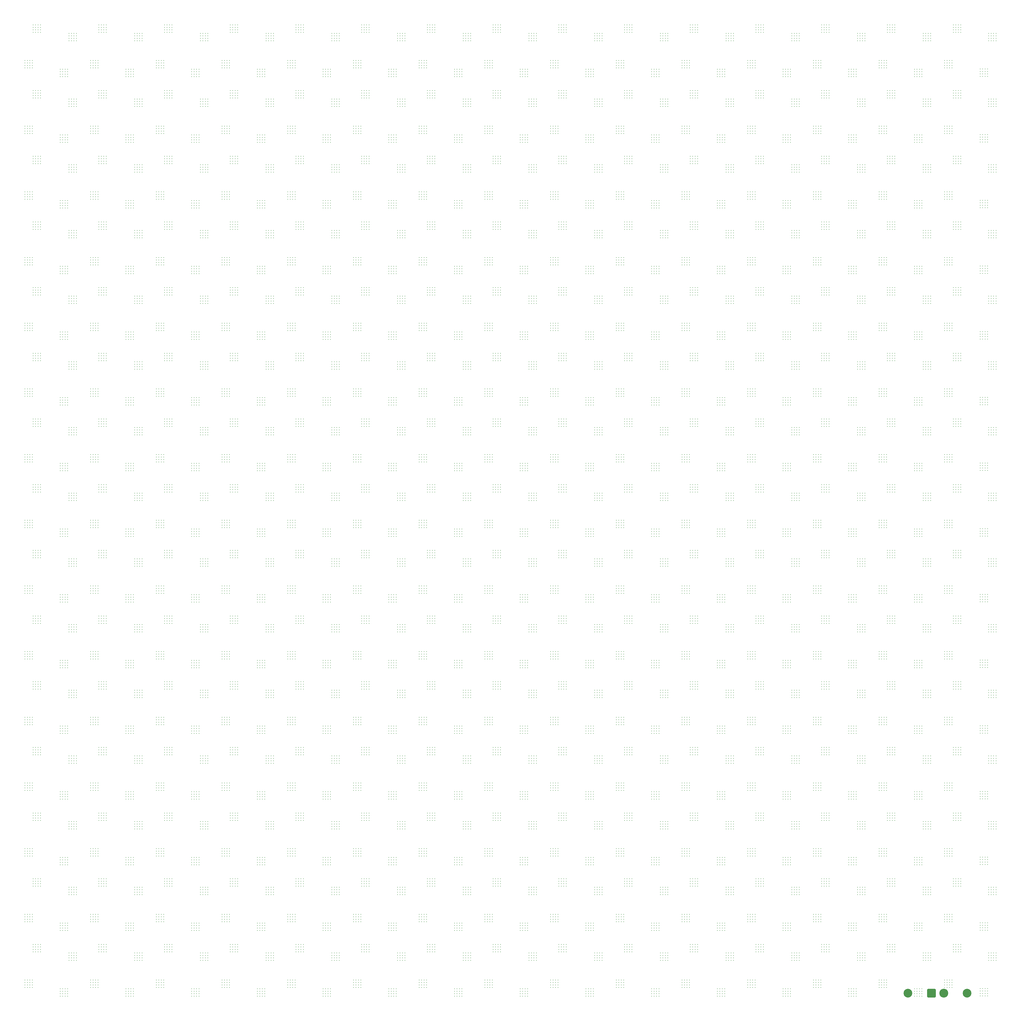
<source format=gbs>
G04 Layer_Color=16711935*
%FSLAX25Y25*%
%MOIN*%
G70*
G01*
G75*
%ADD21C,0.10642*%
%ADD22C,0.10800*%
G04:AMPARAMS|DCode=23|XSize=108mil|YSize=108mil|CornerRadius=16.5mil|HoleSize=0mil|Usage=FLASHONLY|Rotation=270.000|XOffset=0mil|YOffset=0mil|HoleType=Round|Shape=RoundedRectangle|*
%AMROUNDEDRECTD23*
21,1,0.10800,0.07500,0,0,270.0*
21,1,0.07500,0.10800,0,0,270.0*
1,1,0.03300,-0.03750,-0.03750*
1,1,0.03300,-0.03750,0.03750*
1,1,0.03300,0.03750,0.03750*
1,1,0.03300,0.03750,-0.03750*
%
%ADD23ROUNDEDRECTD23*%
%ADD24C,0.01181*%
%ADD25C,0.00600*%
D21*
X1556000Y92000D02*
D03*
X1484000D02*
D03*
D22*
X1527500D02*
D03*
D23*
X1512500D02*
D03*
D24*
X1581000Y1217600D02*
D03*
X1575000D02*
D03*
X1572000D02*
D03*
X1578000D02*
D03*
X1572000Y1208600D02*
D03*
Y1211600D02*
D03*
Y1214600D02*
D03*
X1575000D02*
D03*
Y1211600D02*
D03*
Y1208600D02*
D03*
X1578000D02*
D03*
Y1214600D02*
D03*
Y1211600D02*
D03*
X1581000Y1208600D02*
D03*
Y1214600D02*
D03*
Y1211600D02*
D03*
X1537600Y1219000D02*
D03*
Y1225000D02*
D03*
Y1228000D02*
D03*
Y1222000D02*
D03*
X1528600Y1228000D02*
D03*
X1531600D02*
D03*
X1534600D02*
D03*
Y1225000D02*
D03*
X1531600D02*
D03*
X1528600D02*
D03*
Y1222000D02*
D03*
X1534600D02*
D03*
X1531600D02*
D03*
X1528600Y1219000D02*
D03*
X1534600D02*
D03*
X1531600D02*
D03*
X1539100Y1262500D02*
D03*
X1545100D02*
D03*
X1548100D02*
D03*
X1542100D02*
D03*
X1548100Y1271500D02*
D03*
Y1268500D02*
D03*
Y1265500D02*
D03*
X1545100D02*
D03*
Y1268500D02*
D03*
Y1271500D02*
D03*
X1542100D02*
D03*
Y1265500D02*
D03*
Y1268500D02*
D03*
X1539100Y1271500D02*
D03*
Y1265500D02*
D03*
Y1268500D02*
D03*
X1588300Y1261000D02*
D03*
X1585300D02*
D03*
X1591300D02*
D03*
X1588300Y1258000D02*
D03*
X1585300D02*
D03*
X1591300D02*
D03*
Y1255000D02*
D03*
X1588300D02*
D03*
X1585300D02*
D03*
Y1252000D02*
D03*
X1588300D02*
D03*
X1591300D02*
D03*
X1582300Y1258000D02*
D03*
Y1252000D02*
D03*
Y1255000D02*
D03*
Y1261000D02*
D03*
X417700Y1219000D02*
D03*
Y1225000D02*
D03*
Y1228000D02*
D03*
Y1222000D02*
D03*
X408700Y1228000D02*
D03*
X411700D02*
D03*
X414700D02*
D03*
Y1225000D02*
D03*
X411700D02*
D03*
X408700D02*
D03*
Y1222000D02*
D03*
X414700D02*
D03*
X411700D02*
D03*
X408700Y1219000D02*
D03*
X414700D02*
D03*
X411700D02*
D03*
X460900Y1211500D02*
D03*
Y1214500D02*
D03*
Y1208500D02*
D03*
X457900Y1211500D02*
D03*
Y1214500D02*
D03*
Y1208500D02*
D03*
X454900D02*
D03*
Y1211500D02*
D03*
Y1214500D02*
D03*
X451900D02*
D03*
Y1211500D02*
D03*
Y1208500D02*
D03*
X457900Y1217500D02*
D03*
X451900D02*
D03*
X454900D02*
D03*
X460900D02*
D03*
X468400Y1261000D02*
D03*
X465400D02*
D03*
X471400D02*
D03*
X468400Y1258000D02*
D03*
X465400D02*
D03*
X471400D02*
D03*
Y1255000D02*
D03*
X468400D02*
D03*
X465400D02*
D03*
Y1252000D02*
D03*
X468400D02*
D03*
X471400D02*
D03*
X462400Y1258000D02*
D03*
Y1252000D02*
D03*
Y1255000D02*
D03*
Y1261000D02*
D03*
X419000Y1268400D02*
D03*
Y1265400D02*
D03*
Y1271400D02*
D03*
X422000Y1268400D02*
D03*
Y1265400D02*
D03*
Y1271400D02*
D03*
X425000D02*
D03*
Y1268400D02*
D03*
Y1265400D02*
D03*
X428000D02*
D03*
Y1268400D02*
D03*
Y1271400D02*
D03*
X422000Y1262400D02*
D03*
X428000D02*
D03*
X425000D02*
D03*
X419000D02*
D03*
X499000D02*
D03*
X505000D02*
D03*
X508000D02*
D03*
X502000D02*
D03*
X508000Y1271400D02*
D03*
Y1268400D02*
D03*
Y1265400D02*
D03*
X505000D02*
D03*
Y1268400D02*
D03*
Y1271400D02*
D03*
X502000D02*
D03*
Y1265400D02*
D03*
Y1268400D02*
D03*
X499000Y1271400D02*
D03*
Y1265400D02*
D03*
Y1268400D02*
D03*
X542400Y1261000D02*
D03*
Y1255000D02*
D03*
Y1252000D02*
D03*
Y1258000D02*
D03*
X551400Y1252000D02*
D03*
X548400D02*
D03*
X545400D02*
D03*
Y1255000D02*
D03*
X548400D02*
D03*
X551400D02*
D03*
Y1258000D02*
D03*
X545400D02*
D03*
X548400D02*
D03*
X551400Y1261000D02*
D03*
X545400D02*
D03*
X548400D02*
D03*
X540900Y1217500D02*
D03*
X534900D02*
D03*
X531900D02*
D03*
X537900D02*
D03*
X531900Y1208500D02*
D03*
Y1211500D02*
D03*
Y1214500D02*
D03*
X534900D02*
D03*
Y1211500D02*
D03*
Y1208500D02*
D03*
X537900D02*
D03*
Y1214500D02*
D03*
Y1211500D02*
D03*
X540900Y1208500D02*
D03*
Y1214500D02*
D03*
Y1211500D02*
D03*
X491700Y1219000D02*
D03*
X494700D02*
D03*
X488700D02*
D03*
X491700Y1222000D02*
D03*
X494700D02*
D03*
X488700D02*
D03*
Y1225000D02*
D03*
X491700D02*
D03*
X494700D02*
D03*
Y1228000D02*
D03*
X491700D02*
D03*
X488700D02*
D03*
X497700Y1222000D02*
D03*
Y1228000D02*
D03*
Y1225000D02*
D03*
Y1219000D02*
D03*
X657700D02*
D03*
Y1225000D02*
D03*
Y1228000D02*
D03*
Y1222000D02*
D03*
X648700Y1228000D02*
D03*
X651700D02*
D03*
X654700D02*
D03*
Y1225000D02*
D03*
X651700D02*
D03*
X648700D02*
D03*
Y1222000D02*
D03*
X654700D02*
D03*
X651700D02*
D03*
X648700Y1219000D02*
D03*
X654700D02*
D03*
X651700D02*
D03*
X700900Y1211500D02*
D03*
Y1214500D02*
D03*
Y1208500D02*
D03*
X697900Y1211500D02*
D03*
Y1214500D02*
D03*
Y1208500D02*
D03*
X694900D02*
D03*
Y1211500D02*
D03*
Y1214500D02*
D03*
X691900D02*
D03*
Y1211500D02*
D03*
Y1208500D02*
D03*
X697900Y1217500D02*
D03*
X691900D02*
D03*
X694900D02*
D03*
X700900D02*
D03*
X708400Y1261000D02*
D03*
X705400D02*
D03*
X711400D02*
D03*
X708400Y1258000D02*
D03*
X705400D02*
D03*
X711400D02*
D03*
Y1255000D02*
D03*
X708400D02*
D03*
X705400D02*
D03*
Y1252000D02*
D03*
X708400D02*
D03*
X711400D02*
D03*
X702400Y1258000D02*
D03*
Y1252000D02*
D03*
Y1255000D02*
D03*
Y1261000D02*
D03*
X659000Y1268400D02*
D03*
Y1265400D02*
D03*
Y1271400D02*
D03*
X662000Y1268400D02*
D03*
Y1265400D02*
D03*
Y1271400D02*
D03*
X665000D02*
D03*
Y1268400D02*
D03*
Y1265400D02*
D03*
X668000D02*
D03*
Y1268400D02*
D03*
Y1271400D02*
D03*
X662000Y1262400D02*
D03*
X668000D02*
D03*
X665000D02*
D03*
X659000D02*
D03*
X579000D02*
D03*
X585000D02*
D03*
X588000D02*
D03*
X582000D02*
D03*
X588000Y1271400D02*
D03*
Y1268400D02*
D03*
Y1265400D02*
D03*
X585000D02*
D03*
Y1268400D02*
D03*
Y1271400D02*
D03*
X582000D02*
D03*
Y1265400D02*
D03*
Y1268400D02*
D03*
X579000Y1271400D02*
D03*
Y1265400D02*
D03*
Y1268400D02*
D03*
X622400Y1261000D02*
D03*
Y1255000D02*
D03*
Y1252000D02*
D03*
Y1258000D02*
D03*
X631400Y1252000D02*
D03*
X628400D02*
D03*
X625400D02*
D03*
Y1255000D02*
D03*
X628400D02*
D03*
X631400D02*
D03*
Y1258000D02*
D03*
X625400D02*
D03*
X628400D02*
D03*
X631400Y1261000D02*
D03*
X625400D02*
D03*
X628400D02*
D03*
X620900Y1217500D02*
D03*
X614900D02*
D03*
X611900D02*
D03*
X617900D02*
D03*
X611900Y1208500D02*
D03*
Y1211500D02*
D03*
Y1214500D02*
D03*
X614900D02*
D03*
Y1211500D02*
D03*
Y1208500D02*
D03*
X617900D02*
D03*
Y1214500D02*
D03*
Y1211500D02*
D03*
X620900Y1208500D02*
D03*
Y1214500D02*
D03*
Y1211500D02*
D03*
X571700Y1219000D02*
D03*
X574700D02*
D03*
X568700D02*
D03*
X571700Y1222000D02*
D03*
X574700D02*
D03*
X568700D02*
D03*
Y1225000D02*
D03*
X571700D02*
D03*
X574700D02*
D03*
Y1228000D02*
D03*
X571700D02*
D03*
X568700D02*
D03*
X577700Y1222000D02*
D03*
Y1228000D02*
D03*
Y1225000D02*
D03*
Y1219000D02*
D03*
X817700D02*
D03*
Y1225000D02*
D03*
Y1228000D02*
D03*
Y1222000D02*
D03*
X808700Y1228000D02*
D03*
X811700D02*
D03*
X814700D02*
D03*
Y1225000D02*
D03*
X811700D02*
D03*
X808700D02*
D03*
Y1222000D02*
D03*
X814700D02*
D03*
X811700D02*
D03*
X808700Y1219000D02*
D03*
X814700D02*
D03*
X811700D02*
D03*
X860900Y1211500D02*
D03*
Y1214500D02*
D03*
Y1208500D02*
D03*
X857900Y1211500D02*
D03*
Y1214500D02*
D03*
Y1208500D02*
D03*
X854900D02*
D03*
Y1211500D02*
D03*
Y1214500D02*
D03*
X851900D02*
D03*
Y1211500D02*
D03*
Y1208500D02*
D03*
X857900Y1217500D02*
D03*
X851900D02*
D03*
X854900D02*
D03*
X860900D02*
D03*
X868400Y1261000D02*
D03*
X865400D02*
D03*
X871400D02*
D03*
X868400Y1258000D02*
D03*
X865400D02*
D03*
X871400D02*
D03*
Y1255000D02*
D03*
X868400D02*
D03*
X865400D02*
D03*
Y1252000D02*
D03*
X868400D02*
D03*
X871400D02*
D03*
X862400Y1258000D02*
D03*
Y1252000D02*
D03*
Y1255000D02*
D03*
Y1261000D02*
D03*
X819000Y1268400D02*
D03*
Y1265400D02*
D03*
Y1271400D02*
D03*
X822000Y1268400D02*
D03*
Y1265400D02*
D03*
Y1271400D02*
D03*
X825000D02*
D03*
Y1268400D02*
D03*
Y1265400D02*
D03*
X828000D02*
D03*
Y1268400D02*
D03*
Y1271400D02*
D03*
X822000Y1262400D02*
D03*
X828000D02*
D03*
X825000D02*
D03*
X819000D02*
D03*
X739000D02*
D03*
X745000D02*
D03*
X748000D02*
D03*
X742000D02*
D03*
X748000Y1271400D02*
D03*
Y1268400D02*
D03*
Y1265400D02*
D03*
X745000D02*
D03*
Y1268400D02*
D03*
Y1271400D02*
D03*
X742000D02*
D03*
Y1265400D02*
D03*
Y1268400D02*
D03*
X739000Y1271400D02*
D03*
Y1265400D02*
D03*
Y1268400D02*
D03*
X782400Y1261000D02*
D03*
Y1255000D02*
D03*
Y1252000D02*
D03*
Y1258000D02*
D03*
X791400Y1252000D02*
D03*
X788400D02*
D03*
X785400D02*
D03*
Y1255000D02*
D03*
X788400D02*
D03*
X791400D02*
D03*
Y1258000D02*
D03*
X785400D02*
D03*
X788400D02*
D03*
X791400Y1261000D02*
D03*
X785400D02*
D03*
X788400D02*
D03*
X780900Y1217500D02*
D03*
X774900D02*
D03*
X771900D02*
D03*
X777900D02*
D03*
X771900Y1208500D02*
D03*
Y1211500D02*
D03*
Y1214500D02*
D03*
X774900D02*
D03*
Y1211500D02*
D03*
Y1208500D02*
D03*
X777900D02*
D03*
Y1214500D02*
D03*
Y1211500D02*
D03*
X780900Y1208500D02*
D03*
Y1214500D02*
D03*
Y1211500D02*
D03*
X731700Y1219000D02*
D03*
X734700D02*
D03*
X728700D02*
D03*
X731700Y1222000D02*
D03*
X734700D02*
D03*
X728700D02*
D03*
Y1225000D02*
D03*
X731700D02*
D03*
X734700D02*
D03*
Y1228000D02*
D03*
X731700D02*
D03*
X728700D02*
D03*
X737700Y1222000D02*
D03*
Y1228000D02*
D03*
Y1225000D02*
D03*
Y1219000D02*
D03*
X977700D02*
D03*
Y1225000D02*
D03*
Y1228000D02*
D03*
Y1222000D02*
D03*
X968700Y1228000D02*
D03*
X971700D02*
D03*
X974700D02*
D03*
Y1225000D02*
D03*
X971700D02*
D03*
X968700D02*
D03*
Y1222000D02*
D03*
X974700D02*
D03*
X971700D02*
D03*
X968700Y1219000D02*
D03*
X974700D02*
D03*
X971700D02*
D03*
X1020900Y1211500D02*
D03*
Y1214500D02*
D03*
Y1208500D02*
D03*
X1017900Y1211500D02*
D03*
Y1214500D02*
D03*
Y1208500D02*
D03*
X1014900D02*
D03*
Y1211500D02*
D03*
Y1214500D02*
D03*
X1011900D02*
D03*
Y1211500D02*
D03*
Y1208500D02*
D03*
X1017900Y1217500D02*
D03*
X1011900D02*
D03*
X1014900D02*
D03*
X1020900D02*
D03*
X1028400Y1261000D02*
D03*
X1025400D02*
D03*
X1031400D02*
D03*
X1028400Y1258000D02*
D03*
X1025400D02*
D03*
X1031400D02*
D03*
Y1255000D02*
D03*
X1028400D02*
D03*
X1025400D02*
D03*
Y1252000D02*
D03*
X1028400D02*
D03*
X1031400D02*
D03*
X1022400Y1258000D02*
D03*
Y1252000D02*
D03*
Y1255000D02*
D03*
Y1261000D02*
D03*
X979000Y1268400D02*
D03*
Y1265400D02*
D03*
Y1271400D02*
D03*
X982000Y1268400D02*
D03*
Y1265400D02*
D03*
Y1271400D02*
D03*
X985000D02*
D03*
Y1268400D02*
D03*
Y1265400D02*
D03*
X988000D02*
D03*
Y1268400D02*
D03*
Y1271400D02*
D03*
X982000Y1262400D02*
D03*
X988000D02*
D03*
X985000D02*
D03*
X979000D02*
D03*
X899000D02*
D03*
X905000D02*
D03*
X908000D02*
D03*
X902000D02*
D03*
X908000Y1271400D02*
D03*
Y1268400D02*
D03*
Y1265400D02*
D03*
X905000D02*
D03*
Y1268400D02*
D03*
Y1271400D02*
D03*
X902000D02*
D03*
Y1265400D02*
D03*
Y1268400D02*
D03*
X899000Y1271400D02*
D03*
Y1265400D02*
D03*
Y1268400D02*
D03*
X942400Y1261000D02*
D03*
Y1255000D02*
D03*
Y1252000D02*
D03*
Y1258000D02*
D03*
X951400Y1252000D02*
D03*
X948400D02*
D03*
X945400D02*
D03*
Y1255000D02*
D03*
X948400D02*
D03*
X951400D02*
D03*
Y1258000D02*
D03*
X945400D02*
D03*
X948400D02*
D03*
X951400Y1261000D02*
D03*
X945400D02*
D03*
X948400D02*
D03*
X940900Y1217500D02*
D03*
X934900D02*
D03*
X931900D02*
D03*
X937900D02*
D03*
X931900Y1208500D02*
D03*
Y1211500D02*
D03*
Y1214500D02*
D03*
X934900D02*
D03*
Y1211500D02*
D03*
Y1208500D02*
D03*
X937900D02*
D03*
Y1214500D02*
D03*
Y1211500D02*
D03*
X940900Y1208500D02*
D03*
Y1214500D02*
D03*
Y1211500D02*
D03*
X891700Y1219000D02*
D03*
X894700D02*
D03*
X888700D02*
D03*
X891700Y1222000D02*
D03*
X894700D02*
D03*
X888700D02*
D03*
Y1225000D02*
D03*
X891700D02*
D03*
X894700D02*
D03*
Y1228000D02*
D03*
X891700D02*
D03*
X888700D02*
D03*
X897700Y1222000D02*
D03*
Y1228000D02*
D03*
Y1225000D02*
D03*
Y1219000D02*
D03*
X1137700D02*
D03*
Y1225000D02*
D03*
Y1228000D02*
D03*
Y1222000D02*
D03*
X1128700Y1228000D02*
D03*
X1131700D02*
D03*
X1134700D02*
D03*
Y1225000D02*
D03*
X1131700D02*
D03*
X1128700D02*
D03*
Y1222000D02*
D03*
X1134700D02*
D03*
X1131700D02*
D03*
X1128700Y1219000D02*
D03*
X1134700D02*
D03*
X1131700D02*
D03*
X1180900Y1211500D02*
D03*
Y1214500D02*
D03*
Y1208500D02*
D03*
X1177900Y1211500D02*
D03*
Y1214500D02*
D03*
Y1208500D02*
D03*
X1174900D02*
D03*
Y1211500D02*
D03*
Y1214500D02*
D03*
X1171900D02*
D03*
Y1211500D02*
D03*
Y1208500D02*
D03*
X1177900Y1217500D02*
D03*
X1171900D02*
D03*
X1174900D02*
D03*
X1180900D02*
D03*
X1188400Y1261000D02*
D03*
X1185400D02*
D03*
X1191400D02*
D03*
X1188400Y1258000D02*
D03*
X1185400D02*
D03*
X1191400D02*
D03*
Y1255000D02*
D03*
X1188400D02*
D03*
X1185400D02*
D03*
Y1252000D02*
D03*
X1188400D02*
D03*
X1191400D02*
D03*
X1182400Y1258000D02*
D03*
Y1252000D02*
D03*
Y1255000D02*
D03*
Y1261000D02*
D03*
X1139000Y1268400D02*
D03*
Y1265400D02*
D03*
Y1271400D02*
D03*
X1142000Y1268400D02*
D03*
Y1265400D02*
D03*
Y1271400D02*
D03*
X1145000D02*
D03*
Y1268400D02*
D03*
Y1265400D02*
D03*
X1148000D02*
D03*
Y1268400D02*
D03*
Y1271400D02*
D03*
X1142000Y1262400D02*
D03*
X1148000D02*
D03*
X1145000D02*
D03*
X1139000D02*
D03*
X1059000D02*
D03*
X1065000D02*
D03*
X1068000D02*
D03*
X1062000D02*
D03*
X1068000Y1271400D02*
D03*
Y1268400D02*
D03*
Y1265400D02*
D03*
X1065000D02*
D03*
Y1268400D02*
D03*
Y1271400D02*
D03*
X1062000D02*
D03*
Y1265400D02*
D03*
Y1268400D02*
D03*
X1059000Y1271400D02*
D03*
Y1265400D02*
D03*
Y1268400D02*
D03*
X1102400Y1261000D02*
D03*
Y1255000D02*
D03*
Y1252000D02*
D03*
Y1258000D02*
D03*
X1111400Y1252000D02*
D03*
X1108400D02*
D03*
X1105400D02*
D03*
Y1255000D02*
D03*
X1108400D02*
D03*
X1111400D02*
D03*
Y1258000D02*
D03*
X1105400D02*
D03*
X1108400D02*
D03*
X1111400Y1261000D02*
D03*
X1105400D02*
D03*
X1108400D02*
D03*
X1100900Y1217500D02*
D03*
X1094900D02*
D03*
X1091900D02*
D03*
X1097900D02*
D03*
X1091900Y1208500D02*
D03*
Y1211500D02*
D03*
Y1214500D02*
D03*
X1094900D02*
D03*
Y1211500D02*
D03*
Y1208500D02*
D03*
X1097900D02*
D03*
Y1214500D02*
D03*
Y1211500D02*
D03*
X1100900Y1208500D02*
D03*
Y1214500D02*
D03*
Y1211500D02*
D03*
X1051700Y1219000D02*
D03*
X1054700D02*
D03*
X1048700D02*
D03*
X1051700Y1222000D02*
D03*
X1054700D02*
D03*
X1048700D02*
D03*
Y1225000D02*
D03*
X1051700D02*
D03*
X1054700D02*
D03*
Y1228000D02*
D03*
X1051700D02*
D03*
X1048700D02*
D03*
X1057700Y1222000D02*
D03*
Y1228000D02*
D03*
Y1225000D02*
D03*
Y1219000D02*
D03*
X1297700D02*
D03*
Y1225000D02*
D03*
Y1228000D02*
D03*
Y1222000D02*
D03*
X1288700Y1228000D02*
D03*
X1291700D02*
D03*
X1294700D02*
D03*
Y1225000D02*
D03*
X1291700D02*
D03*
X1288700D02*
D03*
Y1222000D02*
D03*
X1294700D02*
D03*
X1291700D02*
D03*
X1288700Y1219000D02*
D03*
X1294700D02*
D03*
X1291700D02*
D03*
X1340900Y1211500D02*
D03*
Y1214500D02*
D03*
Y1208500D02*
D03*
X1337900Y1211500D02*
D03*
Y1214500D02*
D03*
Y1208500D02*
D03*
X1334900D02*
D03*
Y1211500D02*
D03*
Y1214500D02*
D03*
X1331900D02*
D03*
Y1211500D02*
D03*
Y1208500D02*
D03*
X1337900Y1217500D02*
D03*
X1331900D02*
D03*
X1334900D02*
D03*
X1340900D02*
D03*
X1348400Y1261000D02*
D03*
X1345400D02*
D03*
X1351400D02*
D03*
X1348400Y1258000D02*
D03*
X1345400D02*
D03*
X1351400D02*
D03*
Y1255000D02*
D03*
X1348400D02*
D03*
X1345400D02*
D03*
Y1252000D02*
D03*
X1348400D02*
D03*
X1351400D02*
D03*
X1342400Y1258000D02*
D03*
Y1252000D02*
D03*
Y1255000D02*
D03*
Y1261000D02*
D03*
X1299000Y1268400D02*
D03*
Y1265400D02*
D03*
Y1271400D02*
D03*
X1302000Y1268400D02*
D03*
Y1265400D02*
D03*
Y1271400D02*
D03*
X1305000D02*
D03*
Y1268400D02*
D03*
Y1265400D02*
D03*
X1308000D02*
D03*
Y1268400D02*
D03*
Y1271400D02*
D03*
X1302000Y1262400D02*
D03*
X1308000D02*
D03*
X1305000D02*
D03*
X1299000D02*
D03*
X1219000D02*
D03*
X1225000D02*
D03*
X1228000D02*
D03*
X1222000D02*
D03*
X1228000Y1271400D02*
D03*
Y1268400D02*
D03*
Y1265400D02*
D03*
X1225000D02*
D03*
Y1268400D02*
D03*
Y1271400D02*
D03*
X1222000D02*
D03*
Y1265400D02*
D03*
Y1268400D02*
D03*
X1219000Y1271400D02*
D03*
Y1265400D02*
D03*
Y1268400D02*
D03*
X1262400Y1261000D02*
D03*
Y1255000D02*
D03*
Y1252000D02*
D03*
Y1258000D02*
D03*
X1271400Y1252000D02*
D03*
X1268400D02*
D03*
X1265400D02*
D03*
Y1255000D02*
D03*
X1268400D02*
D03*
X1271400D02*
D03*
Y1258000D02*
D03*
X1265400D02*
D03*
X1268400D02*
D03*
X1271400Y1261000D02*
D03*
X1265400D02*
D03*
X1268400D02*
D03*
X1260900Y1217500D02*
D03*
X1254900D02*
D03*
X1251900D02*
D03*
X1257900D02*
D03*
X1251900Y1208500D02*
D03*
Y1211500D02*
D03*
Y1214500D02*
D03*
X1254900D02*
D03*
Y1211500D02*
D03*
Y1208500D02*
D03*
X1257900D02*
D03*
Y1214500D02*
D03*
Y1211500D02*
D03*
X1260900Y1208500D02*
D03*
Y1214500D02*
D03*
Y1211500D02*
D03*
X1211700Y1219000D02*
D03*
X1214700D02*
D03*
X1208700D02*
D03*
X1211700Y1222000D02*
D03*
X1214700D02*
D03*
X1208700D02*
D03*
Y1225000D02*
D03*
X1211700D02*
D03*
X1214700D02*
D03*
Y1228000D02*
D03*
X1211700D02*
D03*
X1208700D02*
D03*
X1217700Y1222000D02*
D03*
Y1228000D02*
D03*
Y1225000D02*
D03*
Y1219000D02*
D03*
X1457700D02*
D03*
Y1225000D02*
D03*
Y1228000D02*
D03*
Y1222000D02*
D03*
X1448700Y1228000D02*
D03*
X1451700D02*
D03*
X1454700D02*
D03*
Y1225000D02*
D03*
X1451700D02*
D03*
X1448700D02*
D03*
Y1222000D02*
D03*
X1454700D02*
D03*
X1451700D02*
D03*
X1448700Y1219000D02*
D03*
X1454700D02*
D03*
X1451700D02*
D03*
X1500900Y1211500D02*
D03*
Y1214500D02*
D03*
Y1208500D02*
D03*
X1497900Y1211500D02*
D03*
Y1214500D02*
D03*
Y1208500D02*
D03*
X1494900D02*
D03*
Y1211500D02*
D03*
Y1214500D02*
D03*
X1491900D02*
D03*
Y1211500D02*
D03*
Y1208500D02*
D03*
X1497900Y1217500D02*
D03*
X1491900D02*
D03*
X1494900D02*
D03*
X1500900D02*
D03*
X1508400Y1261000D02*
D03*
X1505400D02*
D03*
X1511400D02*
D03*
X1508400Y1258000D02*
D03*
X1505400D02*
D03*
X1511400D02*
D03*
Y1255000D02*
D03*
X1508400D02*
D03*
X1505400D02*
D03*
Y1252000D02*
D03*
X1508400D02*
D03*
X1511400D02*
D03*
X1502400Y1258000D02*
D03*
Y1252000D02*
D03*
Y1255000D02*
D03*
Y1261000D02*
D03*
X1459000Y1268400D02*
D03*
Y1265400D02*
D03*
Y1271400D02*
D03*
X1462000Y1268400D02*
D03*
Y1265400D02*
D03*
Y1271400D02*
D03*
X1465000D02*
D03*
Y1268400D02*
D03*
Y1265400D02*
D03*
X1468000D02*
D03*
Y1268400D02*
D03*
Y1271400D02*
D03*
X1462000Y1262400D02*
D03*
X1468000D02*
D03*
X1465000D02*
D03*
X1459000D02*
D03*
X1379000D02*
D03*
X1385000D02*
D03*
X1388000D02*
D03*
X1382000D02*
D03*
X1388000Y1271400D02*
D03*
Y1268400D02*
D03*
Y1265400D02*
D03*
X1385000D02*
D03*
Y1268400D02*
D03*
Y1271400D02*
D03*
X1382000D02*
D03*
Y1265400D02*
D03*
Y1268400D02*
D03*
X1379000Y1271400D02*
D03*
Y1265400D02*
D03*
Y1268400D02*
D03*
X1422400Y1261000D02*
D03*
Y1255000D02*
D03*
Y1252000D02*
D03*
Y1258000D02*
D03*
X1431400Y1252000D02*
D03*
X1428400D02*
D03*
X1425400D02*
D03*
Y1255000D02*
D03*
X1428400D02*
D03*
X1431400D02*
D03*
Y1258000D02*
D03*
X1425400D02*
D03*
X1428400D02*
D03*
X1431400Y1261000D02*
D03*
X1425400D02*
D03*
X1428400D02*
D03*
X1420900Y1217500D02*
D03*
X1414900D02*
D03*
X1411900D02*
D03*
X1417900D02*
D03*
X1411900Y1208500D02*
D03*
Y1211500D02*
D03*
Y1214500D02*
D03*
X1414900D02*
D03*
Y1211500D02*
D03*
Y1208500D02*
D03*
X1417900D02*
D03*
Y1214500D02*
D03*
Y1211500D02*
D03*
X1420900Y1208500D02*
D03*
Y1214500D02*
D03*
Y1211500D02*
D03*
X1371700Y1219000D02*
D03*
X1374700D02*
D03*
X1368700D02*
D03*
X1371700Y1222000D02*
D03*
X1374700D02*
D03*
X1368700D02*
D03*
Y1225000D02*
D03*
X1371700D02*
D03*
X1374700D02*
D03*
Y1228000D02*
D03*
X1371700D02*
D03*
X1368700D02*
D03*
X1377700Y1222000D02*
D03*
Y1228000D02*
D03*
Y1225000D02*
D03*
Y1219000D02*
D03*
X1582300Y1181000D02*
D03*
Y1175000D02*
D03*
Y1172000D02*
D03*
Y1178000D02*
D03*
X1591300Y1172000D02*
D03*
X1588300D02*
D03*
X1585300D02*
D03*
Y1175000D02*
D03*
X1588300D02*
D03*
X1591300D02*
D03*
Y1178000D02*
D03*
X1585300D02*
D03*
X1588300D02*
D03*
X1591300Y1181000D02*
D03*
X1585300D02*
D03*
X1588300D02*
D03*
X1539100Y1188500D02*
D03*
Y1185500D02*
D03*
Y1191500D02*
D03*
X1542100Y1188500D02*
D03*
Y1185500D02*
D03*
Y1191500D02*
D03*
X1545100D02*
D03*
Y1188500D02*
D03*
Y1185500D02*
D03*
X1548100D02*
D03*
Y1188500D02*
D03*
Y1191500D02*
D03*
X1542100Y1182500D02*
D03*
X1548100D02*
D03*
X1545100D02*
D03*
X1539100D02*
D03*
X1531600Y1139000D02*
D03*
X1534600D02*
D03*
X1528600D02*
D03*
X1531600Y1142000D02*
D03*
X1534600D02*
D03*
X1528600D02*
D03*
Y1145000D02*
D03*
X1531600D02*
D03*
X1534600D02*
D03*
Y1148000D02*
D03*
X1531600D02*
D03*
X1528600D02*
D03*
X1537600Y1142000D02*
D03*
Y1148000D02*
D03*
Y1145000D02*
D03*
Y1139000D02*
D03*
X1581000Y1131600D02*
D03*
Y1134600D02*
D03*
Y1128600D02*
D03*
X1578000Y1131600D02*
D03*
Y1134600D02*
D03*
Y1128600D02*
D03*
X1575000D02*
D03*
Y1131600D02*
D03*
Y1134600D02*
D03*
X1572000D02*
D03*
Y1131600D02*
D03*
Y1128600D02*
D03*
X1578000Y1137600D02*
D03*
X1572000D02*
D03*
X1575000D02*
D03*
X1581000D02*
D03*
X1459000Y1182400D02*
D03*
X1465000D02*
D03*
X1468000D02*
D03*
X1462000D02*
D03*
X1468000Y1191400D02*
D03*
Y1188400D02*
D03*
Y1185400D02*
D03*
X1465000D02*
D03*
Y1188400D02*
D03*
Y1191400D02*
D03*
X1462000D02*
D03*
Y1185400D02*
D03*
Y1188400D02*
D03*
X1459000Y1191400D02*
D03*
Y1185400D02*
D03*
Y1188400D02*
D03*
X1502400Y1181000D02*
D03*
Y1175000D02*
D03*
Y1172000D02*
D03*
Y1178000D02*
D03*
X1511400Y1172000D02*
D03*
X1508400D02*
D03*
X1505400D02*
D03*
Y1175000D02*
D03*
X1508400D02*
D03*
X1511400D02*
D03*
Y1178000D02*
D03*
X1505400D02*
D03*
X1508400D02*
D03*
X1511400Y1181000D02*
D03*
X1505400D02*
D03*
X1508400D02*
D03*
X1500900Y1137500D02*
D03*
X1494900D02*
D03*
X1491900D02*
D03*
X1497900D02*
D03*
X1491900Y1128500D02*
D03*
Y1131500D02*
D03*
Y1134500D02*
D03*
X1494900D02*
D03*
Y1131500D02*
D03*
Y1128500D02*
D03*
X1497900D02*
D03*
Y1134500D02*
D03*
Y1131500D02*
D03*
X1500900Y1128500D02*
D03*
Y1134500D02*
D03*
Y1131500D02*
D03*
X1451700Y1139000D02*
D03*
X1454700D02*
D03*
X1448700D02*
D03*
X1451700Y1142000D02*
D03*
X1454700D02*
D03*
X1448700D02*
D03*
Y1145000D02*
D03*
X1451700D02*
D03*
X1454700D02*
D03*
Y1148000D02*
D03*
X1451700D02*
D03*
X1448700D02*
D03*
X1457700Y1142000D02*
D03*
Y1148000D02*
D03*
Y1145000D02*
D03*
Y1139000D02*
D03*
X1377700D02*
D03*
Y1145000D02*
D03*
Y1148000D02*
D03*
Y1142000D02*
D03*
X1368700Y1148000D02*
D03*
X1371700D02*
D03*
X1374700D02*
D03*
Y1145000D02*
D03*
X1371700D02*
D03*
X1368700D02*
D03*
Y1142000D02*
D03*
X1374700D02*
D03*
X1371700D02*
D03*
X1368700Y1139000D02*
D03*
X1374700D02*
D03*
X1371700D02*
D03*
X1420900Y1131500D02*
D03*
Y1134500D02*
D03*
Y1128500D02*
D03*
X1417900Y1131500D02*
D03*
Y1134500D02*
D03*
Y1128500D02*
D03*
X1414900D02*
D03*
Y1131500D02*
D03*
Y1134500D02*
D03*
X1411900D02*
D03*
Y1131500D02*
D03*
Y1128500D02*
D03*
X1417900Y1137500D02*
D03*
X1411900D02*
D03*
X1414900D02*
D03*
X1420900D02*
D03*
X1428400Y1181000D02*
D03*
X1425400D02*
D03*
X1431400D02*
D03*
X1428400Y1178000D02*
D03*
X1425400D02*
D03*
X1431400D02*
D03*
Y1175000D02*
D03*
X1428400D02*
D03*
X1425400D02*
D03*
Y1172000D02*
D03*
X1428400D02*
D03*
X1431400D02*
D03*
X1422400Y1178000D02*
D03*
Y1172000D02*
D03*
Y1175000D02*
D03*
Y1181000D02*
D03*
X1379000Y1188400D02*
D03*
Y1185400D02*
D03*
Y1191400D02*
D03*
X1382000Y1188400D02*
D03*
Y1185400D02*
D03*
Y1191400D02*
D03*
X1385000D02*
D03*
Y1188400D02*
D03*
Y1185400D02*
D03*
X1388000D02*
D03*
Y1188400D02*
D03*
Y1191400D02*
D03*
X1382000Y1182400D02*
D03*
X1388000D02*
D03*
X1385000D02*
D03*
X1379000D02*
D03*
X1299000D02*
D03*
X1305000D02*
D03*
X1308000D02*
D03*
X1302000D02*
D03*
X1308000Y1191400D02*
D03*
Y1188400D02*
D03*
Y1185400D02*
D03*
X1305000D02*
D03*
Y1188400D02*
D03*
Y1191400D02*
D03*
X1302000D02*
D03*
Y1185400D02*
D03*
Y1188400D02*
D03*
X1299000Y1191400D02*
D03*
Y1185400D02*
D03*
Y1188400D02*
D03*
X1342400Y1181000D02*
D03*
Y1175000D02*
D03*
Y1172000D02*
D03*
Y1178000D02*
D03*
X1351400Y1172000D02*
D03*
X1348400D02*
D03*
X1345400D02*
D03*
Y1175000D02*
D03*
X1348400D02*
D03*
X1351400D02*
D03*
Y1178000D02*
D03*
X1345400D02*
D03*
X1348400D02*
D03*
X1351400Y1181000D02*
D03*
X1345400D02*
D03*
X1348400D02*
D03*
X1340900Y1137500D02*
D03*
X1334900D02*
D03*
X1331900D02*
D03*
X1337900D02*
D03*
X1331900Y1128500D02*
D03*
Y1131500D02*
D03*
Y1134500D02*
D03*
X1334900D02*
D03*
Y1131500D02*
D03*
Y1128500D02*
D03*
X1337900D02*
D03*
Y1134500D02*
D03*
Y1131500D02*
D03*
X1340900Y1128500D02*
D03*
Y1134500D02*
D03*
Y1131500D02*
D03*
X1291700Y1139000D02*
D03*
X1294700D02*
D03*
X1288700D02*
D03*
X1291700Y1142000D02*
D03*
X1294700D02*
D03*
X1288700D02*
D03*
Y1145000D02*
D03*
X1291700D02*
D03*
X1294700D02*
D03*
Y1148000D02*
D03*
X1291700D02*
D03*
X1288700D02*
D03*
X1297700Y1142000D02*
D03*
Y1148000D02*
D03*
Y1145000D02*
D03*
Y1139000D02*
D03*
X1217700D02*
D03*
Y1145000D02*
D03*
Y1148000D02*
D03*
Y1142000D02*
D03*
X1208700Y1148000D02*
D03*
X1211700D02*
D03*
X1214700D02*
D03*
Y1145000D02*
D03*
X1211700D02*
D03*
X1208700D02*
D03*
Y1142000D02*
D03*
X1214700D02*
D03*
X1211700D02*
D03*
X1208700Y1139000D02*
D03*
X1214700D02*
D03*
X1211700D02*
D03*
X1260900Y1131500D02*
D03*
Y1134500D02*
D03*
Y1128500D02*
D03*
X1257900Y1131500D02*
D03*
Y1134500D02*
D03*
Y1128500D02*
D03*
X1254900D02*
D03*
Y1131500D02*
D03*
Y1134500D02*
D03*
X1251900D02*
D03*
Y1131500D02*
D03*
Y1128500D02*
D03*
X1257900Y1137500D02*
D03*
X1251900D02*
D03*
X1254900D02*
D03*
X1260900D02*
D03*
X1268400Y1181000D02*
D03*
X1265400D02*
D03*
X1271400D02*
D03*
X1268400Y1178000D02*
D03*
X1265400D02*
D03*
X1271400D02*
D03*
Y1175000D02*
D03*
X1268400D02*
D03*
X1265400D02*
D03*
Y1172000D02*
D03*
X1268400D02*
D03*
X1271400D02*
D03*
X1262400Y1178000D02*
D03*
Y1172000D02*
D03*
Y1175000D02*
D03*
Y1181000D02*
D03*
X1219000Y1188400D02*
D03*
Y1185400D02*
D03*
Y1191400D02*
D03*
X1222000Y1188400D02*
D03*
Y1185400D02*
D03*
Y1191400D02*
D03*
X1225000D02*
D03*
Y1188400D02*
D03*
Y1185400D02*
D03*
X1228000D02*
D03*
Y1188400D02*
D03*
Y1191400D02*
D03*
X1222000Y1182400D02*
D03*
X1228000D02*
D03*
X1225000D02*
D03*
X1219000D02*
D03*
X1139000D02*
D03*
X1145000D02*
D03*
X1148000D02*
D03*
X1142000D02*
D03*
X1148000Y1191400D02*
D03*
Y1188400D02*
D03*
Y1185400D02*
D03*
X1145000D02*
D03*
Y1188400D02*
D03*
Y1191400D02*
D03*
X1142000D02*
D03*
Y1185400D02*
D03*
Y1188400D02*
D03*
X1139000Y1191400D02*
D03*
Y1185400D02*
D03*
Y1188400D02*
D03*
X1182400Y1181000D02*
D03*
Y1175000D02*
D03*
Y1172000D02*
D03*
Y1178000D02*
D03*
X1191400Y1172000D02*
D03*
X1188400D02*
D03*
X1185400D02*
D03*
Y1175000D02*
D03*
X1188400D02*
D03*
X1191400D02*
D03*
Y1178000D02*
D03*
X1185400D02*
D03*
X1188400D02*
D03*
X1191400Y1181000D02*
D03*
X1185400D02*
D03*
X1188400D02*
D03*
X1180900Y1137500D02*
D03*
X1174900D02*
D03*
X1171900D02*
D03*
X1177900D02*
D03*
X1171900Y1128500D02*
D03*
Y1131500D02*
D03*
Y1134500D02*
D03*
X1174900D02*
D03*
Y1131500D02*
D03*
Y1128500D02*
D03*
X1177900D02*
D03*
Y1134500D02*
D03*
Y1131500D02*
D03*
X1180900Y1128500D02*
D03*
Y1134500D02*
D03*
Y1131500D02*
D03*
X1131700Y1139000D02*
D03*
X1134700D02*
D03*
X1128700D02*
D03*
X1131700Y1142000D02*
D03*
X1134700D02*
D03*
X1128700D02*
D03*
Y1145000D02*
D03*
X1131700D02*
D03*
X1134700D02*
D03*
Y1148000D02*
D03*
X1131700D02*
D03*
X1128700D02*
D03*
X1137700Y1142000D02*
D03*
Y1148000D02*
D03*
Y1145000D02*
D03*
Y1139000D02*
D03*
X1057700D02*
D03*
Y1145000D02*
D03*
Y1148000D02*
D03*
Y1142000D02*
D03*
X1048700Y1148000D02*
D03*
X1051700D02*
D03*
X1054700D02*
D03*
Y1145000D02*
D03*
X1051700D02*
D03*
X1048700D02*
D03*
Y1142000D02*
D03*
X1054700D02*
D03*
X1051700D02*
D03*
X1048700Y1139000D02*
D03*
X1054700D02*
D03*
X1051700D02*
D03*
X1100900Y1131500D02*
D03*
Y1134500D02*
D03*
Y1128500D02*
D03*
X1097900Y1131500D02*
D03*
Y1134500D02*
D03*
Y1128500D02*
D03*
X1094900D02*
D03*
Y1131500D02*
D03*
Y1134500D02*
D03*
X1091900D02*
D03*
Y1131500D02*
D03*
Y1128500D02*
D03*
X1097900Y1137500D02*
D03*
X1091900D02*
D03*
X1094900D02*
D03*
X1100900D02*
D03*
X1108400Y1181000D02*
D03*
X1105400D02*
D03*
X1111400D02*
D03*
X1108400Y1178000D02*
D03*
X1105400D02*
D03*
X1111400D02*
D03*
Y1175000D02*
D03*
X1108400D02*
D03*
X1105400D02*
D03*
Y1172000D02*
D03*
X1108400D02*
D03*
X1111400D02*
D03*
X1102400Y1178000D02*
D03*
Y1172000D02*
D03*
Y1175000D02*
D03*
Y1181000D02*
D03*
X1059000Y1188400D02*
D03*
Y1185400D02*
D03*
Y1191400D02*
D03*
X1062000Y1188400D02*
D03*
Y1185400D02*
D03*
Y1191400D02*
D03*
X1065000D02*
D03*
Y1188400D02*
D03*
Y1185400D02*
D03*
X1068000D02*
D03*
Y1188400D02*
D03*
Y1191400D02*
D03*
X1062000Y1182400D02*
D03*
X1068000D02*
D03*
X1065000D02*
D03*
X1059000D02*
D03*
X979000D02*
D03*
X985000D02*
D03*
X988000D02*
D03*
X982000D02*
D03*
X988000Y1191400D02*
D03*
Y1188400D02*
D03*
Y1185400D02*
D03*
X985000D02*
D03*
Y1188400D02*
D03*
Y1191400D02*
D03*
X982000D02*
D03*
Y1185400D02*
D03*
Y1188400D02*
D03*
X979000Y1191400D02*
D03*
Y1185400D02*
D03*
Y1188400D02*
D03*
X1022400Y1181000D02*
D03*
Y1175000D02*
D03*
Y1172000D02*
D03*
Y1178000D02*
D03*
X1031400Y1172000D02*
D03*
X1028400D02*
D03*
X1025400D02*
D03*
Y1175000D02*
D03*
X1028400D02*
D03*
X1031400D02*
D03*
Y1178000D02*
D03*
X1025400D02*
D03*
X1028400D02*
D03*
X1031400Y1181000D02*
D03*
X1025400D02*
D03*
X1028400D02*
D03*
X1020900Y1137500D02*
D03*
X1014900D02*
D03*
X1011900D02*
D03*
X1017900D02*
D03*
X1011900Y1128500D02*
D03*
Y1131500D02*
D03*
Y1134500D02*
D03*
X1014900D02*
D03*
Y1131500D02*
D03*
Y1128500D02*
D03*
X1017900D02*
D03*
Y1134500D02*
D03*
Y1131500D02*
D03*
X1020900Y1128500D02*
D03*
Y1134500D02*
D03*
Y1131500D02*
D03*
X971700Y1139000D02*
D03*
X974700D02*
D03*
X968700D02*
D03*
X971700Y1142000D02*
D03*
X974700D02*
D03*
X968700D02*
D03*
Y1145000D02*
D03*
X971700D02*
D03*
X974700D02*
D03*
Y1148000D02*
D03*
X971700D02*
D03*
X968700D02*
D03*
X977700Y1142000D02*
D03*
Y1148000D02*
D03*
Y1145000D02*
D03*
Y1139000D02*
D03*
X897700D02*
D03*
Y1145000D02*
D03*
Y1148000D02*
D03*
Y1142000D02*
D03*
X888700Y1148000D02*
D03*
X891700D02*
D03*
X894700D02*
D03*
Y1145000D02*
D03*
X891700D02*
D03*
X888700D02*
D03*
Y1142000D02*
D03*
X894700D02*
D03*
X891700D02*
D03*
X888700Y1139000D02*
D03*
X894700D02*
D03*
X891700D02*
D03*
X940900Y1131500D02*
D03*
Y1134500D02*
D03*
Y1128500D02*
D03*
X937900Y1131500D02*
D03*
Y1134500D02*
D03*
Y1128500D02*
D03*
X934900D02*
D03*
Y1131500D02*
D03*
Y1134500D02*
D03*
X931900D02*
D03*
Y1131500D02*
D03*
Y1128500D02*
D03*
X937900Y1137500D02*
D03*
X931900D02*
D03*
X934900D02*
D03*
X940900D02*
D03*
X948400Y1181000D02*
D03*
X945400D02*
D03*
X951400D02*
D03*
X948400Y1178000D02*
D03*
X945400D02*
D03*
X951400D02*
D03*
Y1175000D02*
D03*
X948400D02*
D03*
X945400D02*
D03*
Y1172000D02*
D03*
X948400D02*
D03*
X951400D02*
D03*
X942400Y1178000D02*
D03*
Y1172000D02*
D03*
Y1175000D02*
D03*
Y1181000D02*
D03*
X899000Y1188400D02*
D03*
Y1185400D02*
D03*
Y1191400D02*
D03*
X902000Y1188400D02*
D03*
Y1185400D02*
D03*
Y1191400D02*
D03*
X905000D02*
D03*
Y1188400D02*
D03*
Y1185400D02*
D03*
X908000D02*
D03*
Y1188400D02*
D03*
Y1191400D02*
D03*
X902000Y1182400D02*
D03*
X908000D02*
D03*
X905000D02*
D03*
X899000D02*
D03*
X819000D02*
D03*
X825000D02*
D03*
X828000D02*
D03*
X822000D02*
D03*
X828000Y1191400D02*
D03*
Y1188400D02*
D03*
Y1185400D02*
D03*
X825000D02*
D03*
Y1188400D02*
D03*
Y1191400D02*
D03*
X822000D02*
D03*
Y1185400D02*
D03*
Y1188400D02*
D03*
X819000Y1191400D02*
D03*
Y1185400D02*
D03*
Y1188400D02*
D03*
X862400Y1181000D02*
D03*
Y1175000D02*
D03*
Y1172000D02*
D03*
Y1178000D02*
D03*
X871400Y1172000D02*
D03*
X868400D02*
D03*
X865400D02*
D03*
Y1175000D02*
D03*
X868400D02*
D03*
X871400D02*
D03*
Y1178000D02*
D03*
X865400D02*
D03*
X868400D02*
D03*
X871400Y1181000D02*
D03*
X865400D02*
D03*
X868400D02*
D03*
X860900Y1137500D02*
D03*
X854900D02*
D03*
X851900D02*
D03*
X857900D02*
D03*
X851900Y1128500D02*
D03*
Y1131500D02*
D03*
Y1134500D02*
D03*
X854900D02*
D03*
Y1131500D02*
D03*
Y1128500D02*
D03*
X857900D02*
D03*
Y1134500D02*
D03*
Y1131500D02*
D03*
X860900Y1128500D02*
D03*
Y1134500D02*
D03*
Y1131500D02*
D03*
X811700Y1139000D02*
D03*
X814700D02*
D03*
X808700D02*
D03*
X811700Y1142000D02*
D03*
X814700D02*
D03*
X808700D02*
D03*
Y1145000D02*
D03*
X811700D02*
D03*
X814700D02*
D03*
Y1148000D02*
D03*
X811700D02*
D03*
X808700D02*
D03*
X817700Y1142000D02*
D03*
Y1148000D02*
D03*
Y1145000D02*
D03*
Y1139000D02*
D03*
X737700D02*
D03*
Y1145000D02*
D03*
Y1148000D02*
D03*
Y1142000D02*
D03*
X728700Y1148000D02*
D03*
X731700D02*
D03*
X734700D02*
D03*
Y1145000D02*
D03*
X731700D02*
D03*
X728700D02*
D03*
Y1142000D02*
D03*
X734700D02*
D03*
X731700D02*
D03*
X728700Y1139000D02*
D03*
X734700D02*
D03*
X731700D02*
D03*
X780900Y1131500D02*
D03*
Y1134500D02*
D03*
Y1128500D02*
D03*
X777900Y1131500D02*
D03*
Y1134500D02*
D03*
Y1128500D02*
D03*
X774900D02*
D03*
Y1131500D02*
D03*
Y1134500D02*
D03*
X771900D02*
D03*
Y1131500D02*
D03*
Y1128500D02*
D03*
X777900Y1137500D02*
D03*
X771900D02*
D03*
X774900D02*
D03*
X780900D02*
D03*
X788400Y1181000D02*
D03*
X785400D02*
D03*
X791400D02*
D03*
X788400Y1178000D02*
D03*
X785400D02*
D03*
X791400D02*
D03*
Y1175000D02*
D03*
X788400D02*
D03*
X785400D02*
D03*
Y1172000D02*
D03*
X788400D02*
D03*
X791400D02*
D03*
X782400Y1178000D02*
D03*
Y1172000D02*
D03*
Y1175000D02*
D03*
Y1181000D02*
D03*
X739000Y1188400D02*
D03*
Y1185400D02*
D03*
Y1191400D02*
D03*
X742000Y1188400D02*
D03*
Y1185400D02*
D03*
Y1191400D02*
D03*
X745000D02*
D03*
Y1188400D02*
D03*
Y1185400D02*
D03*
X748000D02*
D03*
Y1188400D02*
D03*
Y1191400D02*
D03*
X742000Y1182400D02*
D03*
X748000D02*
D03*
X745000D02*
D03*
X739000D02*
D03*
X659000D02*
D03*
X665000D02*
D03*
X668000D02*
D03*
X662000D02*
D03*
X668000Y1191400D02*
D03*
Y1188400D02*
D03*
Y1185400D02*
D03*
X665000D02*
D03*
Y1188400D02*
D03*
Y1191400D02*
D03*
X662000D02*
D03*
Y1185400D02*
D03*
Y1188400D02*
D03*
X659000Y1191400D02*
D03*
Y1185400D02*
D03*
Y1188400D02*
D03*
X702400Y1181000D02*
D03*
Y1175000D02*
D03*
Y1172000D02*
D03*
Y1178000D02*
D03*
X711400Y1172000D02*
D03*
X708400D02*
D03*
X705400D02*
D03*
Y1175000D02*
D03*
X708400D02*
D03*
X711400D02*
D03*
Y1178000D02*
D03*
X705400D02*
D03*
X708400D02*
D03*
X711400Y1181000D02*
D03*
X705400D02*
D03*
X708400D02*
D03*
X700900Y1137500D02*
D03*
X694900D02*
D03*
X691900D02*
D03*
X697900D02*
D03*
X691900Y1128500D02*
D03*
Y1131500D02*
D03*
Y1134500D02*
D03*
X694900D02*
D03*
Y1131500D02*
D03*
Y1128500D02*
D03*
X697900D02*
D03*
Y1134500D02*
D03*
Y1131500D02*
D03*
X700900Y1128500D02*
D03*
Y1134500D02*
D03*
Y1131500D02*
D03*
X651700Y1139000D02*
D03*
X654700D02*
D03*
X648700D02*
D03*
X651700Y1142000D02*
D03*
X654700D02*
D03*
X648700D02*
D03*
Y1145000D02*
D03*
X651700D02*
D03*
X654700D02*
D03*
Y1148000D02*
D03*
X651700D02*
D03*
X648700D02*
D03*
X657700Y1142000D02*
D03*
Y1148000D02*
D03*
Y1145000D02*
D03*
Y1139000D02*
D03*
X577700D02*
D03*
Y1145000D02*
D03*
Y1148000D02*
D03*
Y1142000D02*
D03*
X568700Y1148000D02*
D03*
X571700D02*
D03*
X574700D02*
D03*
Y1145000D02*
D03*
X571700D02*
D03*
X568700D02*
D03*
Y1142000D02*
D03*
X574700D02*
D03*
X571700D02*
D03*
X568700Y1139000D02*
D03*
X574700D02*
D03*
X571700D02*
D03*
X620900Y1131500D02*
D03*
Y1134500D02*
D03*
Y1128500D02*
D03*
X617900Y1131500D02*
D03*
Y1134500D02*
D03*
Y1128500D02*
D03*
X614900D02*
D03*
Y1131500D02*
D03*
Y1134500D02*
D03*
X611900D02*
D03*
Y1131500D02*
D03*
Y1128500D02*
D03*
X617900Y1137500D02*
D03*
X611900D02*
D03*
X614900D02*
D03*
X620900D02*
D03*
X628400Y1181000D02*
D03*
X625400D02*
D03*
X631400D02*
D03*
X628400Y1178000D02*
D03*
X625400D02*
D03*
X631400D02*
D03*
Y1175000D02*
D03*
X628400D02*
D03*
X625400D02*
D03*
Y1172000D02*
D03*
X628400D02*
D03*
X631400D02*
D03*
X622400Y1178000D02*
D03*
Y1172000D02*
D03*
Y1175000D02*
D03*
Y1181000D02*
D03*
X579000Y1188400D02*
D03*
Y1185400D02*
D03*
Y1191400D02*
D03*
X582000Y1188400D02*
D03*
Y1185400D02*
D03*
Y1191400D02*
D03*
X585000D02*
D03*
Y1188400D02*
D03*
Y1185400D02*
D03*
X588000D02*
D03*
Y1188400D02*
D03*
Y1191400D02*
D03*
X582000Y1182400D02*
D03*
X588000D02*
D03*
X585000D02*
D03*
X579000D02*
D03*
X499000D02*
D03*
X505000D02*
D03*
X508000D02*
D03*
X502000D02*
D03*
X508000Y1191400D02*
D03*
Y1188400D02*
D03*
Y1185400D02*
D03*
X505000D02*
D03*
Y1188400D02*
D03*
Y1191400D02*
D03*
X502000D02*
D03*
Y1185400D02*
D03*
Y1188400D02*
D03*
X499000Y1191400D02*
D03*
Y1185400D02*
D03*
Y1188400D02*
D03*
X542400Y1181000D02*
D03*
Y1175000D02*
D03*
Y1172000D02*
D03*
Y1178000D02*
D03*
X551400Y1172000D02*
D03*
X548400D02*
D03*
X545400D02*
D03*
Y1175000D02*
D03*
X548400D02*
D03*
X551400D02*
D03*
Y1178000D02*
D03*
X545400D02*
D03*
X548400D02*
D03*
X551400Y1181000D02*
D03*
X545400D02*
D03*
X548400D02*
D03*
X540900Y1137500D02*
D03*
X534900D02*
D03*
X531900D02*
D03*
X537900D02*
D03*
X531900Y1128500D02*
D03*
Y1131500D02*
D03*
Y1134500D02*
D03*
X534900D02*
D03*
Y1131500D02*
D03*
Y1128500D02*
D03*
X537900D02*
D03*
Y1134500D02*
D03*
Y1131500D02*
D03*
X540900Y1128500D02*
D03*
Y1134500D02*
D03*
Y1131500D02*
D03*
X491700Y1139000D02*
D03*
X494700D02*
D03*
X488700D02*
D03*
X491700Y1142000D02*
D03*
X494700D02*
D03*
X488700D02*
D03*
Y1145000D02*
D03*
X491700D02*
D03*
X494700D02*
D03*
Y1148000D02*
D03*
X491700D02*
D03*
X488700D02*
D03*
X497700Y1142000D02*
D03*
Y1148000D02*
D03*
Y1145000D02*
D03*
Y1139000D02*
D03*
X417700D02*
D03*
Y1145000D02*
D03*
Y1148000D02*
D03*
Y1142000D02*
D03*
X408700Y1148000D02*
D03*
X411700D02*
D03*
X414700D02*
D03*
Y1145000D02*
D03*
X411700D02*
D03*
X408700D02*
D03*
Y1142000D02*
D03*
X414700D02*
D03*
X411700D02*
D03*
X408700Y1139000D02*
D03*
X414700D02*
D03*
X411700D02*
D03*
X460900Y1131500D02*
D03*
Y1134500D02*
D03*
Y1128500D02*
D03*
X457900Y1131500D02*
D03*
Y1134500D02*
D03*
Y1128500D02*
D03*
X454900D02*
D03*
Y1131500D02*
D03*
Y1134500D02*
D03*
X451900D02*
D03*
Y1131500D02*
D03*
Y1128500D02*
D03*
X457900Y1137500D02*
D03*
X451900D02*
D03*
X454900D02*
D03*
X460900D02*
D03*
X468400Y1181000D02*
D03*
X465400D02*
D03*
X471400D02*
D03*
X468400Y1178000D02*
D03*
X465400D02*
D03*
X471400D02*
D03*
Y1175000D02*
D03*
X468400D02*
D03*
X465400D02*
D03*
Y1172000D02*
D03*
X468400D02*
D03*
X471400D02*
D03*
X462400Y1178000D02*
D03*
Y1172000D02*
D03*
Y1175000D02*
D03*
Y1181000D02*
D03*
X419000Y1188400D02*
D03*
Y1185400D02*
D03*
Y1191400D02*
D03*
X422000Y1188400D02*
D03*
Y1185400D02*
D03*
Y1191400D02*
D03*
X425000D02*
D03*
Y1188400D02*
D03*
Y1185400D02*
D03*
X428000D02*
D03*
Y1188400D02*
D03*
Y1191400D02*
D03*
X422000Y1182400D02*
D03*
X428000D02*
D03*
X425000D02*
D03*
X419000D02*
D03*
Y1022400D02*
D03*
X425000D02*
D03*
X428000D02*
D03*
X422000D02*
D03*
X428000Y1031400D02*
D03*
Y1028400D02*
D03*
Y1025400D02*
D03*
X425000D02*
D03*
Y1028400D02*
D03*
Y1031400D02*
D03*
X422000D02*
D03*
Y1025400D02*
D03*
Y1028400D02*
D03*
X419000Y1031400D02*
D03*
Y1025400D02*
D03*
Y1028400D02*
D03*
X462400Y1021000D02*
D03*
Y1015000D02*
D03*
Y1012000D02*
D03*
Y1018000D02*
D03*
X471400Y1012000D02*
D03*
X468400D02*
D03*
X465400D02*
D03*
Y1015000D02*
D03*
X468400D02*
D03*
X471400D02*
D03*
Y1018000D02*
D03*
X465400D02*
D03*
X468400D02*
D03*
X471400Y1021000D02*
D03*
X465400D02*
D03*
X468400D02*
D03*
X460900Y977500D02*
D03*
X454900D02*
D03*
X451900D02*
D03*
X457900D02*
D03*
X451900Y968500D02*
D03*
Y971500D02*
D03*
Y974500D02*
D03*
X454900D02*
D03*
Y971500D02*
D03*
Y968500D02*
D03*
X457900D02*
D03*
Y974500D02*
D03*
Y971500D02*
D03*
X460900Y968500D02*
D03*
Y974500D02*
D03*
Y971500D02*
D03*
X411700Y979000D02*
D03*
X414700D02*
D03*
X408700D02*
D03*
X411700Y982000D02*
D03*
X414700D02*
D03*
X408700D02*
D03*
Y985000D02*
D03*
X411700D02*
D03*
X414700D02*
D03*
Y988000D02*
D03*
X411700D02*
D03*
X408700D02*
D03*
X417700Y982000D02*
D03*
Y988000D02*
D03*
Y985000D02*
D03*
Y979000D02*
D03*
X497700D02*
D03*
Y985000D02*
D03*
Y988000D02*
D03*
Y982000D02*
D03*
X488700Y988000D02*
D03*
X491700D02*
D03*
X494700D02*
D03*
Y985000D02*
D03*
X491700D02*
D03*
X488700D02*
D03*
Y982000D02*
D03*
X494700D02*
D03*
X491700D02*
D03*
X488700Y979000D02*
D03*
X494700D02*
D03*
X491700D02*
D03*
X540900Y971500D02*
D03*
Y974500D02*
D03*
Y968500D02*
D03*
X537900Y971500D02*
D03*
Y974500D02*
D03*
Y968500D02*
D03*
X534900D02*
D03*
Y971500D02*
D03*
Y974500D02*
D03*
X531900D02*
D03*
Y971500D02*
D03*
Y968500D02*
D03*
X537900Y977500D02*
D03*
X531900D02*
D03*
X534900D02*
D03*
X540900D02*
D03*
X548400Y1021000D02*
D03*
X545400D02*
D03*
X551400D02*
D03*
X548400Y1018000D02*
D03*
X545400D02*
D03*
X551400D02*
D03*
Y1015000D02*
D03*
X548400D02*
D03*
X545400D02*
D03*
Y1012000D02*
D03*
X548400D02*
D03*
X551400D02*
D03*
X542400Y1018000D02*
D03*
Y1012000D02*
D03*
Y1015000D02*
D03*
Y1021000D02*
D03*
X499000Y1028400D02*
D03*
Y1025400D02*
D03*
Y1031400D02*
D03*
X502000Y1028400D02*
D03*
Y1025400D02*
D03*
Y1031400D02*
D03*
X505000D02*
D03*
Y1028400D02*
D03*
Y1025400D02*
D03*
X508000D02*
D03*
Y1028400D02*
D03*
Y1031400D02*
D03*
X502000Y1022400D02*
D03*
X508000D02*
D03*
X505000D02*
D03*
X499000D02*
D03*
X579000D02*
D03*
X585000D02*
D03*
X588000D02*
D03*
X582000D02*
D03*
X588000Y1031400D02*
D03*
Y1028400D02*
D03*
Y1025400D02*
D03*
X585000D02*
D03*
Y1028400D02*
D03*
Y1031400D02*
D03*
X582000D02*
D03*
Y1025400D02*
D03*
Y1028400D02*
D03*
X579000Y1031400D02*
D03*
Y1025400D02*
D03*
Y1028400D02*
D03*
X622400Y1021000D02*
D03*
Y1015000D02*
D03*
Y1012000D02*
D03*
Y1018000D02*
D03*
X631400Y1012000D02*
D03*
X628400D02*
D03*
X625400D02*
D03*
Y1015000D02*
D03*
X628400D02*
D03*
X631400D02*
D03*
Y1018000D02*
D03*
X625400D02*
D03*
X628400D02*
D03*
X631400Y1021000D02*
D03*
X625400D02*
D03*
X628400D02*
D03*
X620900Y977500D02*
D03*
X614900D02*
D03*
X611900D02*
D03*
X617900D02*
D03*
X611900Y968500D02*
D03*
Y971500D02*
D03*
Y974500D02*
D03*
X614900D02*
D03*
Y971500D02*
D03*
Y968500D02*
D03*
X617900D02*
D03*
Y974500D02*
D03*
Y971500D02*
D03*
X620900Y968500D02*
D03*
Y974500D02*
D03*
Y971500D02*
D03*
X571700Y979000D02*
D03*
X574700D02*
D03*
X568700D02*
D03*
X571700Y982000D02*
D03*
X574700D02*
D03*
X568700D02*
D03*
Y985000D02*
D03*
X571700D02*
D03*
X574700D02*
D03*
Y988000D02*
D03*
X571700D02*
D03*
X568700D02*
D03*
X577700Y982000D02*
D03*
Y988000D02*
D03*
Y985000D02*
D03*
Y979000D02*
D03*
X657700D02*
D03*
Y985000D02*
D03*
Y988000D02*
D03*
Y982000D02*
D03*
X648700Y988000D02*
D03*
X651700D02*
D03*
X654700D02*
D03*
Y985000D02*
D03*
X651700D02*
D03*
X648700D02*
D03*
Y982000D02*
D03*
X654700D02*
D03*
X651700D02*
D03*
X648700Y979000D02*
D03*
X654700D02*
D03*
X651700D02*
D03*
X700900Y971500D02*
D03*
Y974500D02*
D03*
Y968500D02*
D03*
X697900Y971500D02*
D03*
Y974500D02*
D03*
Y968500D02*
D03*
X694900D02*
D03*
Y971500D02*
D03*
Y974500D02*
D03*
X691900D02*
D03*
Y971500D02*
D03*
Y968500D02*
D03*
X697900Y977500D02*
D03*
X691900D02*
D03*
X694900D02*
D03*
X700900D02*
D03*
X708400Y1021000D02*
D03*
X705400D02*
D03*
X711400D02*
D03*
X708400Y1018000D02*
D03*
X705400D02*
D03*
X711400D02*
D03*
Y1015000D02*
D03*
X708400D02*
D03*
X705400D02*
D03*
Y1012000D02*
D03*
X708400D02*
D03*
X711400D02*
D03*
X702400Y1018000D02*
D03*
Y1012000D02*
D03*
Y1015000D02*
D03*
Y1021000D02*
D03*
X659000Y1028400D02*
D03*
Y1025400D02*
D03*
Y1031400D02*
D03*
X662000Y1028400D02*
D03*
Y1025400D02*
D03*
Y1031400D02*
D03*
X665000D02*
D03*
Y1028400D02*
D03*
Y1025400D02*
D03*
X668000D02*
D03*
Y1028400D02*
D03*
Y1031400D02*
D03*
X662000Y1022400D02*
D03*
X668000D02*
D03*
X665000D02*
D03*
X659000D02*
D03*
X739000D02*
D03*
X745000D02*
D03*
X748000D02*
D03*
X742000D02*
D03*
X748000Y1031400D02*
D03*
Y1028400D02*
D03*
Y1025400D02*
D03*
X745000D02*
D03*
Y1028400D02*
D03*
Y1031400D02*
D03*
X742000D02*
D03*
Y1025400D02*
D03*
Y1028400D02*
D03*
X739000Y1031400D02*
D03*
Y1025400D02*
D03*
Y1028400D02*
D03*
X782400Y1021000D02*
D03*
Y1015000D02*
D03*
Y1012000D02*
D03*
Y1018000D02*
D03*
X791400Y1012000D02*
D03*
X788400D02*
D03*
X785400D02*
D03*
Y1015000D02*
D03*
X788400D02*
D03*
X791400D02*
D03*
Y1018000D02*
D03*
X785400D02*
D03*
X788400D02*
D03*
X791400Y1021000D02*
D03*
X785400D02*
D03*
X788400D02*
D03*
X780900Y977500D02*
D03*
X774900D02*
D03*
X771900D02*
D03*
X777900D02*
D03*
X771900Y968500D02*
D03*
Y971500D02*
D03*
Y974500D02*
D03*
X774900D02*
D03*
Y971500D02*
D03*
Y968500D02*
D03*
X777900D02*
D03*
Y974500D02*
D03*
Y971500D02*
D03*
X780900Y968500D02*
D03*
Y974500D02*
D03*
Y971500D02*
D03*
X731700Y979000D02*
D03*
X734700D02*
D03*
X728700D02*
D03*
X731700Y982000D02*
D03*
X734700D02*
D03*
X728700D02*
D03*
Y985000D02*
D03*
X731700D02*
D03*
X734700D02*
D03*
Y988000D02*
D03*
X731700D02*
D03*
X728700D02*
D03*
X737700Y982000D02*
D03*
Y988000D02*
D03*
Y985000D02*
D03*
Y979000D02*
D03*
X817700D02*
D03*
Y985000D02*
D03*
Y988000D02*
D03*
Y982000D02*
D03*
X808700Y988000D02*
D03*
X811700D02*
D03*
X814700D02*
D03*
Y985000D02*
D03*
X811700D02*
D03*
X808700D02*
D03*
Y982000D02*
D03*
X814700D02*
D03*
X811700D02*
D03*
X808700Y979000D02*
D03*
X814700D02*
D03*
X811700D02*
D03*
X860900Y971500D02*
D03*
Y974500D02*
D03*
Y968500D02*
D03*
X857900Y971500D02*
D03*
Y974500D02*
D03*
Y968500D02*
D03*
X854900D02*
D03*
Y971500D02*
D03*
Y974500D02*
D03*
X851900D02*
D03*
Y971500D02*
D03*
Y968500D02*
D03*
X857900Y977500D02*
D03*
X851900D02*
D03*
X854900D02*
D03*
X860900D02*
D03*
X868400Y1021000D02*
D03*
X865400D02*
D03*
X871400D02*
D03*
X868400Y1018000D02*
D03*
X865400D02*
D03*
X871400D02*
D03*
Y1015000D02*
D03*
X868400D02*
D03*
X865400D02*
D03*
Y1012000D02*
D03*
X868400D02*
D03*
X871400D02*
D03*
X862400Y1018000D02*
D03*
Y1012000D02*
D03*
Y1015000D02*
D03*
Y1021000D02*
D03*
X819000Y1028400D02*
D03*
Y1025400D02*
D03*
Y1031400D02*
D03*
X822000Y1028400D02*
D03*
Y1025400D02*
D03*
Y1031400D02*
D03*
X825000D02*
D03*
Y1028400D02*
D03*
Y1025400D02*
D03*
X828000D02*
D03*
Y1028400D02*
D03*
Y1031400D02*
D03*
X822000Y1022400D02*
D03*
X828000D02*
D03*
X825000D02*
D03*
X819000D02*
D03*
X899000D02*
D03*
X905000D02*
D03*
X908000D02*
D03*
X902000D02*
D03*
X908000Y1031400D02*
D03*
Y1028400D02*
D03*
Y1025400D02*
D03*
X905000D02*
D03*
Y1028400D02*
D03*
Y1031400D02*
D03*
X902000D02*
D03*
Y1025400D02*
D03*
Y1028400D02*
D03*
X899000Y1031400D02*
D03*
Y1025400D02*
D03*
Y1028400D02*
D03*
X942400Y1021000D02*
D03*
Y1015000D02*
D03*
Y1012000D02*
D03*
Y1018000D02*
D03*
X951400Y1012000D02*
D03*
X948400D02*
D03*
X945400D02*
D03*
Y1015000D02*
D03*
X948400D02*
D03*
X951400D02*
D03*
Y1018000D02*
D03*
X945400D02*
D03*
X948400D02*
D03*
X951400Y1021000D02*
D03*
X945400D02*
D03*
X948400D02*
D03*
X940900Y977500D02*
D03*
X934900D02*
D03*
X931900D02*
D03*
X937900D02*
D03*
X931900Y968500D02*
D03*
Y971500D02*
D03*
Y974500D02*
D03*
X934900D02*
D03*
Y971500D02*
D03*
Y968500D02*
D03*
X937900D02*
D03*
Y974500D02*
D03*
Y971500D02*
D03*
X940900Y968500D02*
D03*
Y974500D02*
D03*
Y971500D02*
D03*
X891700Y979000D02*
D03*
X894700D02*
D03*
X888700D02*
D03*
X891700Y982000D02*
D03*
X894700D02*
D03*
X888700D02*
D03*
Y985000D02*
D03*
X891700D02*
D03*
X894700D02*
D03*
Y988000D02*
D03*
X891700D02*
D03*
X888700D02*
D03*
X897700Y982000D02*
D03*
Y988000D02*
D03*
Y985000D02*
D03*
Y979000D02*
D03*
X977700D02*
D03*
Y985000D02*
D03*
Y988000D02*
D03*
Y982000D02*
D03*
X968700Y988000D02*
D03*
X971700D02*
D03*
X974700D02*
D03*
Y985000D02*
D03*
X971700D02*
D03*
X968700D02*
D03*
Y982000D02*
D03*
X974700D02*
D03*
X971700D02*
D03*
X968700Y979000D02*
D03*
X974700D02*
D03*
X971700D02*
D03*
X1020900Y971500D02*
D03*
Y974500D02*
D03*
Y968500D02*
D03*
X1017900Y971500D02*
D03*
Y974500D02*
D03*
Y968500D02*
D03*
X1014900D02*
D03*
Y971500D02*
D03*
Y974500D02*
D03*
X1011900D02*
D03*
Y971500D02*
D03*
Y968500D02*
D03*
X1017900Y977500D02*
D03*
X1011900D02*
D03*
X1014900D02*
D03*
X1020900D02*
D03*
X1028400Y1021000D02*
D03*
X1025400D02*
D03*
X1031400D02*
D03*
X1028400Y1018000D02*
D03*
X1025400D02*
D03*
X1031400D02*
D03*
Y1015000D02*
D03*
X1028400D02*
D03*
X1025400D02*
D03*
Y1012000D02*
D03*
X1028400D02*
D03*
X1031400D02*
D03*
X1022400Y1018000D02*
D03*
Y1012000D02*
D03*
Y1015000D02*
D03*
Y1021000D02*
D03*
X979000Y1028400D02*
D03*
Y1025400D02*
D03*
Y1031400D02*
D03*
X982000Y1028400D02*
D03*
Y1025400D02*
D03*
Y1031400D02*
D03*
X985000D02*
D03*
Y1028400D02*
D03*
Y1025400D02*
D03*
X988000D02*
D03*
Y1028400D02*
D03*
Y1031400D02*
D03*
X982000Y1022400D02*
D03*
X988000D02*
D03*
X985000D02*
D03*
X979000D02*
D03*
X1059000D02*
D03*
X1065000D02*
D03*
X1068000D02*
D03*
X1062000D02*
D03*
X1068000Y1031400D02*
D03*
Y1028400D02*
D03*
Y1025400D02*
D03*
X1065000D02*
D03*
Y1028400D02*
D03*
Y1031400D02*
D03*
X1062000D02*
D03*
Y1025400D02*
D03*
Y1028400D02*
D03*
X1059000Y1031400D02*
D03*
Y1025400D02*
D03*
Y1028400D02*
D03*
X1102400Y1021000D02*
D03*
Y1015000D02*
D03*
Y1012000D02*
D03*
Y1018000D02*
D03*
X1111400Y1012000D02*
D03*
X1108400D02*
D03*
X1105400D02*
D03*
Y1015000D02*
D03*
X1108400D02*
D03*
X1111400D02*
D03*
Y1018000D02*
D03*
X1105400D02*
D03*
X1108400D02*
D03*
X1111400Y1021000D02*
D03*
X1105400D02*
D03*
X1108400D02*
D03*
X1100900Y977500D02*
D03*
X1094900D02*
D03*
X1091900D02*
D03*
X1097900D02*
D03*
X1091900Y968500D02*
D03*
Y971500D02*
D03*
Y974500D02*
D03*
X1094900D02*
D03*
Y971500D02*
D03*
Y968500D02*
D03*
X1097900D02*
D03*
Y974500D02*
D03*
Y971500D02*
D03*
X1100900Y968500D02*
D03*
Y974500D02*
D03*
Y971500D02*
D03*
X1051700Y979000D02*
D03*
X1054700D02*
D03*
X1048700D02*
D03*
X1051700Y982000D02*
D03*
X1054700D02*
D03*
X1048700D02*
D03*
Y985000D02*
D03*
X1051700D02*
D03*
X1054700D02*
D03*
Y988000D02*
D03*
X1051700D02*
D03*
X1048700D02*
D03*
X1057700Y982000D02*
D03*
Y988000D02*
D03*
Y985000D02*
D03*
Y979000D02*
D03*
X1137700D02*
D03*
Y985000D02*
D03*
Y988000D02*
D03*
Y982000D02*
D03*
X1128700Y988000D02*
D03*
X1131700D02*
D03*
X1134700D02*
D03*
Y985000D02*
D03*
X1131700D02*
D03*
X1128700D02*
D03*
Y982000D02*
D03*
X1134700D02*
D03*
X1131700D02*
D03*
X1128700Y979000D02*
D03*
X1134700D02*
D03*
X1131700D02*
D03*
X1180900Y971500D02*
D03*
Y974500D02*
D03*
Y968500D02*
D03*
X1177900Y971500D02*
D03*
Y974500D02*
D03*
Y968500D02*
D03*
X1174900D02*
D03*
Y971500D02*
D03*
Y974500D02*
D03*
X1171900D02*
D03*
Y971500D02*
D03*
Y968500D02*
D03*
X1177900Y977500D02*
D03*
X1171900D02*
D03*
X1174900D02*
D03*
X1180900D02*
D03*
X1188400Y1021000D02*
D03*
X1185400D02*
D03*
X1191400D02*
D03*
X1188400Y1018000D02*
D03*
X1185400D02*
D03*
X1191400D02*
D03*
Y1015000D02*
D03*
X1188400D02*
D03*
X1185400D02*
D03*
Y1012000D02*
D03*
X1188400D02*
D03*
X1191400D02*
D03*
X1182400Y1018000D02*
D03*
Y1012000D02*
D03*
Y1015000D02*
D03*
Y1021000D02*
D03*
X1139000Y1028400D02*
D03*
Y1025400D02*
D03*
Y1031400D02*
D03*
X1142000Y1028400D02*
D03*
Y1025400D02*
D03*
Y1031400D02*
D03*
X1145000D02*
D03*
Y1028400D02*
D03*
Y1025400D02*
D03*
X1148000D02*
D03*
Y1028400D02*
D03*
Y1031400D02*
D03*
X1142000Y1022400D02*
D03*
X1148000D02*
D03*
X1145000D02*
D03*
X1139000D02*
D03*
X1219000D02*
D03*
X1225000D02*
D03*
X1228000D02*
D03*
X1222000D02*
D03*
X1228000Y1031400D02*
D03*
Y1028400D02*
D03*
Y1025400D02*
D03*
X1225000D02*
D03*
Y1028400D02*
D03*
Y1031400D02*
D03*
X1222000D02*
D03*
Y1025400D02*
D03*
Y1028400D02*
D03*
X1219000Y1031400D02*
D03*
Y1025400D02*
D03*
Y1028400D02*
D03*
X1262400Y1021000D02*
D03*
Y1015000D02*
D03*
Y1012000D02*
D03*
Y1018000D02*
D03*
X1271400Y1012000D02*
D03*
X1268400D02*
D03*
X1265400D02*
D03*
Y1015000D02*
D03*
X1268400D02*
D03*
X1271400D02*
D03*
Y1018000D02*
D03*
X1265400D02*
D03*
X1268400D02*
D03*
X1271400Y1021000D02*
D03*
X1265400D02*
D03*
X1268400D02*
D03*
X1260900Y977500D02*
D03*
X1254900D02*
D03*
X1251900D02*
D03*
X1257900D02*
D03*
X1251900Y968500D02*
D03*
Y971500D02*
D03*
Y974500D02*
D03*
X1254900D02*
D03*
Y971500D02*
D03*
Y968500D02*
D03*
X1257900D02*
D03*
Y974500D02*
D03*
Y971500D02*
D03*
X1260900Y968500D02*
D03*
Y974500D02*
D03*
Y971500D02*
D03*
X1211700Y979000D02*
D03*
X1214700D02*
D03*
X1208700D02*
D03*
X1211700Y982000D02*
D03*
X1214700D02*
D03*
X1208700D02*
D03*
Y985000D02*
D03*
X1211700D02*
D03*
X1214700D02*
D03*
Y988000D02*
D03*
X1211700D02*
D03*
X1208700D02*
D03*
X1217700Y982000D02*
D03*
Y988000D02*
D03*
Y985000D02*
D03*
Y979000D02*
D03*
X1297700D02*
D03*
Y985000D02*
D03*
Y988000D02*
D03*
Y982000D02*
D03*
X1288700Y988000D02*
D03*
X1291700D02*
D03*
X1294700D02*
D03*
Y985000D02*
D03*
X1291700D02*
D03*
X1288700D02*
D03*
Y982000D02*
D03*
X1294700D02*
D03*
X1291700D02*
D03*
X1288700Y979000D02*
D03*
X1294700D02*
D03*
X1291700D02*
D03*
X1340900Y971500D02*
D03*
Y974500D02*
D03*
Y968500D02*
D03*
X1337900Y971500D02*
D03*
Y974500D02*
D03*
Y968500D02*
D03*
X1334900D02*
D03*
Y971500D02*
D03*
Y974500D02*
D03*
X1331900D02*
D03*
Y971500D02*
D03*
Y968500D02*
D03*
X1337900Y977500D02*
D03*
X1331900D02*
D03*
X1334900D02*
D03*
X1340900D02*
D03*
X1348400Y1021000D02*
D03*
X1345400D02*
D03*
X1351400D02*
D03*
X1348400Y1018000D02*
D03*
X1345400D02*
D03*
X1351400D02*
D03*
Y1015000D02*
D03*
X1348400D02*
D03*
X1345400D02*
D03*
Y1012000D02*
D03*
X1348400D02*
D03*
X1351400D02*
D03*
X1342400Y1018000D02*
D03*
Y1012000D02*
D03*
Y1015000D02*
D03*
Y1021000D02*
D03*
X1299000Y1028400D02*
D03*
Y1025400D02*
D03*
Y1031400D02*
D03*
X1302000Y1028400D02*
D03*
Y1025400D02*
D03*
Y1031400D02*
D03*
X1305000D02*
D03*
Y1028400D02*
D03*
Y1025400D02*
D03*
X1308000D02*
D03*
Y1028400D02*
D03*
Y1031400D02*
D03*
X1302000Y1022400D02*
D03*
X1308000D02*
D03*
X1305000D02*
D03*
X1299000D02*
D03*
X1379000D02*
D03*
X1385000D02*
D03*
X1388000D02*
D03*
X1382000D02*
D03*
X1388000Y1031400D02*
D03*
Y1028400D02*
D03*
Y1025400D02*
D03*
X1385000D02*
D03*
Y1028400D02*
D03*
Y1031400D02*
D03*
X1382000D02*
D03*
Y1025400D02*
D03*
Y1028400D02*
D03*
X1379000Y1031400D02*
D03*
Y1025400D02*
D03*
Y1028400D02*
D03*
X1422400Y1021000D02*
D03*
Y1015000D02*
D03*
Y1012000D02*
D03*
Y1018000D02*
D03*
X1431400Y1012000D02*
D03*
X1428400D02*
D03*
X1425400D02*
D03*
Y1015000D02*
D03*
X1428400D02*
D03*
X1431400D02*
D03*
Y1018000D02*
D03*
X1425400D02*
D03*
X1428400D02*
D03*
X1431400Y1021000D02*
D03*
X1425400D02*
D03*
X1428400D02*
D03*
X1420900Y977500D02*
D03*
X1414900D02*
D03*
X1411900D02*
D03*
X1417900D02*
D03*
X1411900Y968500D02*
D03*
Y971500D02*
D03*
Y974500D02*
D03*
X1414900D02*
D03*
Y971500D02*
D03*
Y968500D02*
D03*
X1417900D02*
D03*
Y974500D02*
D03*
Y971500D02*
D03*
X1420900Y968500D02*
D03*
Y974500D02*
D03*
Y971500D02*
D03*
X1371700Y979000D02*
D03*
X1374700D02*
D03*
X1368700D02*
D03*
X1371700Y982000D02*
D03*
X1374700D02*
D03*
X1368700D02*
D03*
Y985000D02*
D03*
X1371700D02*
D03*
X1374700D02*
D03*
Y988000D02*
D03*
X1371700D02*
D03*
X1368700D02*
D03*
X1377700Y982000D02*
D03*
Y988000D02*
D03*
Y985000D02*
D03*
Y979000D02*
D03*
X1457700D02*
D03*
Y985000D02*
D03*
Y988000D02*
D03*
Y982000D02*
D03*
X1448700Y988000D02*
D03*
X1451700D02*
D03*
X1454700D02*
D03*
Y985000D02*
D03*
X1451700D02*
D03*
X1448700D02*
D03*
Y982000D02*
D03*
X1454700D02*
D03*
X1451700D02*
D03*
X1448700Y979000D02*
D03*
X1454700D02*
D03*
X1451700D02*
D03*
X1500900Y971500D02*
D03*
Y974500D02*
D03*
Y968500D02*
D03*
X1497900Y971500D02*
D03*
Y974500D02*
D03*
Y968500D02*
D03*
X1494900D02*
D03*
Y971500D02*
D03*
Y974500D02*
D03*
X1491900D02*
D03*
Y971500D02*
D03*
Y968500D02*
D03*
X1497900Y977500D02*
D03*
X1491900D02*
D03*
X1494900D02*
D03*
X1500900D02*
D03*
X1508400Y1021000D02*
D03*
X1505400D02*
D03*
X1511400D02*
D03*
X1508400Y1018000D02*
D03*
X1505400D02*
D03*
X1511400D02*
D03*
Y1015000D02*
D03*
X1508400D02*
D03*
X1505400D02*
D03*
Y1012000D02*
D03*
X1508400D02*
D03*
X1511400D02*
D03*
X1502400Y1018000D02*
D03*
Y1012000D02*
D03*
Y1015000D02*
D03*
Y1021000D02*
D03*
X1459000Y1028400D02*
D03*
Y1025400D02*
D03*
Y1031400D02*
D03*
X1462000Y1028400D02*
D03*
Y1025400D02*
D03*
Y1031400D02*
D03*
X1465000D02*
D03*
Y1028400D02*
D03*
Y1025400D02*
D03*
X1468000D02*
D03*
Y1028400D02*
D03*
Y1031400D02*
D03*
X1462000Y1022400D02*
D03*
X1468000D02*
D03*
X1465000D02*
D03*
X1459000D02*
D03*
X1581000Y977600D02*
D03*
X1575000D02*
D03*
X1572000D02*
D03*
X1578000D02*
D03*
X1572000Y968600D02*
D03*
Y971600D02*
D03*
Y974600D02*
D03*
X1575000D02*
D03*
Y971600D02*
D03*
Y968600D02*
D03*
X1578000D02*
D03*
Y974600D02*
D03*
Y971600D02*
D03*
X1581000Y968600D02*
D03*
Y974600D02*
D03*
Y971600D02*
D03*
X1537600Y979000D02*
D03*
Y985000D02*
D03*
Y988000D02*
D03*
Y982000D02*
D03*
X1528600Y988000D02*
D03*
X1531600D02*
D03*
X1534600D02*
D03*
Y985000D02*
D03*
X1531600D02*
D03*
X1528600D02*
D03*
Y982000D02*
D03*
X1534600D02*
D03*
X1531600D02*
D03*
X1528600Y979000D02*
D03*
X1534600D02*
D03*
X1531600D02*
D03*
X1539100Y1022500D02*
D03*
X1545100D02*
D03*
X1548100D02*
D03*
X1542100D02*
D03*
X1548100Y1031500D02*
D03*
Y1028500D02*
D03*
Y1025500D02*
D03*
X1545100D02*
D03*
Y1028500D02*
D03*
Y1031500D02*
D03*
X1542100D02*
D03*
Y1025500D02*
D03*
Y1028500D02*
D03*
X1539100Y1031500D02*
D03*
Y1025500D02*
D03*
Y1028500D02*
D03*
X1588300Y1021000D02*
D03*
X1585300D02*
D03*
X1591300D02*
D03*
X1588300Y1018000D02*
D03*
X1585300D02*
D03*
X1591300D02*
D03*
Y1015000D02*
D03*
X1588300D02*
D03*
X1585300D02*
D03*
Y1012000D02*
D03*
X1588300D02*
D03*
X1591300D02*
D03*
X1582300Y1018000D02*
D03*
Y1012000D02*
D03*
Y1015000D02*
D03*
Y1021000D02*
D03*
Y1101000D02*
D03*
Y1095000D02*
D03*
Y1092000D02*
D03*
Y1098000D02*
D03*
X1591300Y1092000D02*
D03*
X1588300D02*
D03*
X1585300D02*
D03*
Y1095000D02*
D03*
X1588300D02*
D03*
X1591300D02*
D03*
Y1098000D02*
D03*
X1585300D02*
D03*
X1588300D02*
D03*
X1591300Y1101000D02*
D03*
X1585300D02*
D03*
X1588300D02*
D03*
X1539100Y1108500D02*
D03*
Y1105500D02*
D03*
Y1111500D02*
D03*
X1542100Y1108500D02*
D03*
Y1105500D02*
D03*
Y1111500D02*
D03*
X1545100D02*
D03*
Y1108500D02*
D03*
Y1105500D02*
D03*
X1548100D02*
D03*
Y1108500D02*
D03*
Y1111500D02*
D03*
X1542100Y1102500D02*
D03*
X1548100D02*
D03*
X1545100D02*
D03*
X1539100D02*
D03*
X1531600Y1059000D02*
D03*
X1534600D02*
D03*
X1528600D02*
D03*
X1531600Y1062000D02*
D03*
X1534600D02*
D03*
X1528600D02*
D03*
Y1065000D02*
D03*
X1531600D02*
D03*
X1534600D02*
D03*
Y1068000D02*
D03*
X1531600D02*
D03*
X1528600D02*
D03*
X1537600Y1062000D02*
D03*
Y1068000D02*
D03*
Y1065000D02*
D03*
Y1059000D02*
D03*
X1581000Y1051600D02*
D03*
Y1054600D02*
D03*
Y1048600D02*
D03*
X1578000Y1051600D02*
D03*
Y1054600D02*
D03*
Y1048600D02*
D03*
X1575000D02*
D03*
Y1051600D02*
D03*
Y1054600D02*
D03*
X1572000D02*
D03*
Y1051600D02*
D03*
Y1048600D02*
D03*
X1578000Y1057600D02*
D03*
X1572000D02*
D03*
X1575000D02*
D03*
X1581000D02*
D03*
X1379000Y1102400D02*
D03*
X1385000D02*
D03*
X1388000D02*
D03*
X1382000D02*
D03*
X1388000Y1111400D02*
D03*
Y1108400D02*
D03*
Y1105400D02*
D03*
X1385000D02*
D03*
Y1108400D02*
D03*
Y1111400D02*
D03*
X1382000D02*
D03*
Y1105400D02*
D03*
Y1108400D02*
D03*
X1379000Y1111400D02*
D03*
Y1105400D02*
D03*
Y1108400D02*
D03*
X1422400Y1101000D02*
D03*
Y1095000D02*
D03*
Y1092000D02*
D03*
Y1098000D02*
D03*
X1431400Y1092000D02*
D03*
X1428400D02*
D03*
X1425400D02*
D03*
Y1095000D02*
D03*
X1428400D02*
D03*
X1431400D02*
D03*
Y1098000D02*
D03*
X1425400D02*
D03*
X1428400D02*
D03*
X1431400Y1101000D02*
D03*
X1425400D02*
D03*
X1428400D02*
D03*
X1420900Y1057500D02*
D03*
X1414900D02*
D03*
X1411900D02*
D03*
X1417900D02*
D03*
X1411900Y1048500D02*
D03*
Y1051500D02*
D03*
Y1054500D02*
D03*
X1414900D02*
D03*
Y1051500D02*
D03*
Y1048500D02*
D03*
X1417900D02*
D03*
Y1054500D02*
D03*
Y1051500D02*
D03*
X1420900Y1048500D02*
D03*
Y1054500D02*
D03*
Y1051500D02*
D03*
X1371700Y1059000D02*
D03*
X1374700D02*
D03*
X1368700D02*
D03*
X1371700Y1062000D02*
D03*
X1374700D02*
D03*
X1368700D02*
D03*
Y1065000D02*
D03*
X1371700D02*
D03*
X1374700D02*
D03*
Y1068000D02*
D03*
X1371700D02*
D03*
X1368700D02*
D03*
X1377700Y1062000D02*
D03*
Y1068000D02*
D03*
Y1065000D02*
D03*
Y1059000D02*
D03*
X1457700D02*
D03*
Y1065000D02*
D03*
Y1068000D02*
D03*
Y1062000D02*
D03*
X1448700Y1068000D02*
D03*
X1451700D02*
D03*
X1454700D02*
D03*
Y1065000D02*
D03*
X1451700D02*
D03*
X1448700D02*
D03*
Y1062000D02*
D03*
X1454700D02*
D03*
X1451700D02*
D03*
X1448700Y1059000D02*
D03*
X1454700D02*
D03*
X1451700D02*
D03*
X1500900Y1051500D02*
D03*
Y1054500D02*
D03*
Y1048500D02*
D03*
X1497900Y1051500D02*
D03*
Y1054500D02*
D03*
Y1048500D02*
D03*
X1494900D02*
D03*
Y1051500D02*
D03*
Y1054500D02*
D03*
X1491900D02*
D03*
Y1051500D02*
D03*
Y1048500D02*
D03*
X1497900Y1057500D02*
D03*
X1491900D02*
D03*
X1494900D02*
D03*
X1500900D02*
D03*
X1508400Y1101000D02*
D03*
X1505400D02*
D03*
X1511400D02*
D03*
X1508400Y1098000D02*
D03*
X1505400D02*
D03*
X1511400D02*
D03*
Y1095000D02*
D03*
X1508400D02*
D03*
X1505400D02*
D03*
Y1092000D02*
D03*
X1508400D02*
D03*
X1511400D02*
D03*
X1502400Y1098000D02*
D03*
Y1092000D02*
D03*
Y1095000D02*
D03*
Y1101000D02*
D03*
X1459000Y1108400D02*
D03*
Y1105400D02*
D03*
Y1111400D02*
D03*
X1462000Y1108400D02*
D03*
Y1105400D02*
D03*
Y1111400D02*
D03*
X1465000D02*
D03*
Y1108400D02*
D03*
Y1105400D02*
D03*
X1468000D02*
D03*
Y1108400D02*
D03*
Y1111400D02*
D03*
X1462000Y1102400D02*
D03*
X1468000D02*
D03*
X1465000D02*
D03*
X1459000D02*
D03*
X1219000D02*
D03*
X1225000D02*
D03*
X1228000D02*
D03*
X1222000D02*
D03*
X1228000Y1111400D02*
D03*
Y1108400D02*
D03*
Y1105400D02*
D03*
X1225000D02*
D03*
Y1108400D02*
D03*
Y1111400D02*
D03*
X1222000D02*
D03*
Y1105400D02*
D03*
Y1108400D02*
D03*
X1219000Y1111400D02*
D03*
Y1105400D02*
D03*
Y1108400D02*
D03*
X1262400Y1101000D02*
D03*
Y1095000D02*
D03*
Y1092000D02*
D03*
Y1098000D02*
D03*
X1271400Y1092000D02*
D03*
X1268400D02*
D03*
X1265400D02*
D03*
Y1095000D02*
D03*
X1268400D02*
D03*
X1271400D02*
D03*
Y1098000D02*
D03*
X1265400D02*
D03*
X1268400D02*
D03*
X1271400Y1101000D02*
D03*
X1265400D02*
D03*
X1268400D02*
D03*
X1260900Y1057500D02*
D03*
X1254900D02*
D03*
X1251900D02*
D03*
X1257900D02*
D03*
X1251900Y1048500D02*
D03*
Y1051500D02*
D03*
Y1054500D02*
D03*
X1254900D02*
D03*
Y1051500D02*
D03*
Y1048500D02*
D03*
X1257900D02*
D03*
Y1054500D02*
D03*
Y1051500D02*
D03*
X1260900Y1048500D02*
D03*
Y1054500D02*
D03*
Y1051500D02*
D03*
X1211700Y1059000D02*
D03*
X1214700D02*
D03*
X1208700D02*
D03*
X1211700Y1062000D02*
D03*
X1214700D02*
D03*
X1208700D02*
D03*
Y1065000D02*
D03*
X1211700D02*
D03*
X1214700D02*
D03*
Y1068000D02*
D03*
X1211700D02*
D03*
X1208700D02*
D03*
X1217700Y1062000D02*
D03*
Y1068000D02*
D03*
Y1065000D02*
D03*
Y1059000D02*
D03*
X1297700D02*
D03*
Y1065000D02*
D03*
Y1068000D02*
D03*
Y1062000D02*
D03*
X1288700Y1068000D02*
D03*
X1291700D02*
D03*
X1294700D02*
D03*
Y1065000D02*
D03*
X1291700D02*
D03*
X1288700D02*
D03*
Y1062000D02*
D03*
X1294700D02*
D03*
X1291700D02*
D03*
X1288700Y1059000D02*
D03*
X1294700D02*
D03*
X1291700D02*
D03*
X1340900Y1051500D02*
D03*
Y1054500D02*
D03*
Y1048500D02*
D03*
X1337900Y1051500D02*
D03*
Y1054500D02*
D03*
Y1048500D02*
D03*
X1334900D02*
D03*
Y1051500D02*
D03*
Y1054500D02*
D03*
X1331900D02*
D03*
Y1051500D02*
D03*
Y1048500D02*
D03*
X1337900Y1057500D02*
D03*
X1331900D02*
D03*
X1334900D02*
D03*
X1340900D02*
D03*
X1348400Y1101000D02*
D03*
X1345400D02*
D03*
X1351400D02*
D03*
X1348400Y1098000D02*
D03*
X1345400D02*
D03*
X1351400D02*
D03*
Y1095000D02*
D03*
X1348400D02*
D03*
X1345400D02*
D03*
Y1092000D02*
D03*
X1348400D02*
D03*
X1351400D02*
D03*
X1342400Y1098000D02*
D03*
Y1092000D02*
D03*
Y1095000D02*
D03*
Y1101000D02*
D03*
X1299000Y1108400D02*
D03*
Y1105400D02*
D03*
Y1111400D02*
D03*
X1302000Y1108400D02*
D03*
Y1105400D02*
D03*
Y1111400D02*
D03*
X1305000D02*
D03*
Y1108400D02*
D03*
Y1105400D02*
D03*
X1308000D02*
D03*
Y1108400D02*
D03*
Y1111400D02*
D03*
X1302000Y1102400D02*
D03*
X1308000D02*
D03*
X1305000D02*
D03*
X1299000D02*
D03*
X1059000D02*
D03*
X1065000D02*
D03*
X1068000D02*
D03*
X1062000D02*
D03*
X1068000Y1111400D02*
D03*
Y1108400D02*
D03*
Y1105400D02*
D03*
X1065000D02*
D03*
Y1108400D02*
D03*
Y1111400D02*
D03*
X1062000D02*
D03*
Y1105400D02*
D03*
Y1108400D02*
D03*
X1059000Y1111400D02*
D03*
Y1105400D02*
D03*
Y1108400D02*
D03*
X1102400Y1101000D02*
D03*
Y1095000D02*
D03*
Y1092000D02*
D03*
Y1098000D02*
D03*
X1111400Y1092000D02*
D03*
X1108400D02*
D03*
X1105400D02*
D03*
Y1095000D02*
D03*
X1108400D02*
D03*
X1111400D02*
D03*
Y1098000D02*
D03*
X1105400D02*
D03*
X1108400D02*
D03*
X1111400Y1101000D02*
D03*
X1105400D02*
D03*
X1108400D02*
D03*
X1100900Y1057500D02*
D03*
X1094900D02*
D03*
X1091900D02*
D03*
X1097900D02*
D03*
X1091900Y1048500D02*
D03*
Y1051500D02*
D03*
Y1054500D02*
D03*
X1094900D02*
D03*
Y1051500D02*
D03*
Y1048500D02*
D03*
X1097900D02*
D03*
Y1054500D02*
D03*
Y1051500D02*
D03*
X1100900Y1048500D02*
D03*
Y1054500D02*
D03*
Y1051500D02*
D03*
X1051700Y1059000D02*
D03*
X1054700D02*
D03*
X1048700D02*
D03*
X1051700Y1062000D02*
D03*
X1054700D02*
D03*
X1048700D02*
D03*
Y1065000D02*
D03*
X1051700D02*
D03*
X1054700D02*
D03*
Y1068000D02*
D03*
X1051700D02*
D03*
X1048700D02*
D03*
X1057700Y1062000D02*
D03*
Y1068000D02*
D03*
Y1065000D02*
D03*
Y1059000D02*
D03*
X1137700D02*
D03*
Y1065000D02*
D03*
Y1068000D02*
D03*
Y1062000D02*
D03*
X1128700Y1068000D02*
D03*
X1131700D02*
D03*
X1134700D02*
D03*
Y1065000D02*
D03*
X1131700D02*
D03*
X1128700D02*
D03*
Y1062000D02*
D03*
X1134700D02*
D03*
X1131700D02*
D03*
X1128700Y1059000D02*
D03*
X1134700D02*
D03*
X1131700D02*
D03*
X1180900Y1051500D02*
D03*
Y1054500D02*
D03*
Y1048500D02*
D03*
X1177900Y1051500D02*
D03*
Y1054500D02*
D03*
Y1048500D02*
D03*
X1174900D02*
D03*
Y1051500D02*
D03*
Y1054500D02*
D03*
X1171900D02*
D03*
Y1051500D02*
D03*
Y1048500D02*
D03*
X1177900Y1057500D02*
D03*
X1171900D02*
D03*
X1174900D02*
D03*
X1180900D02*
D03*
X1188400Y1101000D02*
D03*
X1185400D02*
D03*
X1191400D02*
D03*
X1188400Y1098000D02*
D03*
X1185400D02*
D03*
X1191400D02*
D03*
Y1095000D02*
D03*
X1188400D02*
D03*
X1185400D02*
D03*
Y1092000D02*
D03*
X1188400D02*
D03*
X1191400D02*
D03*
X1182400Y1098000D02*
D03*
Y1092000D02*
D03*
Y1095000D02*
D03*
Y1101000D02*
D03*
X1139000Y1108400D02*
D03*
Y1105400D02*
D03*
Y1111400D02*
D03*
X1142000Y1108400D02*
D03*
Y1105400D02*
D03*
Y1111400D02*
D03*
X1145000D02*
D03*
Y1108400D02*
D03*
Y1105400D02*
D03*
X1148000D02*
D03*
Y1108400D02*
D03*
Y1111400D02*
D03*
X1142000Y1102400D02*
D03*
X1148000D02*
D03*
X1145000D02*
D03*
X1139000D02*
D03*
X899000D02*
D03*
X905000D02*
D03*
X908000D02*
D03*
X902000D02*
D03*
X908000Y1111400D02*
D03*
Y1108400D02*
D03*
Y1105400D02*
D03*
X905000D02*
D03*
Y1108400D02*
D03*
Y1111400D02*
D03*
X902000D02*
D03*
Y1105400D02*
D03*
Y1108400D02*
D03*
X899000Y1111400D02*
D03*
Y1105400D02*
D03*
Y1108400D02*
D03*
X942400Y1101000D02*
D03*
Y1095000D02*
D03*
Y1092000D02*
D03*
Y1098000D02*
D03*
X951400Y1092000D02*
D03*
X948400D02*
D03*
X945400D02*
D03*
Y1095000D02*
D03*
X948400D02*
D03*
X951400D02*
D03*
Y1098000D02*
D03*
X945400D02*
D03*
X948400D02*
D03*
X951400Y1101000D02*
D03*
X945400D02*
D03*
X948400D02*
D03*
X940900Y1057500D02*
D03*
X934900D02*
D03*
X931900D02*
D03*
X937900D02*
D03*
X931900Y1048500D02*
D03*
Y1051500D02*
D03*
Y1054500D02*
D03*
X934900D02*
D03*
Y1051500D02*
D03*
Y1048500D02*
D03*
X937900D02*
D03*
Y1054500D02*
D03*
Y1051500D02*
D03*
X940900Y1048500D02*
D03*
Y1054500D02*
D03*
Y1051500D02*
D03*
X891700Y1059000D02*
D03*
X894700D02*
D03*
X888700D02*
D03*
X891700Y1062000D02*
D03*
X894700D02*
D03*
X888700D02*
D03*
Y1065000D02*
D03*
X891700D02*
D03*
X894700D02*
D03*
Y1068000D02*
D03*
X891700D02*
D03*
X888700D02*
D03*
X897700Y1062000D02*
D03*
Y1068000D02*
D03*
Y1065000D02*
D03*
Y1059000D02*
D03*
X977700D02*
D03*
Y1065000D02*
D03*
Y1068000D02*
D03*
Y1062000D02*
D03*
X968700Y1068000D02*
D03*
X971700D02*
D03*
X974700D02*
D03*
Y1065000D02*
D03*
X971700D02*
D03*
X968700D02*
D03*
Y1062000D02*
D03*
X974700D02*
D03*
X971700D02*
D03*
X968700Y1059000D02*
D03*
X974700D02*
D03*
X971700D02*
D03*
X1020900Y1051500D02*
D03*
Y1054500D02*
D03*
Y1048500D02*
D03*
X1017900Y1051500D02*
D03*
Y1054500D02*
D03*
Y1048500D02*
D03*
X1014900D02*
D03*
Y1051500D02*
D03*
Y1054500D02*
D03*
X1011900D02*
D03*
Y1051500D02*
D03*
Y1048500D02*
D03*
X1017900Y1057500D02*
D03*
X1011900D02*
D03*
X1014900D02*
D03*
X1020900D02*
D03*
X1028400Y1101000D02*
D03*
X1025400D02*
D03*
X1031400D02*
D03*
X1028400Y1098000D02*
D03*
X1025400D02*
D03*
X1031400D02*
D03*
Y1095000D02*
D03*
X1028400D02*
D03*
X1025400D02*
D03*
Y1092000D02*
D03*
X1028400D02*
D03*
X1031400D02*
D03*
X1022400Y1098000D02*
D03*
Y1092000D02*
D03*
Y1095000D02*
D03*
Y1101000D02*
D03*
X979000Y1108400D02*
D03*
Y1105400D02*
D03*
Y1111400D02*
D03*
X982000Y1108400D02*
D03*
Y1105400D02*
D03*
Y1111400D02*
D03*
X985000D02*
D03*
Y1108400D02*
D03*
Y1105400D02*
D03*
X988000D02*
D03*
Y1108400D02*
D03*
Y1111400D02*
D03*
X982000Y1102400D02*
D03*
X988000D02*
D03*
X985000D02*
D03*
X979000D02*
D03*
X739000D02*
D03*
X745000D02*
D03*
X748000D02*
D03*
X742000D02*
D03*
X748000Y1111400D02*
D03*
Y1108400D02*
D03*
Y1105400D02*
D03*
X745000D02*
D03*
Y1108400D02*
D03*
Y1111400D02*
D03*
X742000D02*
D03*
Y1105400D02*
D03*
Y1108400D02*
D03*
X739000Y1111400D02*
D03*
Y1105400D02*
D03*
Y1108400D02*
D03*
X782400Y1101000D02*
D03*
Y1095000D02*
D03*
Y1092000D02*
D03*
Y1098000D02*
D03*
X791400Y1092000D02*
D03*
X788400D02*
D03*
X785400D02*
D03*
Y1095000D02*
D03*
X788400D02*
D03*
X791400D02*
D03*
Y1098000D02*
D03*
X785400D02*
D03*
X788400D02*
D03*
X791400Y1101000D02*
D03*
X785400D02*
D03*
X788400D02*
D03*
X780900Y1057500D02*
D03*
X774900D02*
D03*
X771900D02*
D03*
X777900D02*
D03*
X771900Y1048500D02*
D03*
Y1051500D02*
D03*
Y1054500D02*
D03*
X774900D02*
D03*
Y1051500D02*
D03*
Y1048500D02*
D03*
X777900D02*
D03*
Y1054500D02*
D03*
Y1051500D02*
D03*
X780900Y1048500D02*
D03*
Y1054500D02*
D03*
Y1051500D02*
D03*
X731700Y1059000D02*
D03*
X734700D02*
D03*
X728700D02*
D03*
X731700Y1062000D02*
D03*
X734700D02*
D03*
X728700D02*
D03*
Y1065000D02*
D03*
X731700D02*
D03*
X734700D02*
D03*
Y1068000D02*
D03*
X731700D02*
D03*
X728700D02*
D03*
X737700Y1062000D02*
D03*
Y1068000D02*
D03*
Y1065000D02*
D03*
Y1059000D02*
D03*
X817700D02*
D03*
Y1065000D02*
D03*
Y1068000D02*
D03*
Y1062000D02*
D03*
X808700Y1068000D02*
D03*
X811700D02*
D03*
X814700D02*
D03*
Y1065000D02*
D03*
X811700D02*
D03*
X808700D02*
D03*
Y1062000D02*
D03*
X814700D02*
D03*
X811700D02*
D03*
X808700Y1059000D02*
D03*
X814700D02*
D03*
X811700D02*
D03*
X860900Y1051500D02*
D03*
Y1054500D02*
D03*
Y1048500D02*
D03*
X857900Y1051500D02*
D03*
Y1054500D02*
D03*
Y1048500D02*
D03*
X854900D02*
D03*
Y1051500D02*
D03*
Y1054500D02*
D03*
X851900D02*
D03*
Y1051500D02*
D03*
Y1048500D02*
D03*
X857900Y1057500D02*
D03*
X851900D02*
D03*
X854900D02*
D03*
X860900D02*
D03*
X868400Y1101000D02*
D03*
X865400D02*
D03*
X871400D02*
D03*
X868400Y1098000D02*
D03*
X865400D02*
D03*
X871400D02*
D03*
Y1095000D02*
D03*
X868400D02*
D03*
X865400D02*
D03*
Y1092000D02*
D03*
X868400D02*
D03*
X871400D02*
D03*
X862400Y1098000D02*
D03*
Y1092000D02*
D03*
Y1095000D02*
D03*
Y1101000D02*
D03*
X819000Y1108400D02*
D03*
Y1105400D02*
D03*
Y1111400D02*
D03*
X822000Y1108400D02*
D03*
Y1105400D02*
D03*
Y1111400D02*
D03*
X825000D02*
D03*
Y1108400D02*
D03*
Y1105400D02*
D03*
X828000D02*
D03*
Y1108400D02*
D03*
Y1111400D02*
D03*
X822000Y1102400D02*
D03*
X828000D02*
D03*
X825000D02*
D03*
X819000D02*
D03*
X579000D02*
D03*
X585000D02*
D03*
X588000D02*
D03*
X582000D02*
D03*
X588000Y1111400D02*
D03*
Y1108400D02*
D03*
Y1105400D02*
D03*
X585000D02*
D03*
Y1108400D02*
D03*
Y1111400D02*
D03*
X582000D02*
D03*
Y1105400D02*
D03*
Y1108400D02*
D03*
X579000Y1111400D02*
D03*
Y1105400D02*
D03*
Y1108400D02*
D03*
X622400Y1101000D02*
D03*
Y1095000D02*
D03*
Y1092000D02*
D03*
Y1098000D02*
D03*
X631400Y1092000D02*
D03*
X628400D02*
D03*
X625400D02*
D03*
Y1095000D02*
D03*
X628400D02*
D03*
X631400D02*
D03*
Y1098000D02*
D03*
X625400D02*
D03*
X628400D02*
D03*
X631400Y1101000D02*
D03*
X625400D02*
D03*
X628400D02*
D03*
X620900Y1057500D02*
D03*
X614900D02*
D03*
X611900D02*
D03*
X617900D02*
D03*
X611900Y1048500D02*
D03*
Y1051500D02*
D03*
Y1054500D02*
D03*
X614900D02*
D03*
Y1051500D02*
D03*
Y1048500D02*
D03*
X617900D02*
D03*
Y1054500D02*
D03*
Y1051500D02*
D03*
X620900Y1048500D02*
D03*
Y1054500D02*
D03*
Y1051500D02*
D03*
X571700Y1059000D02*
D03*
X574700D02*
D03*
X568700D02*
D03*
X571700Y1062000D02*
D03*
X574700D02*
D03*
X568700D02*
D03*
Y1065000D02*
D03*
X571700D02*
D03*
X574700D02*
D03*
Y1068000D02*
D03*
X571700D02*
D03*
X568700D02*
D03*
X577700Y1062000D02*
D03*
Y1068000D02*
D03*
Y1065000D02*
D03*
Y1059000D02*
D03*
X657700D02*
D03*
Y1065000D02*
D03*
Y1068000D02*
D03*
Y1062000D02*
D03*
X648700Y1068000D02*
D03*
X651700D02*
D03*
X654700D02*
D03*
Y1065000D02*
D03*
X651700D02*
D03*
X648700D02*
D03*
Y1062000D02*
D03*
X654700D02*
D03*
X651700D02*
D03*
X648700Y1059000D02*
D03*
X654700D02*
D03*
X651700D02*
D03*
X700900Y1051500D02*
D03*
Y1054500D02*
D03*
Y1048500D02*
D03*
X697900Y1051500D02*
D03*
Y1054500D02*
D03*
Y1048500D02*
D03*
X694900D02*
D03*
Y1051500D02*
D03*
Y1054500D02*
D03*
X691900D02*
D03*
Y1051500D02*
D03*
Y1048500D02*
D03*
X697900Y1057500D02*
D03*
X691900D02*
D03*
X694900D02*
D03*
X700900D02*
D03*
X708400Y1101000D02*
D03*
X705400D02*
D03*
X711400D02*
D03*
X708400Y1098000D02*
D03*
X705400D02*
D03*
X711400D02*
D03*
Y1095000D02*
D03*
X708400D02*
D03*
X705400D02*
D03*
Y1092000D02*
D03*
X708400D02*
D03*
X711400D02*
D03*
X702400Y1098000D02*
D03*
Y1092000D02*
D03*
Y1095000D02*
D03*
Y1101000D02*
D03*
X659000Y1108400D02*
D03*
Y1105400D02*
D03*
Y1111400D02*
D03*
X662000Y1108400D02*
D03*
Y1105400D02*
D03*
Y1111400D02*
D03*
X665000D02*
D03*
Y1108400D02*
D03*
Y1105400D02*
D03*
X668000D02*
D03*
Y1108400D02*
D03*
Y1111400D02*
D03*
X662000Y1102400D02*
D03*
X668000D02*
D03*
X665000D02*
D03*
X659000D02*
D03*
X499000D02*
D03*
X505000D02*
D03*
X508000D02*
D03*
X502000D02*
D03*
X508000Y1111400D02*
D03*
Y1108400D02*
D03*
Y1105400D02*
D03*
X505000D02*
D03*
Y1108400D02*
D03*
Y1111400D02*
D03*
X502000D02*
D03*
Y1105400D02*
D03*
Y1108400D02*
D03*
X499000Y1111400D02*
D03*
Y1105400D02*
D03*
Y1108400D02*
D03*
X542400Y1101000D02*
D03*
Y1095000D02*
D03*
Y1092000D02*
D03*
Y1098000D02*
D03*
X551400Y1092000D02*
D03*
X548400D02*
D03*
X545400D02*
D03*
Y1095000D02*
D03*
X548400D02*
D03*
X551400D02*
D03*
Y1098000D02*
D03*
X545400D02*
D03*
X548400D02*
D03*
X551400Y1101000D02*
D03*
X545400D02*
D03*
X548400D02*
D03*
X540900Y1057500D02*
D03*
X534900D02*
D03*
X531900D02*
D03*
X537900D02*
D03*
X531900Y1048500D02*
D03*
Y1051500D02*
D03*
Y1054500D02*
D03*
X534900D02*
D03*
Y1051500D02*
D03*
Y1048500D02*
D03*
X537900D02*
D03*
Y1054500D02*
D03*
Y1051500D02*
D03*
X540900Y1048500D02*
D03*
Y1054500D02*
D03*
Y1051500D02*
D03*
X491700Y1059000D02*
D03*
X494700D02*
D03*
X488700D02*
D03*
X491700Y1062000D02*
D03*
X494700D02*
D03*
X488700D02*
D03*
Y1065000D02*
D03*
X491700D02*
D03*
X494700D02*
D03*
Y1068000D02*
D03*
X491700D02*
D03*
X488700D02*
D03*
X497700Y1062000D02*
D03*
Y1068000D02*
D03*
Y1065000D02*
D03*
Y1059000D02*
D03*
X417700D02*
D03*
Y1065000D02*
D03*
Y1068000D02*
D03*
Y1062000D02*
D03*
X408700Y1068000D02*
D03*
X411700D02*
D03*
X414700D02*
D03*
Y1065000D02*
D03*
X411700D02*
D03*
X408700D02*
D03*
Y1062000D02*
D03*
X414700D02*
D03*
X411700D02*
D03*
X408700Y1059000D02*
D03*
X414700D02*
D03*
X411700D02*
D03*
X460900Y1051500D02*
D03*
Y1054500D02*
D03*
Y1048500D02*
D03*
X457900Y1051500D02*
D03*
Y1054500D02*
D03*
Y1048500D02*
D03*
X454900D02*
D03*
Y1051500D02*
D03*
Y1054500D02*
D03*
X451900D02*
D03*
Y1051500D02*
D03*
Y1048500D02*
D03*
X457900Y1057500D02*
D03*
X451900D02*
D03*
X454900D02*
D03*
X460900D02*
D03*
X468400Y1101000D02*
D03*
X465400D02*
D03*
X471400D02*
D03*
X468400Y1098000D02*
D03*
X465400D02*
D03*
X471400D02*
D03*
Y1095000D02*
D03*
X468400D02*
D03*
X465400D02*
D03*
Y1092000D02*
D03*
X468400D02*
D03*
X471400D02*
D03*
X462400Y1098000D02*
D03*
Y1092000D02*
D03*
Y1095000D02*
D03*
Y1101000D02*
D03*
X419000Y1108400D02*
D03*
Y1105400D02*
D03*
Y1111400D02*
D03*
X422000Y1108400D02*
D03*
Y1105400D02*
D03*
Y1111400D02*
D03*
X425000D02*
D03*
Y1108400D02*
D03*
Y1105400D02*
D03*
X428000D02*
D03*
Y1108400D02*
D03*
Y1111400D02*
D03*
X422000Y1102400D02*
D03*
X428000D02*
D03*
X425000D02*
D03*
X419000D02*
D03*
Y862400D02*
D03*
X425000D02*
D03*
X428000D02*
D03*
X422000D02*
D03*
X428000Y871400D02*
D03*
Y868400D02*
D03*
Y865400D02*
D03*
X425000D02*
D03*
Y868400D02*
D03*
Y871400D02*
D03*
X422000D02*
D03*
Y865400D02*
D03*
Y868400D02*
D03*
X419000Y871400D02*
D03*
Y865400D02*
D03*
Y868400D02*
D03*
X462400Y861000D02*
D03*
Y855000D02*
D03*
Y852000D02*
D03*
Y858000D02*
D03*
X471400Y852000D02*
D03*
X468400D02*
D03*
X465400D02*
D03*
Y855000D02*
D03*
X468400D02*
D03*
X471400D02*
D03*
Y858000D02*
D03*
X465400D02*
D03*
X468400D02*
D03*
X471400Y861000D02*
D03*
X465400D02*
D03*
X468400D02*
D03*
X460900Y817500D02*
D03*
X454900D02*
D03*
X451900D02*
D03*
X457900D02*
D03*
X451900Y808500D02*
D03*
Y811500D02*
D03*
Y814500D02*
D03*
X454900D02*
D03*
Y811500D02*
D03*
Y808500D02*
D03*
X457900D02*
D03*
Y814500D02*
D03*
Y811500D02*
D03*
X460900Y808500D02*
D03*
Y814500D02*
D03*
Y811500D02*
D03*
X411700Y819000D02*
D03*
X414700D02*
D03*
X408700D02*
D03*
X411700Y822000D02*
D03*
X414700D02*
D03*
X408700D02*
D03*
Y825000D02*
D03*
X411700D02*
D03*
X414700D02*
D03*
Y828000D02*
D03*
X411700D02*
D03*
X408700D02*
D03*
X417700Y822000D02*
D03*
Y828000D02*
D03*
Y825000D02*
D03*
Y819000D02*
D03*
X497700D02*
D03*
Y825000D02*
D03*
Y828000D02*
D03*
Y822000D02*
D03*
X488700Y828000D02*
D03*
X491700D02*
D03*
X494700D02*
D03*
Y825000D02*
D03*
X491700D02*
D03*
X488700D02*
D03*
Y822000D02*
D03*
X494700D02*
D03*
X491700D02*
D03*
X488700Y819000D02*
D03*
X494700D02*
D03*
X491700D02*
D03*
X540900Y811500D02*
D03*
Y814500D02*
D03*
Y808500D02*
D03*
X537900Y811500D02*
D03*
Y814500D02*
D03*
Y808500D02*
D03*
X534900D02*
D03*
Y811500D02*
D03*
Y814500D02*
D03*
X531900D02*
D03*
Y811500D02*
D03*
Y808500D02*
D03*
X537900Y817500D02*
D03*
X531900D02*
D03*
X534900D02*
D03*
X540900D02*
D03*
X548400Y861000D02*
D03*
X545400D02*
D03*
X551400D02*
D03*
X548400Y858000D02*
D03*
X545400D02*
D03*
X551400D02*
D03*
Y855000D02*
D03*
X548400D02*
D03*
X545400D02*
D03*
Y852000D02*
D03*
X548400D02*
D03*
X551400D02*
D03*
X542400Y858000D02*
D03*
Y852000D02*
D03*
Y855000D02*
D03*
Y861000D02*
D03*
X499000Y868400D02*
D03*
Y865400D02*
D03*
Y871400D02*
D03*
X502000Y868400D02*
D03*
Y865400D02*
D03*
Y871400D02*
D03*
X505000D02*
D03*
Y868400D02*
D03*
Y865400D02*
D03*
X508000D02*
D03*
Y868400D02*
D03*
Y871400D02*
D03*
X502000Y862400D02*
D03*
X508000D02*
D03*
X505000D02*
D03*
X499000D02*
D03*
X579000D02*
D03*
X585000D02*
D03*
X588000D02*
D03*
X582000D02*
D03*
X588000Y871400D02*
D03*
Y868400D02*
D03*
Y865400D02*
D03*
X585000D02*
D03*
Y868400D02*
D03*
Y871400D02*
D03*
X582000D02*
D03*
Y865400D02*
D03*
Y868400D02*
D03*
X579000Y871400D02*
D03*
Y865400D02*
D03*
Y868400D02*
D03*
X622400Y861000D02*
D03*
Y855000D02*
D03*
Y852000D02*
D03*
Y858000D02*
D03*
X631400Y852000D02*
D03*
X628400D02*
D03*
X625400D02*
D03*
Y855000D02*
D03*
X628400D02*
D03*
X631400D02*
D03*
Y858000D02*
D03*
X625400D02*
D03*
X628400D02*
D03*
X631400Y861000D02*
D03*
X625400D02*
D03*
X628400D02*
D03*
X620900Y817500D02*
D03*
X614900D02*
D03*
X611900D02*
D03*
X617900D02*
D03*
X611900Y808500D02*
D03*
Y811500D02*
D03*
Y814500D02*
D03*
X614900D02*
D03*
Y811500D02*
D03*
Y808500D02*
D03*
X617900D02*
D03*
Y814500D02*
D03*
Y811500D02*
D03*
X620900Y808500D02*
D03*
Y814500D02*
D03*
Y811500D02*
D03*
X571700Y819000D02*
D03*
X574700D02*
D03*
X568700D02*
D03*
X571700Y822000D02*
D03*
X574700D02*
D03*
X568700D02*
D03*
Y825000D02*
D03*
X571700D02*
D03*
X574700D02*
D03*
Y828000D02*
D03*
X571700D02*
D03*
X568700D02*
D03*
X577700Y822000D02*
D03*
Y828000D02*
D03*
Y825000D02*
D03*
Y819000D02*
D03*
X657700D02*
D03*
Y825000D02*
D03*
Y828000D02*
D03*
Y822000D02*
D03*
X648700Y828000D02*
D03*
X651700D02*
D03*
X654700D02*
D03*
Y825000D02*
D03*
X651700D02*
D03*
X648700D02*
D03*
Y822000D02*
D03*
X654700D02*
D03*
X651700D02*
D03*
X648700Y819000D02*
D03*
X654700D02*
D03*
X651700D02*
D03*
X700900Y811500D02*
D03*
Y814500D02*
D03*
Y808500D02*
D03*
X697900Y811500D02*
D03*
Y814500D02*
D03*
Y808500D02*
D03*
X694900D02*
D03*
Y811500D02*
D03*
Y814500D02*
D03*
X691900D02*
D03*
Y811500D02*
D03*
Y808500D02*
D03*
X697900Y817500D02*
D03*
X691900D02*
D03*
X694900D02*
D03*
X700900D02*
D03*
X708400Y861000D02*
D03*
X705400D02*
D03*
X711400D02*
D03*
X708400Y858000D02*
D03*
X705400D02*
D03*
X711400D02*
D03*
Y855000D02*
D03*
X708400D02*
D03*
X705400D02*
D03*
Y852000D02*
D03*
X708400D02*
D03*
X711400D02*
D03*
X702400Y858000D02*
D03*
Y852000D02*
D03*
Y855000D02*
D03*
Y861000D02*
D03*
X659000Y868400D02*
D03*
Y865400D02*
D03*
Y871400D02*
D03*
X662000Y868400D02*
D03*
Y865400D02*
D03*
Y871400D02*
D03*
X665000D02*
D03*
Y868400D02*
D03*
Y865400D02*
D03*
X668000D02*
D03*
Y868400D02*
D03*
Y871400D02*
D03*
X662000Y862400D02*
D03*
X668000D02*
D03*
X665000D02*
D03*
X659000D02*
D03*
X739000D02*
D03*
X745000D02*
D03*
X748000D02*
D03*
X742000D02*
D03*
X748000Y871400D02*
D03*
Y868400D02*
D03*
Y865400D02*
D03*
X745000D02*
D03*
Y868400D02*
D03*
Y871400D02*
D03*
X742000D02*
D03*
Y865400D02*
D03*
Y868400D02*
D03*
X739000Y871400D02*
D03*
Y865400D02*
D03*
Y868400D02*
D03*
X782400Y861000D02*
D03*
Y855000D02*
D03*
Y852000D02*
D03*
Y858000D02*
D03*
X791400Y852000D02*
D03*
X788400D02*
D03*
X785400D02*
D03*
Y855000D02*
D03*
X788400D02*
D03*
X791400D02*
D03*
Y858000D02*
D03*
X785400D02*
D03*
X788400D02*
D03*
X791400Y861000D02*
D03*
X785400D02*
D03*
X788400D02*
D03*
X780900Y817500D02*
D03*
X774900D02*
D03*
X771900D02*
D03*
X777900D02*
D03*
X771900Y808500D02*
D03*
Y811500D02*
D03*
Y814500D02*
D03*
X774900D02*
D03*
Y811500D02*
D03*
Y808500D02*
D03*
X777900D02*
D03*
Y814500D02*
D03*
Y811500D02*
D03*
X780900Y808500D02*
D03*
Y814500D02*
D03*
Y811500D02*
D03*
X731700Y819000D02*
D03*
X734700D02*
D03*
X728700D02*
D03*
X731700Y822000D02*
D03*
X734700D02*
D03*
X728700D02*
D03*
Y825000D02*
D03*
X731700D02*
D03*
X734700D02*
D03*
Y828000D02*
D03*
X731700D02*
D03*
X728700D02*
D03*
X737700Y822000D02*
D03*
Y828000D02*
D03*
Y825000D02*
D03*
Y819000D02*
D03*
X817700D02*
D03*
Y825000D02*
D03*
Y828000D02*
D03*
Y822000D02*
D03*
X808700Y828000D02*
D03*
X811700D02*
D03*
X814700D02*
D03*
Y825000D02*
D03*
X811700D02*
D03*
X808700D02*
D03*
Y822000D02*
D03*
X814700D02*
D03*
X811700D02*
D03*
X808700Y819000D02*
D03*
X814700D02*
D03*
X811700D02*
D03*
X860900Y811500D02*
D03*
Y814500D02*
D03*
Y808500D02*
D03*
X857900Y811500D02*
D03*
Y814500D02*
D03*
Y808500D02*
D03*
X854900D02*
D03*
Y811500D02*
D03*
Y814500D02*
D03*
X851900D02*
D03*
Y811500D02*
D03*
Y808500D02*
D03*
X857900Y817500D02*
D03*
X851900D02*
D03*
X854900D02*
D03*
X860900D02*
D03*
X868400Y861000D02*
D03*
X865400D02*
D03*
X871400D02*
D03*
X868400Y858000D02*
D03*
X865400D02*
D03*
X871400D02*
D03*
Y855000D02*
D03*
X868400D02*
D03*
X865400D02*
D03*
Y852000D02*
D03*
X868400D02*
D03*
X871400D02*
D03*
X862400Y858000D02*
D03*
Y852000D02*
D03*
Y855000D02*
D03*
Y861000D02*
D03*
X819000Y868400D02*
D03*
Y865400D02*
D03*
Y871400D02*
D03*
X822000Y868400D02*
D03*
Y865400D02*
D03*
Y871400D02*
D03*
X825000D02*
D03*
Y868400D02*
D03*
Y865400D02*
D03*
X828000D02*
D03*
Y868400D02*
D03*
Y871400D02*
D03*
X822000Y862400D02*
D03*
X828000D02*
D03*
X825000D02*
D03*
X819000D02*
D03*
X899000D02*
D03*
X905000D02*
D03*
X908000D02*
D03*
X902000D02*
D03*
X908000Y871400D02*
D03*
Y868400D02*
D03*
Y865400D02*
D03*
X905000D02*
D03*
Y868400D02*
D03*
Y871400D02*
D03*
X902000D02*
D03*
Y865400D02*
D03*
Y868400D02*
D03*
X899000Y871400D02*
D03*
Y865400D02*
D03*
Y868400D02*
D03*
X942400Y861000D02*
D03*
Y855000D02*
D03*
Y852000D02*
D03*
Y858000D02*
D03*
X951400Y852000D02*
D03*
X948400D02*
D03*
X945400D02*
D03*
Y855000D02*
D03*
X948400D02*
D03*
X951400D02*
D03*
Y858000D02*
D03*
X945400D02*
D03*
X948400D02*
D03*
X951400Y861000D02*
D03*
X945400D02*
D03*
X948400D02*
D03*
X940900Y817500D02*
D03*
X934900D02*
D03*
X931900D02*
D03*
X937900D02*
D03*
X931900Y808500D02*
D03*
Y811500D02*
D03*
Y814500D02*
D03*
X934900D02*
D03*
Y811500D02*
D03*
Y808500D02*
D03*
X937900D02*
D03*
Y814500D02*
D03*
Y811500D02*
D03*
X940900Y808500D02*
D03*
Y814500D02*
D03*
Y811500D02*
D03*
X891700Y819000D02*
D03*
X894700D02*
D03*
X888700D02*
D03*
X891700Y822000D02*
D03*
X894700D02*
D03*
X888700D02*
D03*
Y825000D02*
D03*
X891700D02*
D03*
X894700D02*
D03*
Y828000D02*
D03*
X891700D02*
D03*
X888700D02*
D03*
X897700Y822000D02*
D03*
Y828000D02*
D03*
Y825000D02*
D03*
Y819000D02*
D03*
X977700D02*
D03*
Y825000D02*
D03*
Y828000D02*
D03*
Y822000D02*
D03*
X968700Y828000D02*
D03*
X971700D02*
D03*
X974700D02*
D03*
Y825000D02*
D03*
X971700D02*
D03*
X968700D02*
D03*
Y822000D02*
D03*
X974700D02*
D03*
X971700D02*
D03*
X968700Y819000D02*
D03*
X974700D02*
D03*
X971700D02*
D03*
X1020900Y811500D02*
D03*
Y814500D02*
D03*
Y808500D02*
D03*
X1017900Y811500D02*
D03*
Y814500D02*
D03*
Y808500D02*
D03*
X1014900D02*
D03*
Y811500D02*
D03*
Y814500D02*
D03*
X1011900D02*
D03*
Y811500D02*
D03*
Y808500D02*
D03*
X1017900Y817500D02*
D03*
X1011900D02*
D03*
X1014900D02*
D03*
X1020900D02*
D03*
X1028400Y861000D02*
D03*
X1025400D02*
D03*
X1031400D02*
D03*
X1028400Y858000D02*
D03*
X1025400D02*
D03*
X1031400D02*
D03*
Y855000D02*
D03*
X1028400D02*
D03*
X1025400D02*
D03*
Y852000D02*
D03*
X1028400D02*
D03*
X1031400D02*
D03*
X1022400Y858000D02*
D03*
Y852000D02*
D03*
Y855000D02*
D03*
Y861000D02*
D03*
X979000Y868400D02*
D03*
Y865400D02*
D03*
Y871400D02*
D03*
X982000Y868400D02*
D03*
Y865400D02*
D03*
Y871400D02*
D03*
X985000D02*
D03*
Y868400D02*
D03*
Y865400D02*
D03*
X988000D02*
D03*
Y868400D02*
D03*
Y871400D02*
D03*
X982000Y862400D02*
D03*
X988000D02*
D03*
X985000D02*
D03*
X979000D02*
D03*
X1059000D02*
D03*
X1065000D02*
D03*
X1068000D02*
D03*
X1062000D02*
D03*
X1068000Y871400D02*
D03*
Y868400D02*
D03*
Y865400D02*
D03*
X1065000D02*
D03*
Y868400D02*
D03*
Y871400D02*
D03*
X1062000D02*
D03*
Y865400D02*
D03*
Y868400D02*
D03*
X1059000Y871400D02*
D03*
Y865400D02*
D03*
Y868400D02*
D03*
X1102400Y861000D02*
D03*
Y855000D02*
D03*
Y852000D02*
D03*
Y858000D02*
D03*
X1111400Y852000D02*
D03*
X1108400D02*
D03*
X1105400D02*
D03*
Y855000D02*
D03*
X1108400D02*
D03*
X1111400D02*
D03*
Y858000D02*
D03*
X1105400D02*
D03*
X1108400D02*
D03*
X1111400Y861000D02*
D03*
X1105400D02*
D03*
X1108400D02*
D03*
X1100900Y817500D02*
D03*
X1094900D02*
D03*
X1091900D02*
D03*
X1097900D02*
D03*
X1091900Y808500D02*
D03*
Y811500D02*
D03*
Y814500D02*
D03*
X1094900D02*
D03*
Y811500D02*
D03*
Y808500D02*
D03*
X1097900D02*
D03*
Y814500D02*
D03*
Y811500D02*
D03*
X1100900Y808500D02*
D03*
Y814500D02*
D03*
Y811500D02*
D03*
X1051700Y819000D02*
D03*
X1054700D02*
D03*
X1048700D02*
D03*
X1051700Y822000D02*
D03*
X1054700D02*
D03*
X1048700D02*
D03*
Y825000D02*
D03*
X1051700D02*
D03*
X1054700D02*
D03*
Y828000D02*
D03*
X1051700D02*
D03*
X1048700D02*
D03*
X1057700Y822000D02*
D03*
Y828000D02*
D03*
Y825000D02*
D03*
Y819000D02*
D03*
X1137700D02*
D03*
Y825000D02*
D03*
Y828000D02*
D03*
Y822000D02*
D03*
X1128700Y828000D02*
D03*
X1131700D02*
D03*
X1134700D02*
D03*
Y825000D02*
D03*
X1131700D02*
D03*
X1128700D02*
D03*
Y822000D02*
D03*
X1134700D02*
D03*
X1131700D02*
D03*
X1128700Y819000D02*
D03*
X1134700D02*
D03*
X1131700D02*
D03*
X1180900Y811500D02*
D03*
Y814500D02*
D03*
Y808500D02*
D03*
X1177900Y811500D02*
D03*
Y814500D02*
D03*
Y808500D02*
D03*
X1174900D02*
D03*
Y811500D02*
D03*
Y814500D02*
D03*
X1171900D02*
D03*
Y811500D02*
D03*
Y808500D02*
D03*
X1177900Y817500D02*
D03*
X1171900D02*
D03*
X1174900D02*
D03*
X1180900D02*
D03*
X1188400Y861000D02*
D03*
X1185400D02*
D03*
X1191400D02*
D03*
X1188400Y858000D02*
D03*
X1185400D02*
D03*
X1191400D02*
D03*
Y855000D02*
D03*
X1188400D02*
D03*
X1185400D02*
D03*
Y852000D02*
D03*
X1188400D02*
D03*
X1191400D02*
D03*
X1182400Y858000D02*
D03*
Y852000D02*
D03*
Y855000D02*
D03*
Y861000D02*
D03*
X1139000Y868400D02*
D03*
Y865400D02*
D03*
Y871400D02*
D03*
X1142000Y868400D02*
D03*
Y865400D02*
D03*
Y871400D02*
D03*
X1145000D02*
D03*
Y868400D02*
D03*
Y865400D02*
D03*
X1148000D02*
D03*
Y868400D02*
D03*
Y871400D02*
D03*
X1142000Y862400D02*
D03*
X1148000D02*
D03*
X1145000D02*
D03*
X1139000D02*
D03*
X1219000D02*
D03*
X1225000D02*
D03*
X1228000D02*
D03*
X1222000D02*
D03*
X1228000Y871400D02*
D03*
Y868400D02*
D03*
Y865400D02*
D03*
X1225000D02*
D03*
Y868400D02*
D03*
Y871400D02*
D03*
X1222000D02*
D03*
Y865400D02*
D03*
Y868400D02*
D03*
X1219000Y871400D02*
D03*
Y865400D02*
D03*
Y868400D02*
D03*
X1262400Y861000D02*
D03*
Y855000D02*
D03*
Y852000D02*
D03*
Y858000D02*
D03*
X1271400Y852000D02*
D03*
X1268400D02*
D03*
X1265400D02*
D03*
Y855000D02*
D03*
X1268400D02*
D03*
X1271400D02*
D03*
Y858000D02*
D03*
X1265400D02*
D03*
X1268400D02*
D03*
X1271400Y861000D02*
D03*
X1265400D02*
D03*
X1268400D02*
D03*
X1260900Y817500D02*
D03*
X1254900D02*
D03*
X1251900D02*
D03*
X1257900D02*
D03*
X1251900Y808500D02*
D03*
Y811500D02*
D03*
Y814500D02*
D03*
X1254900D02*
D03*
Y811500D02*
D03*
Y808500D02*
D03*
X1257900D02*
D03*
Y814500D02*
D03*
Y811500D02*
D03*
X1260900Y808500D02*
D03*
Y814500D02*
D03*
Y811500D02*
D03*
X1211700Y819000D02*
D03*
X1214700D02*
D03*
X1208700D02*
D03*
X1211700Y822000D02*
D03*
X1214700D02*
D03*
X1208700D02*
D03*
Y825000D02*
D03*
X1211700D02*
D03*
X1214700D02*
D03*
Y828000D02*
D03*
X1211700D02*
D03*
X1208700D02*
D03*
X1217700Y822000D02*
D03*
Y828000D02*
D03*
Y825000D02*
D03*
Y819000D02*
D03*
X1297700D02*
D03*
Y825000D02*
D03*
Y828000D02*
D03*
Y822000D02*
D03*
X1288700Y828000D02*
D03*
X1291700D02*
D03*
X1294700D02*
D03*
Y825000D02*
D03*
X1291700D02*
D03*
X1288700D02*
D03*
Y822000D02*
D03*
X1294700D02*
D03*
X1291700D02*
D03*
X1288700Y819000D02*
D03*
X1294700D02*
D03*
X1291700D02*
D03*
X1340900Y811500D02*
D03*
Y814500D02*
D03*
Y808500D02*
D03*
X1337900Y811500D02*
D03*
Y814500D02*
D03*
Y808500D02*
D03*
X1334900D02*
D03*
Y811500D02*
D03*
Y814500D02*
D03*
X1331900D02*
D03*
Y811500D02*
D03*
Y808500D02*
D03*
X1337900Y817500D02*
D03*
X1331900D02*
D03*
X1334900D02*
D03*
X1340900D02*
D03*
X1348400Y861000D02*
D03*
X1345400D02*
D03*
X1351400D02*
D03*
X1348400Y858000D02*
D03*
X1345400D02*
D03*
X1351400D02*
D03*
Y855000D02*
D03*
X1348400D02*
D03*
X1345400D02*
D03*
Y852000D02*
D03*
X1348400D02*
D03*
X1351400D02*
D03*
X1342400Y858000D02*
D03*
Y852000D02*
D03*
Y855000D02*
D03*
Y861000D02*
D03*
X1299000Y868400D02*
D03*
Y865400D02*
D03*
Y871400D02*
D03*
X1302000Y868400D02*
D03*
Y865400D02*
D03*
Y871400D02*
D03*
X1305000D02*
D03*
Y868400D02*
D03*
Y865400D02*
D03*
X1308000D02*
D03*
Y868400D02*
D03*
Y871400D02*
D03*
X1302000Y862400D02*
D03*
X1308000D02*
D03*
X1305000D02*
D03*
X1299000D02*
D03*
X1379000D02*
D03*
X1385000D02*
D03*
X1388000D02*
D03*
X1382000D02*
D03*
X1388000Y871400D02*
D03*
Y868400D02*
D03*
Y865400D02*
D03*
X1385000D02*
D03*
Y868400D02*
D03*
Y871400D02*
D03*
X1382000D02*
D03*
Y865400D02*
D03*
Y868400D02*
D03*
X1379000Y871400D02*
D03*
Y865400D02*
D03*
Y868400D02*
D03*
X1422400Y861000D02*
D03*
Y855000D02*
D03*
Y852000D02*
D03*
Y858000D02*
D03*
X1431400Y852000D02*
D03*
X1428400D02*
D03*
X1425400D02*
D03*
Y855000D02*
D03*
X1428400D02*
D03*
X1431400D02*
D03*
Y858000D02*
D03*
X1425400D02*
D03*
X1428400D02*
D03*
X1431400Y861000D02*
D03*
X1425400D02*
D03*
X1428400D02*
D03*
X1420900Y817500D02*
D03*
X1414900D02*
D03*
X1411900D02*
D03*
X1417900D02*
D03*
X1411900Y808500D02*
D03*
Y811500D02*
D03*
Y814500D02*
D03*
X1414900D02*
D03*
Y811500D02*
D03*
Y808500D02*
D03*
X1417900D02*
D03*
Y814500D02*
D03*
Y811500D02*
D03*
X1420900Y808500D02*
D03*
Y814500D02*
D03*
Y811500D02*
D03*
X1371700Y819000D02*
D03*
X1374700D02*
D03*
X1368700D02*
D03*
X1371700Y822000D02*
D03*
X1374700D02*
D03*
X1368700D02*
D03*
Y825000D02*
D03*
X1371700D02*
D03*
X1374700D02*
D03*
Y828000D02*
D03*
X1371700D02*
D03*
X1368700D02*
D03*
X1377700Y822000D02*
D03*
Y828000D02*
D03*
Y825000D02*
D03*
Y819000D02*
D03*
X1457700D02*
D03*
Y825000D02*
D03*
Y828000D02*
D03*
Y822000D02*
D03*
X1448700Y828000D02*
D03*
X1451700D02*
D03*
X1454700D02*
D03*
Y825000D02*
D03*
X1451700D02*
D03*
X1448700D02*
D03*
Y822000D02*
D03*
X1454700D02*
D03*
X1451700D02*
D03*
X1448700Y819000D02*
D03*
X1454700D02*
D03*
X1451700D02*
D03*
X1500900Y811500D02*
D03*
Y814500D02*
D03*
Y808500D02*
D03*
X1497900Y811500D02*
D03*
Y814500D02*
D03*
Y808500D02*
D03*
X1494900D02*
D03*
Y811500D02*
D03*
Y814500D02*
D03*
X1491900D02*
D03*
Y811500D02*
D03*
Y808500D02*
D03*
X1497900Y817500D02*
D03*
X1491900D02*
D03*
X1494900D02*
D03*
X1500900D02*
D03*
X1508400Y861000D02*
D03*
X1505400D02*
D03*
X1511400D02*
D03*
X1508400Y858000D02*
D03*
X1505400D02*
D03*
X1511400D02*
D03*
Y855000D02*
D03*
X1508400D02*
D03*
X1505400D02*
D03*
Y852000D02*
D03*
X1508400D02*
D03*
X1511400D02*
D03*
X1502400Y858000D02*
D03*
Y852000D02*
D03*
Y855000D02*
D03*
Y861000D02*
D03*
X1459000Y868400D02*
D03*
Y865400D02*
D03*
Y871400D02*
D03*
X1462000Y868400D02*
D03*
Y865400D02*
D03*
Y871400D02*
D03*
X1465000D02*
D03*
Y868400D02*
D03*
Y865400D02*
D03*
X1468000D02*
D03*
Y868400D02*
D03*
Y871400D02*
D03*
X1462000Y862400D02*
D03*
X1468000D02*
D03*
X1465000D02*
D03*
X1459000D02*
D03*
X1581000Y817600D02*
D03*
X1575000D02*
D03*
X1572000D02*
D03*
X1578000D02*
D03*
X1572000Y808600D02*
D03*
Y811600D02*
D03*
Y814600D02*
D03*
X1575000D02*
D03*
Y811600D02*
D03*
Y808600D02*
D03*
X1578000D02*
D03*
Y814600D02*
D03*
Y811600D02*
D03*
X1581000Y808600D02*
D03*
Y814600D02*
D03*
Y811600D02*
D03*
X1537600Y819000D02*
D03*
Y825000D02*
D03*
Y828000D02*
D03*
Y822000D02*
D03*
X1528600Y828000D02*
D03*
X1531600D02*
D03*
X1534600D02*
D03*
Y825000D02*
D03*
X1531600D02*
D03*
X1528600D02*
D03*
Y822000D02*
D03*
X1534600D02*
D03*
X1531600D02*
D03*
X1528600Y819000D02*
D03*
X1534600D02*
D03*
X1531600D02*
D03*
X1539100Y862500D02*
D03*
X1545100D02*
D03*
X1548100D02*
D03*
X1542100D02*
D03*
X1548100Y871500D02*
D03*
Y868500D02*
D03*
Y865500D02*
D03*
X1545100D02*
D03*
Y868500D02*
D03*
Y871500D02*
D03*
X1542100D02*
D03*
Y865500D02*
D03*
Y868500D02*
D03*
X1539100Y871500D02*
D03*
Y865500D02*
D03*
Y868500D02*
D03*
X1588300Y861000D02*
D03*
X1585300D02*
D03*
X1591300D02*
D03*
X1588300Y858000D02*
D03*
X1585300D02*
D03*
X1591300D02*
D03*
Y855000D02*
D03*
X1588300D02*
D03*
X1585300D02*
D03*
Y852000D02*
D03*
X1588300D02*
D03*
X1591300D02*
D03*
X1582300Y858000D02*
D03*
Y852000D02*
D03*
Y855000D02*
D03*
Y861000D02*
D03*
Y941000D02*
D03*
Y935000D02*
D03*
Y932000D02*
D03*
Y938000D02*
D03*
X1591300Y932000D02*
D03*
X1588300D02*
D03*
X1585300D02*
D03*
Y935000D02*
D03*
X1588300D02*
D03*
X1591300D02*
D03*
Y938000D02*
D03*
X1585300D02*
D03*
X1588300D02*
D03*
X1591300Y941000D02*
D03*
X1585300D02*
D03*
X1588300D02*
D03*
X1539100Y948500D02*
D03*
Y945500D02*
D03*
Y951500D02*
D03*
X1542100Y948500D02*
D03*
Y945500D02*
D03*
Y951500D02*
D03*
X1545100D02*
D03*
Y948500D02*
D03*
Y945500D02*
D03*
X1548100D02*
D03*
Y948500D02*
D03*
Y951500D02*
D03*
X1542100Y942500D02*
D03*
X1548100D02*
D03*
X1545100D02*
D03*
X1539100D02*
D03*
X1531600Y899000D02*
D03*
X1534600D02*
D03*
X1528600D02*
D03*
X1531600Y902000D02*
D03*
X1534600D02*
D03*
X1528600D02*
D03*
Y905000D02*
D03*
X1531600D02*
D03*
X1534600D02*
D03*
Y908000D02*
D03*
X1531600D02*
D03*
X1528600D02*
D03*
X1537600Y902000D02*
D03*
Y908000D02*
D03*
Y905000D02*
D03*
Y899000D02*
D03*
X1581000Y891600D02*
D03*
Y894600D02*
D03*
Y888600D02*
D03*
X1578000Y891600D02*
D03*
Y894600D02*
D03*
Y888600D02*
D03*
X1575000D02*
D03*
Y891600D02*
D03*
Y894600D02*
D03*
X1572000D02*
D03*
Y891600D02*
D03*
Y888600D02*
D03*
X1578000Y897600D02*
D03*
X1572000D02*
D03*
X1575000D02*
D03*
X1581000D02*
D03*
X1379000Y942400D02*
D03*
X1385000D02*
D03*
X1388000D02*
D03*
X1382000D02*
D03*
X1388000Y951400D02*
D03*
Y948400D02*
D03*
Y945400D02*
D03*
X1385000D02*
D03*
Y948400D02*
D03*
Y951400D02*
D03*
X1382000D02*
D03*
Y945400D02*
D03*
Y948400D02*
D03*
X1379000Y951400D02*
D03*
Y945400D02*
D03*
Y948400D02*
D03*
X1422400Y941000D02*
D03*
Y935000D02*
D03*
Y932000D02*
D03*
Y938000D02*
D03*
X1431400Y932000D02*
D03*
X1428400D02*
D03*
X1425400D02*
D03*
Y935000D02*
D03*
X1428400D02*
D03*
X1431400D02*
D03*
Y938000D02*
D03*
X1425400D02*
D03*
X1428400D02*
D03*
X1431400Y941000D02*
D03*
X1425400D02*
D03*
X1428400D02*
D03*
X1420900Y897500D02*
D03*
X1414900D02*
D03*
X1411900D02*
D03*
X1417900D02*
D03*
X1411900Y888500D02*
D03*
Y891500D02*
D03*
Y894500D02*
D03*
X1414900D02*
D03*
Y891500D02*
D03*
Y888500D02*
D03*
X1417900D02*
D03*
Y894500D02*
D03*
Y891500D02*
D03*
X1420900Y888500D02*
D03*
Y894500D02*
D03*
Y891500D02*
D03*
X1371700Y899000D02*
D03*
X1374700D02*
D03*
X1368700D02*
D03*
X1371700Y902000D02*
D03*
X1374700D02*
D03*
X1368700D02*
D03*
Y905000D02*
D03*
X1371700D02*
D03*
X1374700D02*
D03*
Y908000D02*
D03*
X1371700D02*
D03*
X1368700D02*
D03*
X1377700Y902000D02*
D03*
Y908000D02*
D03*
Y905000D02*
D03*
Y899000D02*
D03*
X1457700D02*
D03*
Y905000D02*
D03*
Y908000D02*
D03*
Y902000D02*
D03*
X1448700Y908000D02*
D03*
X1451700D02*
D03*
X1454700D02*
D03*
Y905000D02*
D03*
X1451700D02*
D03*
X1448700D02*
D03*
Y902000D02*
D03*
X1454700D02*
D03*
X1451700D02*
D03*
X1448700Y899000D02*
D03*
X1454700D02*
D03*
X1451700D02*
D03*
X1500900Y891500D02*
D03*
Y894500D02*
D03*
Y888500D02*
D03*
X1497900Y891500D02*
D03*
Y894500D02*
D03*
Y888500D02*
D03*
X1494900D02*
D03*
Y891500D02*
D03*
Y894500D02*
D03*
X1491900D02*
D03*
Y891500D02*
D03*
Y888500D02*
D03*
X1497900Y897500D02*
D03*
X1491900D02*
D03*
X1494900D02*
D03*
X1500900D02*
D03*
X1508400Y941000D02*
D03*
X1505400D02*
D03*
X1511400D02*
D03*
X1508400Y938000D02*
D03*
X1505400D02*
D03*
X1511400D02*
D03*
Y935000D02*
D03*
X1508400D02*
D03*
X1505400D02*
D03*
Y932000D02*
D03*
X1508400D02*
D03*
X1511400D02*
D03*
X1502400Y938000D02*
D03*
Y932000D02*
D03*
Y935000D02*
D03*
Y941000D02*
D03*
X1459000Y948400D02*
D03*
Y945400D02*
D03*
Y951400D02*
D03*
X1462000Y948400D02*
D03*
Y945400D02*
D03*
Y951400D02*
D03*
X1465000D02*
D03*
Y948400D02*
D03*
Y945400D02*
D03*
X1468000D02*
D03*
Y948400D02*
D03*
Y951400D02*
D03*
X1462000Y942400D02*
D03*
X1468000D02*
D03*
X1465000D02*
D03*
X1459000D02*
D03*
X1219000D02*
D03*
X1225000D02*
D03*
X1228000D02*
D03*
X1222000D02*
D03*
X1228000Y951400D02*
D03*
Y948400D02*
D03*
Y945400D02*
D03*
X1225000D02*
D03*
Y948400D02*
D03*
Y951400D02*
D03*
X1222000D02*
D03*
Y945400D02*
D03*
Y948400D02*
D03*
X1219000Y951400D02*
D03*
Y945400D02*
D03*
Y948400D02*
D03*
X1262400Y941000D02*
D03*
Y935000D02*
D03*
Y932000D02*
D03*
Y938000D02*
D03*
X1271400Y932000D02*
D03*
X1268400D02*
D03*
X1265400D02*
D03*
Y935000D02*
D03*
X1268400D02*
D03*
X1271400D02*
D03*
Y938000D02*
D03*
X1265400D02*
D03*
X1268400D02*
D03*
X1271400Y941000D02*
D03*
X1265400D02*
D03*
X1268400D02*
D03*
X1260900Y897500D02*
D03*
X1254900D02*
D03*
X1251900D02*
D03*
X1257900D02*
D03*
X1251900Y888500D02*
D03*
Y891500D02*
D03*
Y894500D02*
D03*
X1254900D02*
D03*
Y891500D02*
D03*
Y888500D02*
D03*
X1257900D02*
D03*
Y894500D02*
D03*
Y891500D02*
D03*
X1260900Y888500D02*
D03*
Y894500D02*
D03*
Y891500D02*
D03*
X1211700Y899000D02*
D03*
X1214700D02*
D03*
X1208700D02*
D03*
X1211700Y902000D02*
D03*
X1214700D02*
D03*
X1208700D02*
D03*
Y905000D02*
D03*
X1211700D02*
D03*
X1214700D02*
D03*
Y908000D02*
D03*
X1211700D02*
D03*
X1208700D02*
D03*
X1217700Y902000D02*
D03*
Y908000D02*
D03*
Y905000D02*
D03*
Y899000D02*
D03*
X1297700D02*
D03*
Y905000D02*
D03*
Y908000D02*
D03*
Y902000D02*
D03*
X1288700Y908000D02*
D03*
X1291700D02*
D03*
X1294700D02*
D03*
Y905000D02*
D03*
X1291700D02*
D03*
X1288700D02*
D03*
Y902000D02*
D03*
X1294700D02*
D03*
X1291700D02*
D03*
X1288700Y899000D02*
D03*
X1294700D02*
D03*
X1291700D02*
D03*
X1340900Y891500D02*
D03*
Y894500D02*
D03*
Y888500D02*
D03*
X1337900Y891500D02*
D03*
Y894500D02*
D03*
Y888500D02*
D03*
X1334900D02*
D03*
Y891500D02*
D03*
Y894500D02*
D03*
X1331900D02*
D03*
Y891500D02*
D03*
Y888500D02*
D03*
X1337900Y897500D02*
D03*
X1331900D02*
D03*
X1334900D02*
D03*
X1340900D02*
D03*
X1348400Y941000D02*
D03*
X1345400D02*
D03*
X1351400D02*
D03*
X1348400Y938000D02*
D03*
X1345400D02*
D03*
X1351400D02*
D03*
Y935000D02*
D03*
X1348400D02*
D03*
X1345400D02*
D03*
Y932000D02*
D03*
X1348400D02*
D03*
X1351400D02*
D03*
X1342400Y938000D02*
D03*
Y932000D02*
D03*
Y935000D02*
D03*
Y941000D02*
D03*
X1299000Y948400D02*
D03*
Y945400D02*
D03*
Y951400D02*
D03*
X1302000Y948400D02*
D03*
Y945400D02*
D03*
Y951400D02*
D03*
X1305000D02*
D03*
Y948400D02*
D03*
Y945400D02*
D03*
X1308000D02*
D03*
Y948400D02*
D03*
Y951400D02*
D03*
X1302000Y942400D02*
D03*
X1308000D02*
D03*
X1305000D02*
D03*
X1299000D02*
D03*
X1059000D02*
D03*
X1065000D02*
D03*
X1068000D02*
D03*
X1062000D02*
D03*
X1068000Y951400D02*
D03*
Y948400D02*
D03*
Y945400D02*
D03*
X1065000D02*
D03*
Y948400D02*
D03*
Y951400D02*
D03*
X1062000D02*
D03*
Y945400D02*
D03*
Y948400D02*
D03*
X1059000Y951400D02*
D03*
Y945400D02*
D03*
Y948400D02*
D03*
X1102400Y941000D02*
D03*
Y935000D02*
D03*
Y932000D02*
D03*
Y938000D02*
D03*
X1111400Y932000D02*
D03*
X1108400D02*
D03*
X1105400D02*
D03*
Y935000D02*
D03*
X1108400D02*
D03*
X1111400D02*
D03*
Y938000D02*
D03*
X1105400D02*
D03*
X1108400D02*
D03*
X1111400Y941000D02*
D03*
X1105400D02*
D03*
X1108400D02*
D03*
X1100900Y897500D02*
D03*
X1094900D02*
D03*
X1091900D02*
D03*
X1097900D02*
D03*
X1091900Y888500D02*
D03*
Y891500D02*
D03*
Y894500D02*
D03*
X1094900D02*
D03*
Y891500D02*
D03*
Y888500D02*
D03*
X1097900D02*
D03*
Y894500D02*
D03*
Y891500D02*
D03*
X1100900Y888500D02*
D03*
Y894500D02*
D03*
Y891500D02*
D03*
X1051700Y899000D02*
D03*
X1054700D02*
D03*
X1048700D02*
D03*
X1051700Y902000D02*
D03*
X1054700D02*
D03*
X1048700D02*
D03*
Y905000D02*
D03*
X1051700D02*
D03*
X1054700D02*
D03*
Y908000D02*
D03*
X1051700D02*
D03*
X1048700D02*
D03*
X1057700Y902000D02*
D03*
Y908000D02*
D03*
Y905000D02*
D03*
Y899000D02*
D03*
X1137700D02*
D03*
Y905000D02*
D03*
Y908000D02*
D03*
Y902000D02*
D03*
X1128700Y908000D02*
D03*
X1131700D02*
D03*
X1134700D02*
D03*
Y905000D02*
D03*
X1131700D02*
D03*
X1128700D02*
D03*
Y902000D02*
D03*
X1134700D02*
D03*
X1131700D02*
D03*
X1128700Y899000D02*
D03*
X1134700D02*
D03*
X1131700D02*
D03*
X1180900Y891500D02*
D03*
Y894500D02*
D03*
Y888500D02*
D03*
X1177900Y891500D02*
D03*
Y894500D02*
D03*
Y888500D02*
D03*
X1174900D02*
D03*
Y891500D02*
D03*
Y894500D02*
D03*
X1171900D02*
D03*
Y891500D02*
D03*
Y888500D02*
D03*
X1177900Y897500D02*
D03*
X1171900D02*
D03*
X1174900D02*
D03*
X1180900D02*
D03*
X1188400Y941000D02*
D03*
X1185400D02*
D03*
X1191400D02*
D03*
X1188400Y938000D02*
D03*
X1185400D02*
D03*
X1191400D02*
D03*
Y935000D02*
D03*
X1188400D02*
D03*
X1185400D02*
D03*
Y932000D02*
D03*
X1188400D02*
D03*
X1191400D02*
D03*
X1182400Y938000D02*
D03*
Y932000D02*
D03*
Y935000D02*
D03*
Y941000D02*
D03*
X1139000Y948400D02*
D03*
Y945400D02*
D03*
Y951400D02*
D03*
X1142000Y948400D02*
D03*
Y945400D02*
D03*
Y951400D02*
D03*
X1145000D02*
D03*
Y948400D02*
D03*
Y945400D02*
D03*
X1148000D02*
D03*
Y948400D02*
D03*
Y951400D02*
D03*
X1142000Y942400D02*
D03*
X1148000D02*
D03*
X1145000D02*
D03*
X1139000D02*
D03*
X899000D02*
D03*
X905000D02*
D03*
X908000D02*
D03*
X902000D02*
D03*
X908000Y951400D02*
D03*
Y948400D02*
D03*
Y945400D02*
D03*
X905000D02*
D03*
Y948400D02*
D03*
Y951400D02*
D03*
X902000D02*
D03*
Y945400D02*
D03*
Y948400D02*
D03*
X899000Y951400D02*
D03*
Y945400D02*
D03*
Y948400D02*
D03*
X942400Y941000D02*
D03*
Y935000D02*
D03*
Y932000D02*
D03*
Y938000D02*
D03*
X951400Y932000D02*
D03*
X948400D02*
D03*
X945400D02*
D03*
Y935000D02*
D03*
X948400D02*
D03*
X951400D02*
D03*
Y938000D02*
D03*
X945400D02*
D03*
X948400D02*
D03*
X951400Y941000D02*
D03*
X945400D02*
D03*
X948400D02*
D03*
X940900Y897500D02*
D03*
X934900D02*
D03*
X931900D02*
D03*
X937900D02*
D03*
X931900Y888500D02*
D03*
Y891500D02*
D03*
Y894500D02*
D03*
X934900D02*
D03*
Y891500D02*
D03*
Y888500D02*
D03*
X937900D02*
D03*
Y894500D02*
D03*
Y891500D02*
D03*
X940900Y888500D02*
D03*
Y894500D02*
D03*
Y891500D02*
D03*
X891700Y899000D02*
D03*
X894700D02*
D03*
X888700D02*
D03*
X891700Y902000D02*
D03*
X894700D02*
D03*
X888700D02*
D03*
Y905000D02*
D03*
X891700D02*
D03*
X894700D02*
D03*
Y908000D02*
D03*
X891700D02*
D03*
X888700D02*
D03*
X897700Y902000D02*
D03*
Y908000D02*
D03*
Y905000D02*
D03*
Y899000D02*
D03*
X977700D02*
D03*
Y905000D02*
D03*
Y908000D02*
D03*
Y902000D02*
D03*
X968700Y908000D02*
D03*
X971700D02*
D03*
X974700D02*
D03*
Y905000D02*
D03*
X971700D02*
D03*
X968700D02*
D03*
Y902000D02*
D03*
X974700D02*
D03*
X971700D02*
D03*
X968700Y899000D02*
D03*
X974700D02*
D03*
X971700D02*
D03*
X1020900Y891500D02*
D03*
Y894500D02*
D03*
Y888500D02*
D03*
X1017900Y891500D02*
D03*
Y894500D02*
D03*
Y888500D02*
D03*
X1014900D02*
D03*
Y891500D02*
D03*
Y894500D02*
D03*
X1011900D02*
D03*
Y891500D02*
D03*
Y888500D02*
D03*
X1017900Y897500D02*
D03*
X1011900D02*
D03*
X1014900D02*
D03*
X1020900D02*
D03*
X1028400Y941000D02*
D03*
X1025400D02*
D03*
X1031400D02*
D03*
X1028400Y938000D02*
D03*
X1025400D02*
D03*
X1031400D02*
D03*
Y935000D02*
D03*
X1028400D02*
D03*
X1025400D02*
D03*
Y932000D02*
D03*
X1028400D02*
D03*
X1031400D02*
D03*
X1022400Y938000D02*
D03*
Y932000D02*
D03*
Y935000D02*
D03*
Y941000D02*
D03*
X979000Y948400D02*
D03*
Y945400D02*
D03*
Y951400D02*
D03*
X982000Y948400D02*
D03*
Y945400D02*
D03*
Y951400D02*
D03*
X985000D02*
D03*
Y948400D02*
D03*
Y945400D02*
D03*
X988000D02*
D03*
Y948400D02*
D03*
Y951400D02*
D03*
X982000Y942400D02*
D03*
X988000D02*
D03*
X985000D02*
D03*
X979000D02*
D03*
X739000D02*
D03*
X745000D02*
D03*
X748000D02*
D03*
X742000D02*
D03*
X748000Y951400D02*
D03*
Y948400D02*
D03*
Y945400D02*
D03*
X745000D02*
D03*
Y948400D02*
D03*
Y951400D02*
D03*
X742000D02*
D03*
Y945400D02*
D03*
Y948400D02*
D03*
X739000Y951400D02*
D03*
Y945400D02*
D03*
Y948400D02*
D03*
X782400Y941000D02*
D03*
Y935000D02*
D03*
Y932000D02*
D03*
Y938000D02*
D03*
X791400Y932000D02*
D03*
X788400D02*
D03*
X785400D02*
D03*
Y935000D02*
D03*
X788400D02*
D03*
X791400D02*
D03*
Y938000D02*
D03*
X785400D02*
D03*
X788400D02*
D03*
X791400Y941000D02*
D03*
X785400D02*
D03*
X788400D02*
D03*
X780900Y897500D02*
D03*
X774900D02*
D03*
X771900D02*
D03*
X777900D02*
D03*
X771900Y888500D02*
D03*
Y891500D02*
D03*
Y894500D02*
D03*
X774900D02*
D03*
Y891500D02*
D03*
Y888500D02*
D03*
X777900D02*
D03*
Y894500D02*
D03*
Y891500D02*
D03*
X780900Y888500D02*
D03*
Y894500D02*
D03*
Y891500D02*
D03*
X731700Y899000D02*
D03*
X734700D02*
D03*
X728700D02*
D03*
X731700Y902000D02*
D03*
X734700D02*
D03*
X728700D02*
D03*
Y905000D02*
D03*
X731700D02*
D03*
X734700D02*
D03*
Y908000D02*
D03*
X731700D02*
D03*
X728700D02*
D03*
X737700Y902000D02*
D03*
Y908000D02*
D03*
Y905000D02*
D03*
Y899000D02*
D03*
X817700D02*
D03*
Y905000D02*
D03*
Y908000D02*
D03*
Y902000D02*
D03*
X808700Y908000D02*
D03*
X811700D02*
D03*
X814700D02*
D03*
Y905000D02*
D03*
X811700D02*
D03*
X808700D02*
D03*
Y902000D02*
D03*
X814700D02*
D03*
X811700D02*
D03*
X808700Y899000D02*
D03*
X814700D02*
D03*
X811700D02*
D03*
X860900Y891500D02*
D03*
Y894500D02*
D03*
Y888500D02*
D03*
X857900Y891500D02*
D03*
Y894500D02*
D03*
Y888500D02*
D03*
X854900D02*
D03*
Y891500D02*
D03*
Y894500D02*
D03*
X851900D02*
D03*
Y891500D02*
D03*
Y888500D02*
D03*
X857900Y897500D02*
D03*
X851900D02*
D03*
X854900D02*
D03*
X860900D02*
D03*
X868400Y941000D02*
D03*
X865400D02*
D03*
X871400D02*
D03*
X868400Y938000D02*
D03*
X865400D02*
D03*
X871400D02*
D03*
Y935000D02*
D03*
X868400D02*
D03*
X865400D02*
D03*
Y932000D02*
D03*
X868400D02*
D03*
X871400D02*
D03*
X862400Y938000D02*
D03*
Y932000D02*
D03*
Y935000D02*
D03*
Y941000D02*
D03*
X819000Y948400D02*
D03*
Y945400D02*
D03*
Y951400D02*
D03*
X822000Y948400D02*
D03*
Y945400D02*
D03*
Y951400D02*
D03*
X825000D02*
D03*
Y948400D02*
D03*
Y945400D02*
D03*
X828000D02*
D03*
Y948400D02*
D03*
Y951400D02*
D03*
X822000Y942400D02*
D03*
X828000D02*
D03*
X825000D02*
D03*
X819000D02*
D03*
X579000D02*
D03*
X585000D02*
D03*
X588000D02*
D03*
X582000D02*
D03*
X588000Y951400D02*
D03*
Y948400D02*
D03*
Y945400D02*
D03*
X585000D02*
D03*
Y948400D02*
D03*
Y951400D02*
D03*
X582000D02*
D03*
Y945400D02*
D03*
Y948400D02*
D03*
X579000Y951400D02*
D03*
Y945400D02*
D03*
Y948400D02*
D03*
X622400Y941000D02*
D03*
Y935000D02*
D03*
Y932000D02*
D03*
Y938000D02*
D03*
X631400Y932000D02*
D03*
X628400D02*
D03*
X625400D02*
D03*
Y935000D02*
D03*
X628400D02*
D03*
X631400D02*
D03*
Y938000D02*
D03*
X625400D02*
D03*
X628400D02*
D03*
X631400Y941000D02*
D03*
X625400D02*
D03*
X628400D02*
D03*
X620900Y897500D02*
D03*
X614900D02*
D03*
X611900D02*
D03*
X617900D02*
D03*
X611900Y888500D02*
D03*
Y891500D02*
D03*
Y894500D02*
D03*
X614900D02*
D03*
Y891500D02*
D03*
Y888500D02*
D03*
X617900D02*
D03*
Y894500D02*
D03*
Y891500D02*
D03*
X620900Y888500D02*
D03*
Y894500D02*
D03*
Y891500D02*
D03*
X571700Y899000D02*
D03*
X574700D02*
D03*
X568700D02*
D03*
X571700Y902000D02*
D03*
X574700D02*
D03*
X568700D02*
D03*
Y905000D02*
D03*
X571700D02*
D03*
X574700D02*
D03*
Y908000D02*
D03*
X571700D02*
D03*
X568700D02*
D03*
X577700Y902000D02*
D03*
Y908000D02*
D03*
Y905000D02*
D03*
Y899000D02*
D03*
X657700D02*
D03*
Y905000D02*
D03*
Y908000D02*
D03*
Y902000D02*
D03*
X648700Y908000D02*
D03*
X651700D02*
D03*
X654700D02*
D03*
Y905000D02*
D03*
X651700D02*
D03*
X648700D02*
D03*
Y902000D02*
D03*
X654700D02*
D03*
X651700D02*
D03*
X648700Y899000D02*
D03*
X654700D02*
D03*
X651700D02*
D03*
X700900Y891500D02*
D03*
Y894500D02*
D03*
Y888500D02*
D03*
X697900Y891500D02*
D03*
Y894500D02*
D03*
Y888500D02*
D03*
X694900D02*
D03*
Y891500D02*
D03*
Y894500D02*
D03*
X691900D02*
D03*
Y891500D02*
D03*
Y888500D02*
D03*
X697900Y897500D02*
D03*
X691900D02*
D03*
X694900D02*
D03*
X700900D02*
D03*
X708400Y941000D02*
D03*
X705400D02*
D03*
X711400D02*
D03*
X708400Y938000D02*
D03*
X705400D02*
D03*
X711400D02*
D03*
Y935000D02*
D03*
X708400D02*
D03*
X705400D02*
D03*
Y932000D02*
D03*
X708400D02*
D03*
X711400D02*
D03*
X702400Y938000D02*
D03*
Y932000D02*
D03*
Y935000D02*
D03*
Y941000D02*
D03*
X659000Y948400D02*
D03*
Y945400D02*
D03*
Y951400D02*
D03*
X662000Y948400D02*
D03*
Y945400D02*
D03*
Y951400D02*
D03*
X665000D02*
D03*
Y948400D02*
D03*
Y945400D02*
D03*
X668000D02*
D03*
Y948400D02*
D03*
Y951400D02*
D03*
X662000Y942400D02*
D03*
X668000D02*
D03*
X665000D02*
D03*
X659000D02*
D03*
X499000D02*
D03*
X505000D02*
D03*
X508000D02*
D03*
X502000D02*
D03*
X508000Y951400D02*
D03*
Y948400D02*
D03*
Y945400D02*
D03*
X505000D02*
D03*
Y948400D02*
D03*
Y951400D02*
D03*
X502000D02*
D03*
Y945400D02*
D03*
Y948400D02*
D03*
X499000Y951400D02*
D03*
Y945400D02*
D03*
Y948400D02*
D03*
X542400Y941000D02*
D03*
Y935000D02*
D03*
Y932000D02*
D03*
Y938000D02*
D03*
X551400Y932000D02*
D03*
X548400D02*
D03*
X545400D02*
D03*
Y935000D02*
D03*
X548400D02*
D03*
X551400D02*
D03*
Y938000D02*
D03*
X545400D02*
D03*
X548400D02*
D03*
X551400Y941000D02*
D03*
X545400D02*
D03*
X548400D02*
D03*
X540900Y897500D02*
D03*
X534900D02*
D03*
X531900D02*
D03*
X537900D02*
D03*
X531900Y888500D02*
D03*
Y891500D02*
D03*
Y894500D02*
D03*
X534900D02*
D03*
Y891500D02*
D03*
Y888500D02*
D03*
X537900D02*
D03*
Y894500D02*
D03*
Y891500D02*
D03*
X540900Y888500D02*
D03*
Y894500D02*
D03*
Y891500D02*
D03*
X491700Y899000D02*
D03*
X494700D02*
D03*
X488700D02*
D03*
X491700Y902000D02*
D03*
X494700D02*
D03*
X488700D02*
D03*
Y905000D02*
D03*
X491700D02*
D03*
X494700D02*
D03*
Y908000D02*
D03*
X491700D02*
D03*
X488700D02*
D03*
X497700Y902000D02*
D03*
Y908000D02*
D03*
Y905000D02*
D03*
Y899000D02*
D03*
X417700D02*
D03*
Y905000D02*
D03*
Y908000D02*
D03*
Y902000D02*
D03*
X408700Y908000D02*
D03*
X411700D02*
D03*
X414700D02*
D03*
Y905000D02*
D03*
X411700D02*
D03*
X408700D02*
D03*
Y902000D02*
D03*
X414700D02*
D03*
X411700D02*
D03*
X408700Y899000D02*
D03*
X414700D02*
D03*
X411700D02*
D03*
X460900Y891500D02*
D03*
Y894500D02*
D03*
Y888500D02*
D03*
X457900Y891500D02*
D03*
Y894500D02*
D03*
Y888500D02*
D03*
X454900D02*
D03*
Y891500D02*
D03*
Y894500D02*
D03*
X451900D02*
D03*
Y891500D02*
D03*
Y888500D02*
D03*
X457900Y897500D02*
D03*
X451900D02*
D03*
X454900D02*
D03*
X460900D02*
D03*
X468400Y941000D02*
D03*
X465400D02*
D03*
X471400D02*
D03*
X468400Y938000D02*
D03*
X465400D02*
D03*
X471400D02*
D03*
Y935000D02*
D03*
X468400D02*
D03*
X465400D02*
D03*
Y932000D02*
D03*
X468400D02*
D03*
X471400D02*
D03*
X462400Y938000D02*
D03*
Y932000D02*
D03*
Y935000D02*
D03*
Y941000D02*
D03*
X419000Y948400D02*
D03*
Y945400D02*
D03*
Y951400D02*
D03*
X422000Y948400D02*
D03*
Y945400D02*
D03*
Y951400D02*
D03*
X425000D02*
D03*
Y948400D02*
D03*
Y945400D02*
D03*
X428000D02*
D03*
Y948400D02*
D03*
Y951400D02*
D03*
X422000Y942400D02*
D03*
X428000D02*
D03*
X425000D02*
D03*
X419000D02*
D03*
Y702400D02*
D03*
X425000D02*
D03*
X428000D02*
D03*
X422000D02*
D03*
X428000Y711400D02*
D03*
Y708400D02*
D03*
Y705400D02*
D03*
X425000D02*
D03*
Y708400D02*
D03*
Y711400D02*
D03*
X422000D02*
D03*
Y705400D02*
D03*
Y708400D02*
D03*
X419000Y711400D02*
D03*
Y705400D02*
D03*
Y708400D02*
D03*
X462400Y701000D02*
D03*
Y695000D02*
D03*
Y692000D02*
D03*
Y698000D02*
D03*
X471400Y692000D02*
D03*
X468400D02*
D03*
X465400D02*
D03*
Y695000D02*
D03*
X468400D02*
D03*
X471400D02*
D03*
Y698000D02*
D03*
X465400D02*
D03*
X468400D02*
D03*
X471400Y701000D02*
D03*
X465400D02*
D03*
X468400D02*
D03*
X460900Y657500D02*
D03*
X454900D02*
D03*
X451900D02*
D03*
X457900D02*
D03*
X451900Y648500D02*
D03*
Y651500D02*
D03*
Y654500D02*
D03*
X454900D02*
D03*
Y651500D02*
D03*
Y648500D02*
D03*
X457900D02*
D03*
Y654500D02*
D03*
Y651500D02*
D03*
X460900Y648500D02*
D03*
Y654500D02*
D03*
Y651500D02*
D03*
X411700Y659000D02*
D03*
X414700D02*
D03*
X408700D02*
D03*
X411700Y662000D02*
D03*
X414700D02*
D03*
X408700D02*
D03*
Y665000D02*
D03*
X411700D02*
D03*
X414700D02*
D03*
Y668000D02*
D03*
X411700D02*
D03*
X408700D02*
D03*
X417700Y662000D02*
D03*
Y668000D02*
D03*
Y665000D02*
D03*
Y659000D02*
D03*
X497700D02*
D03*
Y665000D02*
D03*
Y668000D02*
D03*
Y662000D02*
D03*
X488700Y668000D02*
D03*
X491700D02*
D03*
X494700D02*
D03*
Y665000D02*
D03*
X491700D02*
D03*
X488700D02*
D03*
Y662000D02*
D03*
X494700D02*
D03*
X491700D02*
D03*
X488700Y659000D02*
D03*
X494700D02*
D03*
X491700D02*
D03*
X540900Y651500D02*
D03*
Y654500D02*
D03*
Y648500D02*
D03*
X537900Y651500D02*
D03*
Y654500D02*
D03*
Y648500D02*
D03*
X534900D02*
D03*
Y651500D02*
D03*
Y654500D02*
D03*
X531900D02*
D03*
Y651500D02*
D03*
Y648500D02*
D03*
X537900Y657500D02*
D03*
X531900D02*
D03*
X534900D02*
D03*
X540900D02*
D03*
X548400Y701000D02*
D03*
X545400D02*
D03*
X551400D02*
D03*
X548400Y698000D02*
D03*
X545400D02*
D03*
X551400D02*
D03*
Y695000D02*
D03*
X548400D02*
D03*
X545400D02*
D03*
Y692000D02*
D03*
X548400D02*
D03*
X551400D02*
D03*
X542400Y698000D02*
D03*
Y692000D02*
D03*
Y695000D02*
D03*
Y701000D02*
D03*
X499000Y708400D02*
D03*
Y705400D02*
D03*
Y711400D02*
D03*
X502000Y708400D02*
D03*
Y705400D02*
D03*
Y711400D02*
D03*
X505000D02*
D03*
Y708400D02*
D03*
Y705400D02*
D03*
X508000D02*
D03*
Y708400D02*
D03*
Y711400D02*
D03*
X502000Y702400D02*
D03*
X508000D02*
D03*
X505000D02*
D03*
X499000D02*
D03*
X579000D02*
D03*
X585000D02*
D03*
X588000D02*
D03*
X582000D02*
D03*
X588000Y711400D02*
D03*
Y708400D02*
D03*
Y705400D02*
D03*
X585000D02*
D03*
Y708400D02*
D03*
Y711400D02*
D03*
X582000D02*
D03*
Y705400D02*
D03*
Y708400D02*
D03*
X579000Y711400D02*
D03*
Y705400D02*
D03*
Y708400D02*
D03*
X622400Y701000D02*
D03*
Y695000D02*
D03*
Y692000D02*
D03*
Y698000D02*
D03*
X631400Y692000D02*
D03*
X628400D02*
D03*
X625400D02*
D03*
Y695000D02*
D03*
X628400D02*
D03*
X631400D02*
D03*
Y698000D02*
D03*
X625400D02*
D03*
X628400D02*
D03*
X631400Y701000D02*
D03*
X625400D02*
D03*
X628400D02*
D03*
X620900Y657500D02*
D03*
X614900D02*
D03*
X611900D02*
D03*
X617900D02*
D03*
X611900Y648500D02*
D03*
Y651500D02*
D03*
Y654500D02*
D03*
X614900D02*
D03*
Y651500D02*
D03*
Y648500D02*
D03*
X617900D02*
D03*
Y654500D02*
D03*
Y651500D02*
D03*
X620900Y648500D02*
D03*
Y654500D02*
D03*
Y651500D02*
D03*
X571700Y659000D02*
D03*
X574700D02*
D03*
X568700D02*
D03*
X571700Y662000D02*
D03*
X574700D02*
D03*
X568700D02*
D03*
Y665000D02*
D03*
X571700D02*
D03*
X574700D02*
D03*
Y668000D02*
D03*
X571700D02*
D03*
X568700D02*
D03*
X577700Y662000D02*
D03*
Y668000D02*
D03*
Y665000D02*
D03*
Y659000D02*
D03*
X657700D02*
D03*
Y665000D02*
D03*
Y668000D02*
D03*
Y662000D02*
D03*
X648700Y668000D02*
D03*
X651700D02*
D03*
X654700D02*
D03*
Y665000D02*
D03*
X651700D02*
D03*
X648700D02*
D03*
Y662000D02*
D03*
X654700D02*
D03*
X651700D02*
D03*
X648700Y659000D02*
D03*
X654700D02*
D03*
X651700D02*
D03*
X700900Y651500D02*
D03*
Y654500D02*
D03*
Y648500D02*
D03*
X697900Y651500D02*
D03*
Y654500D02*
D03*
Y648500D02*
D03*
X694900D02*
D03*
Y651500D02*
D03*
Y654500D02*
D03*
X691900D02*
D03*
Y651500D02*
D03*
Y648500D02*
D03*
X697900Y657500D02*
D03*
X691900D02*
D03*
X694900D02*
D03*
X700900D02*
D03*
X708400Y701000D02*
D03*
X705400D02*
D03*
X711400D02*
D03*
X708400Y698000D02*
D03*
X705400D02*
D03*
X711400D02*
D03*
Y695000D02*
D03*
X708400D02*
D03*
X705400D02*
D03*
Y692000D02*
D03*
X708400D02*
D03*
X711400D02*
D03*
X702400Y698000D02*
D03*
Y692000D02*
D03*
Y695000D02*
D03*
Y701000D02*
D03*
X659000Y708400D02*
D03*
Y705400D02*
D03*
Y711400D02*
D03*
X662000Y708400D02*
D03*
Y705400D02*
D03*
Y711400D02*
D03*
X665000D02*
D03*
Y708400D02*
D03*
Y705400D02*
D03*
X668000D02*
D03*
Y708400D02*
D03*
Y711400D02*
D03*
X662000Y702400D02*
D03*
X668000D02*
D03*
X665000D02*
D03*
X659000D02*
D03*
X739000D02*
D03*
X745000D02*
D03*
X748000D02*
D03*
X742000D02*
D03*
X748000Y711400D02*
D03*
Y708400D02*
D03*
Y705400D02*
D03*
X745000D02*
D03*
Y708400D02*
D03*
Y711400D02*
D03*
X742000D02*
D03*
Y705400D02*
D03*
Y708400D02*
D03*
X739000Y711400D02*
D03*
Y705400D02*
D03*
Y708400D02*
D03*
X782400Y701000D02*
D03*
Y695000D02*
D03*
Y692000D02*
D03*
Y698000D02*
D03*
X791400Y692000D02*
D03*
X788400D02*
D03*
X785400D02*
D03*
Y695000D02*
D03*
X788400D02*
D03*
X791400D02*
D03*
Y698000D02*
D03*
X785400D02*
D03*
X788400D02*
D03*
X791400Y701000D02*
D03*
X785400D02*
D03*
X788400D02*
D03*
X780900Y657500D02*
D03*
X774900D02*
D03*
X771900D02*
D03*
X777900D02*
D03*
X771900Y648500D02*
D03*
Y651500D02*
D03*
Y654500D02*
D03*
X774900D02*
D03*
Y651500D02*
D03*
Y648500D02*
D03*
X777900D02*
D03*
Y654500D02*
D03*
Y651500D02*
D03*
X780900Y648500D02*
D03*
Y654500D02*
D03*
Y651500D02*
D03*
X731700Y659000D02*
D03*
X734700D02*
D03*
X728700D02*
D03*
X731700Y662000D02*
D03*
X734700D02*
D03*
X728700D02*
D03*
Y665000D02*
D03*
X731700D02*
D03*
X734700D02*
D03*
Y668000D02*
D03*
X731700D02*
D03*
X728700D02*
D03*
X737700Y662000D02*
D03*
Y668000D02*
D03*
Y665000D02*
D03*
Y659000D02*
D03*
X817700D02*
D03*
Y665000D02*
D03*
Y668000D02*
D03*
Y662000D02*
D03*
X808700Y668000D02*
D03*
X811700D02*
D03*
X814700D02*
D03*
Y665000D02*
D03*
X811700D02*
D03*
X808700D02*
D03*
Y662000D02*
D03*
X814700D02*
D03*
X811700D02*
D03*
X808700Y659000D02*
D03*
X814700D02*
D03*
X811700D02*
D03*
X860900Y651500D02*
D03*
Y654500D02*
D03*
Y648500D02*
D03*
X857900Y651500D02*
D03*
Y654500D02*
D03*
Y648500D02*
D03*
X854900D02*
D03*
Y651500D02*
D03*
Y654500D02*
D03*
X851900D02*
D03*
Y651500D02*
D03*
Y648500D02*
D03*
X857900Y657500D02*
D03*
X851900D02*
D03*
X854900D02*
D03*
X860900D02*
D03*
X868400Y701000D02*
D03*
X865400D02*
D03*
X871400D02*
D03*
X868400Y698000D02*
D03*
X865400D02*
D03*
X871400D02*
D03*
Y695000D02*
D03*
X868400D02*
D03*
X865400D02*
D03*
Y692000D02*
D03*
X868400D02*
D03*
X871400D02*
D03*
X862400Y698000D02*
D03*
Y692000D02*
D03*
Y695000D02*
D03*
Y701000D02*
D03*
X819000Y708400D02*
D03*
Y705400D02*
D03*
Y711400D02*
D03*
X822000Y708400D02*
D03*
Y705400D02*
D03*
Y711400D02*
D03*
X825000D02*
D03*
Y708400D02*
D03*
Y705400D02*
D03*
X828000D02*
D03*
Y708400D02*
D03*
Y711400D02*
D03*
X822000Y702400D02*
D03*
X828000D02*
D03*
X825000D02*
D03*
X819000D02*
D03*
X899000D02*
D03*
X905000D02*
D03*
X908000D02*
D03*
X902000D02*
D03*
X908000Y711400D02*
D03*
Y708400D02*
D03*
Y705400D02*
D03*
X905000D02*
D03*
Y708400D02*
D03*
Y711400D02*
D03*
X902000D02*
D03*
Y705400D02*
D03*
Y708400D02*
D03*
X899000Y711400D02*
D03*
Y705400D02*
D03*
Y708400D02*
D03*
X942400Y701000D02*
D03*
Y695000D02*
D03*
Y692000D02*
D03*
Y698000D02*
D03*
X951400Y692000D02*
D03*
X948400D02*
D03*
X945400D02*
D03*
Y695000D02*
D03*
X948400D02*
D03*
X951400D02*
D03*
Y698000D02*
D03*
X945400D02*
D03*
X948400D02*
D03*
X951400Y701000D02*
D03*
X945400D02*
D03*
X948400D02*
D03*
X940900Y657500D02*
D03*
X934900D02*
D03*
X931900D02*
D03*
X937900D02*
D03*
X931900Y648500D02*
D03*
Y651500D02*
D03*
Y654500D02*
D03*
X934900D02*
D03*
Y651500D02*
D03*
Y648500D02*
D03*
X937900D02*
D03*
Y654500D02*
D03*
Y651500D02*
D03*
X940900Y648500D02*
D03*
Y654500D02*
D03*
Y651500D02*
D03*
X891700Y659000D02*
D03*
X894700D02*
D03*
X888700D02*
D03*
X891700Y662000D02*
D03*
X894700D02*
D03*
X888700D02*
D03*
Y665000D02*
D03*
X891700D02*
D03*
X894700D02*
D03*
Y668000D02*
D03*
X891700D02*
D03*
X888700D02*
D03*
X897700Y662000D02*
D03*
Y668000D02*
D03*
Y665000D02*
D03*
Y659000D02*
D03*
X977700D02*
D03*
Y665000D02*
D03*
Y668000D02*
D03*
Y662000D02*
D03*
X968700Y668000D02*
D03*
X971700D02*
D03*
X974700D02*
D03*
Y665000D02*
D03*
X971700D02*
D03*
X968700D02*
D03*
Y662000D02*
D03*
X974700D02*
D03*
X971700D02*
D03*
X968700Y659000D02*
D03*
X974700D02*
D03*
X971700D02*
D03*
X1020900Y651500D02*
D03*
Y654500D02*
D03*
Y648500D02*
D03*
X1017900Y651500D02*
D03*
Y654500D02*
D03*
Y648500D02*
D03*
X1014900D02*
D03*
Y651500D02*
D03*
Y654500D02*
D03*
X1011900D02*
D03*
Y651500D02*
D03*
Y648500D02*
D03*
X1017900Y657500D02*
D03*
X1011900D02*
D03*
X1014900D02*
D03*
X1020900D02*
D03*
X1028400Y701000D02*
D03*
X1025400D02*
D03*
X1031400D02*
D03*
X1028400Y698000D02*
D03*
X1025400D02*
D03*
X1031400D02*
D03*
Y695000D02*
D03*
X1028400D02*
D03*
X1025400D02*
D03*
Y692000D02*
D03*
X1028400D02*
D03*
X1031400D02*
D03*
X1022400Y698000D02*
D03*
Y692000D02*
D03*
Y695000D02*
D03*
Y701000D02*
D03*
X979000Y708400D02*
D03*
Y705400D02*
D03*
Y711400D02*
D03*
X982000Y708400D02*
D03*
Y705400D02*
D03*
Y711400D02*
D03*
X985000D02*
D03*
Y708400D02*
D03*
Y705400D02*
D03*
X988000D02*
D03*
Y708400D02*
D03*
Y711400D02*
D03*
X982000Y702400D02*
D03*
X988000D02*
D03*
X985000D02*
D03*
X979000D02*
D03*
X1059000D02*
D03*
X1065000D02*
D03*
X1068000D02*
D03*
X1062000D02*
D03*
X1068000Y711400D02*
D03*
Y708400D02*
D03*
Y705400D02*
D03*
X1065000D02*
D03*
Y708400D02*
D03*
Y711400D02*
D03*
X1062000D02*
D03*
Y705400D02*
D03*
Y708400D02*
D03*
X1059000Y711400D02*
D03*
Y705400D02*
D03*
Y708400D02*
D03*
X1102400Y701000D02*
D03*
Y695000D02*
D03*
Y692000D02*
D03*
Y698000D02*
D03*
X1111400Y692000D02*
D03*
X1108400D02*
D03*
X1105400D02*
D03*
Y695000D02*
D03*
X1108400D02*
D03*
X1111400D02*
D03*
Y698000D02*
D03*
X1105400D02*
D03*
X1108400D02*
D03*
X1111400Y701000D02*
D03*
X1105400D02*
D03*
X1108400D02*
D03*
X1100900Y657500D02*
D03*
X1094900D02*
D03*
X1091900D02*
D03*
X1097900D02*
D03*
X1091900Y648500D02*
D03*
Y651500D02*
D03*
Y654500D02*
D03*
X1094900D02*
D03*
Y651500D02*
D03*
Y648500D02*
D03*
X1097900D02*
D03*
Y654500D02*
D03*
Y651500D02*
D03*
X1100900Y648500D02*
D03*
Y654500D02*
D03*
Y651500D02*
D03*
X1051700Y659000D02*
D03*
X1054700D02*
D03*
X1048700D02*
D03*
X1051700Y662000D02*
D03*
X1054700D02*
D03*
X1048700D02*
D03*
Y665000D02*
D03*
X1051700D02*
D03*
X1054700D02*
D03*
Y668000D02*
D03*
X1051700D02*
D03*
X1048700D02*
D03*
X1057700Y662000D02*
D03*
Y668000D02*
D03*
Y665000D02*
D03*
Y659000D02*
D03*
X1137700D02*
D03*
Y665000D02*
D03*
Y668000D02*
D03*
Y662000D02*
D03*
X1128700Y668000D02*
D03*
X1131700D02*
D03*
X1134700D02*
D03*
Y665000D02*
D03*
X1131700D02*
D03*
X1128700D02*
D03*
Y662000D02*
D03*
X1134700D02*
D03*
X1131700D02*
D03*
X1128700Y659000D02*
D03*
X1134700D02*
D03*
X1131700D02*
D03*
X1180900Y651500D02*
D03*
Y654500D02*
D03*
Y648500D02*
D03*
X1177900Y651500D02*
D03*
Y654500D02*
D03*
Y648500D02*
D03*
X1174900D02*
D03*
Y651500D02*
D03*
Y654500D02*
D03*
X1171900D02*
D03*
Y651500D02*
D03*
Y648500D02*
D03*
X1177900Y657500D02*
D03*
X1171900D02*
D03*
X1174900D02*
D03*
X1180900D02*
D03*
X1188400Y701000D02*
D03*
X1185400D02*
D03*
X1191400D02*
D03*
X1188400Y698000D02*
D03*
X1185400D02*
D03*
X1191400D02*
D03*
Y695000D02*
D03*
X1188400D02*
D03*
X1185400D02*
D03*
Y692000D02*
D03*
X1188400D02*
D03*
X1191400D02*
D03*
X1182400Y698000D02*
D03*
Y692000D02*
D03*
Y695000D02*
D03*
Y701000D02*
D03*
X1139000Y708400D02*
D03*
Y705400D02*
D03*
Y711400D02*
D03*
X1142000Y708400D02*
D03*
Y705400D02*
D03*
Y711400D02*
D03*
X1145000D02*
D03*
Y708400D02*
D03*
Y705400D02*
D03*
X1148000D02*
D03*
Y708400D02*
D03*
Y711400D02*
D03*
X1142000Y702400D02*
D03*
X1148000D02*
D03*
X1145000D02*
D03*
X1139000D02*
D03*
X1219000D02*
D03*
X1225000D02*
D03*
X1228000D02*
D03*
X1222000D02*
D03*
X1228000Y711400D02*
D03*
Y708400D02*
D03*
Y705400D02*
D03*
X1225000D02*
D03*
Y708400D02*
D03*
Y711400D02*
D03*
X1222000D02*
D03*
Y705400D02*
D03*
Y708400D02*
D03*
X1219000Y711400D02*
D03*
Y705400D02*
D03*
Y708400D02*
D03*
X1262400Y701000D02*
D03*
Y695000D02*
D03*
Y692000D02*
D03*
Y698000D02*
D03*
X1271400Y692000D02*
D03*
X1268400D02*
D03*
X1265400D02*
D03*
Y695000D02*
D03*
X1268400D02*
D03*
X1271400D02*
D03*
Y698000D02*
D03*
X1265400D02*
D03*
X1268400D02*
D03*
X1271400Y701000D02*
D03*
X1265400D02*
D03*
X1268400D02*
D03*
X1260900Y657500D02*
D03*
X1254900D02*
D03*
X1251900D02*
D03*
X1257900D02*
D03*
X1251900Y648500D02*
D03*
Y651500D02*
D03*
Y654500D02*
D03*
X1254900D02*
D03*
Y651500D02*
D03*
Y648500D02*
D03*
X1257900D02*
D03*
Y654500D02*
D03*
Y651500D02*
D03*
X1260900Y648500D02*
D03*
Y654500D02*
D03*
Y651500D02*
D03*
X1211700Y659000D02*
D03*
X1214700D02*
D03*
X1208700D02*
D03*
X1211700Y662000D02*
D03*
X1214700D02*
D03*
X1208700D02*
D03*
Y665000D02*
D03*
X1211700D02*
D03*
X1214700D02*
D03*
Y668000D02*
D03*
X1211700D02*
D03*
X1208700D02*
D03*
X1217700Y662000D02*
D03*
Y668000D02*
D03*
Y665000D02*
D03*
Y659000D02*
D03*
X1297700D02*
D03*
Y665000D02*
D03*
Y668000D02*
D03*
Y662000D02*
D03*
X1288700Y668000D02*
D03*
X1291700D02*
D03*
X1294700D02*
D03*
Y665000D02*
D03*
X1291700D02*
D03*
X1288700D02*
D03*
Y662000D02*
D03*
X1294700D02*
D03*
X1291700D02*
D03*
X1288700Y659000D02*
D03*
X1294700D02*
D03*
X1291700D02*
D03*
X1340900Y651500D02*
D03*
Y654500D02*
D03*
Y648500D02*
D03*
X1337900Y651500D02*
D03*
Y654500D02*
D03*
Y648500D02*
D03*
X1334900D02*
D03*
Y651500D02*
D03*
Y654500D02*
D03*
X1331900D02*
D03*
Y651500D02*
D03*
Y648500D02*
D03*
X1337900Y657500D02*
D03*
X1331900D02*
D03*
X1334900D02*
D03*
X1340900D02*
D03*
X1348400Y701000D02*
D03*
X1345400D02*
D03*
X1351400D02*
D03*
X1348400Y698000D02*
D03*
X1345400D02*
D03*
X1351400D02*
D03*
Y695000D02*
D03*
X1348400D02*
D03*
X1345400D02*
D03*
Y692000D02*
D03*
X1348400D02*
D03*
X1351400D02*
D03*
X1342400Y698000D02*
D03*
Y692000D02*
D03*
Y695000D02*
D03*
Y701000D02*
D03*
X1299000Y708400D02*
D03*
Y705400D02*
D03*
Y711400D02*
D03*
X1302000Y708400D02*
D03*
Y705400D02*
D03*
Y711400D02*
D03*
X1305000D02*
D03*
Y708400D02*
D03*
Y705400D02*
D03*
X1308000D02*
D03*
Y708400D02*
D03*
Y711400D02*
D03*
X1302000Y702400D02*
D03*
X1308000D02*
D03*
X1305000D02*
D03*
X1299000D02*
D03*
X1379000D02*
D03*
X1385000D02*
D03*
X1388000D02*
D03*
X1382000D02*
D03*
X1388000Y711400D02*
D03*
Y708400D02*
D03*
Y705400D02*
D03*
X1385000D02*
D03*
Y708400D02*
D03*
Y711400D02*
D03*
X1382000D02*
D03*
Y705400D02*
D03*
Y708400D02*
D03*
X1379000Y711400D02*
D03*
Y705400D02*
D03*
Y708400D02*
D03*
X1422400Y701000D02*
D03*
Y695000D02*
D03*
Y692000D02*
D03*
Y698000D02*
D03*
X1431400Y692000D02*
D03*
X1428400D02*
D03*
X1425400D02*
D03*
Y695000D02*
D03*
X1428400D02*
D03*
X1431400D02*
D03*
Y698000D02*
D03*
X1425400D02*
D03*
X1428400D02*
D03*
X1431400Y701000D02*
D03*
X1425400D02*
D03*
X1428400D02*
D03*
X1420900Y657500D02*
D03*
X1414900D02*
D03*
X1411900D02*
D03*
X1417900D02*
D03*
X1411900Y648500D02*
D03*
Y651500D02*
D03*
Y654500D02*
D03*
X1414900D02*
D03*
Y651500D02*
D03*
Y648500D02*
D03*
X1417900D02*
D03*
Y654500D02*
D03*
Y651500D02*
D03*
X1420900Y648500D02*
D03*
Y654500D02*
D03*
Y651500D02*
D03*
X1371700Y659000D02*
D03*
X1374700D02*
D03*
X1368700D02*
D03*
X1371700Y662000D02*
D03*
X1374700D02*
D03*
X1368700D02*
D03*
Y665000D02*
D03*
X1371700D02*
D03*
X1374700D02*
D03*
Y668000D02*
D03*
X1371700D02*
D03*
X1368700D02*
D03*
X1377700Y662000D02*
D03*
Y668000D02*
D03*
Y665000D02*
D03*
Y659000D02*
D03*
X1457700D02*
D03*
Y665000D02*
D03*
Y668000D02*
D03*
Y662000D02*
D03*
X1448700Y668000D02*
D03*
X1451700D02*
D03*
X1454700D02*
D03*
Y665000D02*
D03*
X1451700D02*
D03*
X1448700D02*
D03*
Y662000D02*
D03*
X1454700D02*
D03*
X1451700D02*
D03*
X1448700Y659000D02*
D03*
X1454700D02*
D03*
X1451700D02*
D03*
X1500900Y651500D02*
D03*
Y654500D02*
D03*
Y648500D02*
D03*
X1497900Y651500D02*
D03*
Y654500D02*
D03*
Y648500D02*
D03*
X1494900D02*
D03*
Y651500D02*
D03*
Y654500D02*
D03*
X1491900D02*
D03*
Y651500D02*
D03*
Y648500D02*
D03*
X1497900Y657500D02*
D03*
X1491900D02*
D03*
X1494900D02*
D03*
X1500900D02*
D03*
X1508400Y701000D02*
D03*
X1505400D02*
D03*
X1511400D02*
D03*
X1508400Y698000D02*
D03*
X1505400D02*
D03*
X1511400D02*
D03*
Y695000D02*
D03*
X1508400D02*
D03*
X1505400D02*
D03*
Y692000D02*
D03*
X1508400D02*
D03*
X1511400D02*
D03*
X1502400Y698000D02*
D03*
Y692000D02*
D03*
Y695000D02*
D03*
Y701000D02*
D03*
X1459000Y708400D02*
D03*
Y705400D02*
D03*
Y711400D02*
D03*
X1462000Y708400D02*
D03*
Y705400D02*
D03*
Y711400D02*
D03*
X1465000D02*
D03*
Y708400D02*
D03*
Y705400D02*
D03*
X1468000D02*
D03*
Y708400D02*
D03*
Y711400D02*
D03*
X1462000Y702400D02*
D03*
X1468000D02*
D03*
X1465000D02*
D03*
X1459000D02*
D03*
X1581000Y657600D02*
D03*
X1575000D02*
D03*
X1572000D02*
D03*
X1578000D02*
D03*
X1572000Y648600D02*
D03*
Y651600D02*
D03*
Y654600D02*
D03*
X1575000D02*
D03*
Y651600D02*
D03*
Y648600D02*
D03*
X1578000D02*
D03*
Y654600D02*
D03*
Y651600D02*
D03*
X1581000Y648600D02*
D03*
Y654600D02*
D03*
Y651600D02*
D03*
X1537600Y659000D02*
D03*
Y665000D02*
D03*
Y668000D02*
D03*
Y662000D02*
D03*
X1528600Y668000D02*
D03*
X1531600D02*
D03*
X1534600D02*
D03*
Y665000D02*
D03*
X1531600D02*
D03*
X1528600D02*
D03*
Y662000D02*
D03*
X1534600D02*
D03*
X1531600D02*
D03*
X1528600Y659000D02*
D03*
X1534600D02*
D03*
X1531600D02*
D03*
X1539100Y702500D02*
D03*
X1545100D02*
D03*
X1548100D02*
D03*
X1542100D02*
D03*
X1548100Y711500D02*
D03*
Y708500D02*
D03*
Y705500D02*
D03*
X1545100D02*
D03*
Y708500D02*
D03*
Y711500D02*
D03*
X1542100D02*
D03*
Y705500D02*
D03*
Y708500D02*
D03*
X1539100Y711500D02*
D03*
Y705500D02*
D03*
Y708500D02*
D03*
X1588300Y701000D02*
D03*
X1585300D02*
D03*
X1591300D02*
D03*
X1588300Y698000D02*
D03*
X1585300D02*
D03*
X1591300D02*
D03*
Y695000D02*
D03*
X1588300D02*
D03*
X1585300D02*
D03*
Y692000D02*
D03*
X1588300D02*
D03*
X1591300D02*
D03*
X1582300Y698000D02*
D03*
Y692000D02*
D03*
Y695000D02*
D03*
Y701000D02*
D03*
Y781000D02*
D03*
Y775000D02*
D03*
Y772000D02*
D03*
Y778000D02*
D03*
X1591300Y772000D02*
D03*
X1588300D02*
D03*
X1585300D02*
D03*
Y775000D02*
D03*
X1588300D02*
D03*
X1591300D02*
D03*
Y778000D02*
D03*
X1585300D02*
D03*
X1588300D02*
D03*
X1591300Y781000D02*
D03*
X1585300D02*
D03*
X1588300D02*
D03*
X1539100Y788500D02*
D03*
Y785500D02*
D03*
Y791500D02*
D03*
X1542100Y788500D02*
D03*
Y785500D02*
D03*
Y791500D02*
D03*
X1545100D02*
D03*
Y788500D02*
D03*
Y785500D02*
D03*
X1548100D02*
D03*
Y788500D02*
D03*
Y791500D02*
D03*
X1542100Y782500D02*
D03*
X1548100D02*
D03*
X1545100D02*
D03*
X1539100D02*
D03*
X1531600Y739000D02*
D03*
X1534600D02*
D03*
X1528600D02*
D03*
X1531600Y742000D02*
D03*
X1534600D02*
D03*
X1528600D02*
D03*
Y745000D02*
D03*
X1531600D02*
D03*
X1534600D02*
D03*
Y748000D02*
D03*
X1531600D02*
D03*
X1528600D02*
D03*
X1537600Y742000D02*
D03*
Y748000D02*
D03*
Y745000D02*
D03*
Y739000D02*
D03*
X1581000Y731600D02*
D03*
Y734600D02*
D03*
Y728600D02*
D03*
X1578000Y731600D02*
D03*
Y734600D02*
D03*
Y728600D02*
D03*
X1575000D02*
D03*
Y731600D02*
D03*
Y734600D02*
D03*
X1572000D02*
D03*
Y731600D02*
D03*
Y728600D02*
D03*
X1578000Y737600D02*
D03*
X1572000D02*
D03*
X1575000D02*
D03*
X1581000D02*
D03*
X1379000Y782400D02*
D03*
X1385000D02*
D03*
X1388000D02*
D03*
X1382000D02*
D03*
X1388000Y791400D02*
D03*
Y788400D02*
D03*
Y785400D02*
D03*
X1385000D02*
D03*
Y788400D02*
D03*
Y791400D02*
D03*
X1382000D02*
D03*
Y785400D02*
D03*
Y788400D02*
D03*
X1379000Y791400D02*
D03*
Y785400D02*
D03*
Y788400D02*
D03*
X1422400Y781000D02*
D03*
Y775000D02*
D03*
Y772000D02*
D03*
Y778000D02*
D03*
X1431400Y772000D02*
D03*
X1428400D02*
D03*
X1425400D02*
D03*
Y775000D02*
D03*
X1428400D02*
D03*
X1431400D02*
D03*
Y778000D02*
D03*
X1425400D02*
D03*
X1428400D02*
D03*
X1431400Y781000D02*
D03*
X1425400D02*
D03*
X1428400D02*
D03*
X1420900Y737500D02*
D03*
X1414900D02*
D03*
X1411900D02*
D03*
X1417900D02*
D03*
X1411900Y728500D02*
D03*
Y731500D02*
D03*
Y734500D02*
D03*
X1414900D02*
D03*
Y731500D02*
D03*
Y728500D02*
D03*
X1417900D02*
D03*
Y734500D02*
D03*
Y731500D02*
D03*
X1420900Y728500D02*
D03*
Y734500D02*
D03*
Y731500D02*
D03*
X1371700Y739000D02*
D03*
X1374700D02*
D03*
X1368700D02*
D03*
X1371700Y742000D02*
D03*
X1374700D02*
D03*
X1368700D02*
D03*
Y745000D02*
D03*
X1371700D02*
D03*
X1374700D02*
D03*
Y748000D02*
D03*
X1371700D02*
D03*
X1368700D02*
D03*
X1377700Y742000D02*
D03*
Y748000D02*
D03*
Y745000D02*
D03*
Y739000D02*
D03*
X1457700D02*
D03*
Y745000D02*
D03*
Y748000D02*
D03*
Y742000D02*
D03*
X1448700Y748000D02*
D03*
X1451700D02*
D03*
X1454700D02*
D03*
Y745000D02*
D03*
X1451700D02*
D03*
X1448700D02*
D03*
Y742000D02*
D03*
X1454700D02*
D03*
X1451700D02*
D03*
X1448700Y739000D02*
D03*
X1454700D02*
D03*
X1451700D02*
D03*
X1500900Y731500D02*
D03*
Y734500D02*
D03*
Y728500D02*
D03*
X1497900Y731500D02*
D03*
Y734500D02*
D03*
Y728500D02*
D03*
X1494900D02*
D03*
Y731500D02*
D03*
Y734500D02*
D03*
X1491900D02*
D03*
Y731500D02*
D03*
Y728500D02*
D03*
X1497900Y737500D02*
D03*
X1491900D02*
D03*
X1494900D02*
D03*
X1500900D02*
D03*
X1508400Y781000D02*
D03*
X1505400D02*
D03*
X1511400D02*
D03*
X1508400Y778000D02*
D03*
X1505400D02*
D03*
X1511400D02*
D03*
Y775000D02*
D03*
X1508400D02*
D03*
X1505400D02*
D03*
Y772000D02*
D03*
X1508400D02*
D03*
X1511400D02*
D03*
X1502400Y778000D02*
D03*
Y772000D02*
D03*
Y775000D02*
D03*
Y781000D02*
D03*
X1459000Y788400D02*
D03*
Y785400D02*
D03*
Y791400D02*
D03*
X1462000Y788400D02*
D03*
Y785400D02*
D03*
Y791400D02*
D03*
X1465000D02*
D03*
Y788400D02*
D03*
Y785400D02*
D03*
X1468000D02*
D03*
Y788400D02*
D03*
Y791400D02*
D03*
X1462000Y782400D02*
D03*
X1468000D02*
D03*
X1465000D02*
D03*
X1459000D02*
D03*
X1219000D02*
D03*
X1225000D02*
D03*
X1228000D02*
D03*
X1222000D02*
D03*
X1228000Y791400D02*
D03*
Y788400D02*
D03*
Y785400D02*
D03*
X1225000D02*
D03*
Y788400D02*
D03*
Y791400D02*
D03*
X1222000D02*
D03*
Y785400D02*
D03*
Y788400D02*
D03*
X1219000Y791400D02*
D03*
Y785400D02*
D03*
Y788400D02*
D03*
X1262400Y781000D02*
D03*
Y775000D02*
D03*
Y772000D02*
D03*
Y778000D02*
D03*
X1271400Y772000D02*
D03*
X1268400D02*
D03*
X1265400D02*
D03*
Y775000D02*
D03*
X1268400D02*
D03*
X1271400D02*
D03*
Y778000D02*
D03*
X1265400D02*
D03*
X1268400D02*
D03*
X1271400Y781000D02*
D03*
X1265400D02*
D03*
X1268400D02*
D03*
X1260900Y737500D02*
D03*
X1254900D02*
D03*
X1251900D02*
D03*
X1257900D02*
D03*
X1251900Y728500D02*
D03*
Y731500D02*
D03*
Y734500D02*
D03*
X1254900D02*
D03*
Y731500D02*
D03*
Y728500D02*
D03*
X1257900D02*
D03*
Y734500D02*
D03*
Y731500D02*
D03*
X1260900Y728500D02*
D03*
Y734500D02*
D03*
Y731500D02*
D03*
X1211700Y739000D02*
D03*
X1214700D02*
D03*
X1208700D02*
D03*
X1211700Y742000D02*
D03*
X1214700D02*
D03*
X1208700D02*
D03*
Y745000D02*
D03*
X1211700D02*
D03*
X1214700D02*
D03*
Y748000D02*
D03*
X1211700D02*
D03*
X1208700D02*
D03*
X1217700Y742000D02*
D03*
Y748000D02*
D03*
Y745000D02*
D03*
Y739000D02*
D03*
X1297700D02*
D03*
Y745000D02*
D03*
Y748000D02*
D03*
Y742000D02*
D03*
X1288700Y748000D02*
D03*
X1291700D02*
D03*
X1294700D02*
D03*
Y745000D02*
D03*
X1291700D02*
D03*
X1288700D02*
D03*
Y742000D02*
D03*
X1294700D02*
D03*
X1291700D02*
D03*
X1288700Y739000D02*
D03*
X1294700D02*
D03*
X1291700D02*
D03*
X1340900Y731500D02*
D03*
Y734500D02*
D03*
Y728500D02*
D03*
X1337900Y731500D02*
D03*
Y734500D02*
D03*
Y728500D02*
D03*
X1334900D02*
D03*
Y731500D02*
D03*
Y734500D02*
D03*
X1331900D02*
D03*
Y731500D02*
D03*
Y728500D02*
D03*
X1337900Y737500D02*
D03*
X1331900D02*
D03*
X1334900D02*
D03*
X1340900D02*
D03*
X1348400Y781000D02*
D03*
X1345400D02*
D03*
X1351400D02*
D03*
X1348400Y778000D02*
D03*
X1345400D02*
D03*
X1351400D02*
D03*
Y775000D02*
D03*
X1348400D02*
D03*
X1345400D02*
D03*
Y772000D02*
D03*
X1348400D02*
D03*
X1351400D02*
D03*
X1342400Y778000D02*
D03*
Y772000D02*
D03*
Y775000D02*
D03*
Y781000D02*
D03*
X1299000Y788400D02*
D03*
Y785400D02*
D03*
Y791400D02*
D03*
X1302000Y788400D02*
D03*
Y785400D02*
D03*
Y791400D02*
D03*
X1305000D02*
D03*
Y788400D02*
D03*
Y785400D02*
D03*
X1308000D02*
D03*
Y788400D02*
D03*
Y791400D02*
D03*
X1302000Y782400D02*
D03*
X1308000D02*
D03*
X1305000D02*
D03*
X1299000D02*
D03*
X1059000D02*
D03*
X1065000D02*
D03*
X1068000D02*
D03*
X1062000D02*
D03*
X1068000Y791400D02*
D03*
Y788400D02*
D03*
Y785400D02*
D03*
X1065000D02*
D03*
Y788400D02*
D03*
Y791400D02*
D03*
X1062000D02*
D03*
Y785400D02*
D03*
Y788400D02*
D03*
X1059000Y791400D02*
D03*
Y785400D02*
D03*
Y788400D02*
D03*
X1102400Y781000D02*
D03*
Y775000D02*
D03*
Y772000D02*
D03*
Y778000D02*
D03*
X1111400Y772000D02*
D03*
X1108400D02*
D03*
X1105400D02*
D03*
Y775000D02*
D03*
X1108400D02*
D03*
X1111400D02*
D03*
Y778000D02*
D03*
X1105400D02*
D03*
X1108400D02*
D03*
X1111400Y781000D02*
D03*
X1105400D02*
D03*
X1108400D02*
D03*
X1100900Y737500D02*
D03*
X1094900D02*
D03*
X1091900D02*
D03*
X1097900D02*
D03*
X1091900Y728500D02*
D03*
Y731500D02*
D03*
Y734500D02*
D03*
X1094900D02*
D03*
Y731500D02*
D03*
Y728500D02*
D03*
X1097900D02*
D03*
Y734500D02*
D03*
Y731500D02*
D03*
X1100900Y728500D02*
D03*
Y734500D02*
D03*
Y731500D02*
D03*
X1051700Y739000D02*
D03*
X1054700D02*
D03*
X1048700D02*
D03*
X1051700Y742000D02*
D03*
X1054700D02*
D03*
X1048700D02*
D03*
Y745000D02*
D03*
X1051700D02*
D03*
X1054700D02*
D03*
Y748000D02*
D03*
X1051700D02*
D03*
X1048700D02*
D03*
X1057700Y742000D02*
D03*
Y748000D02*
D03*
Y745000D02*
D03*
Y739000D02*
D03*
X1137700D02*
D03*
Y745000D02*
D03*
Y748000D02*
D03*
Y742000D02*
D03*
X1128700Y748000D02*
D03*
X1131700D02*
D03*
X1134700D02*
D03*
Y745000D02*
D03*
X1131700D02*
D03*
X1128700D02*
D03*
Y742000D02*
D03*
X1134700D02*
D03*
X1131700D02*
D03*
X1128700Y739000D02*
D03*
X1134700D02*
D03*
X1131700D02*
D03*
X1180900Y731500D02*
D03*
Y734500D02*
D03*
Y728500D02*
D03*
X1177900Y731500D02*
D03*
Y734500D02*
D03*
Y728500D02*
D03*
X1174900D02*
D03*
Y731500D02*
D03*
Y734500D02*
D03*
X1171900D02*
D03*
Y731500D02*
D03*
Y728500D02*
D03*
X1177900Y737500D02*
D03*
X1171900D02*
D03*
X1174900D02*
D03*
X1180900D02*
D03*
X1188400Y781000D02*
D03*
X1185400D02*
D03*
X1191400D02*
D03*
X1188400Y778000D02*
D03*
X1185400D02*
D03*
X1191400D02*
D03*
Y775000D02*
D03*
X1188400D02*
D03*
X1185400D02*
D03*
Y772000D02*
D03*
X1188400D02*
D03*
X1191400D02*
D03*
X1182400Y778000D02*
D03*
Y772000D02*
D03*
Y775000D02*
D03*
Y781000D02*
D03*
X1139000Y788400D02*
D03*
Y785400D02*
D03*
Y791400D02*
D03*
X1142000Y788400D02*
D03*
Y785400D02*
D03*
Y791400D02*
D03*
X1145000D02*
D03*
Y788400D02*
D03*
Y785400D02*
D03*
X1148000D02*
D03*
Y788400D02*
D03*
Y791400D02*
D03*
X1142000Y782400D02*
D03*
X1148000D02*
D03*
X1145000D02*
D03*
X1139000D02*
D03*
X899000D02*
D03*
X905000D02*
D03*
X908000D02*
D03*
X902000D02*
D03*
X908000Y791400D02*
D03*
Y788400D02*
D03*
Y785400D02*
D03*
X905000D02*
D03*
Y788400D02*
D03*
Y791400D02*
D03*
X902000D02*
D03*
Y785400D02*
D03*
Y788400D02*
D03*
X899000Y791400D02*
D03*
Y785400D02*
D03*
Y788400D02*
D03*
X942400Y781000D02*
D03*
Y775000D02*
D03*
Y772000D02*
D03*
Y778000D02*
D03*
X951400Y772000D02*
D03*
X948400D02*
D03*
X945400D02*
D03*
Y775000D02*
D03*
X948400D02*
D03*
X951400D02*
D03*
Y778000D02*
D03*
X945400D02*
D03*
X948400D02*
D03*
X951400Y781000D02*
D03*
X945400D02*
D03*
X948400D02*
D03*
X940900Y737500D02*
D03*
X934900D02*
D03*
X931900D02*
D03*
X937900D02*
D03*
X931900Y728500D02*
D03*
Y731500D02*
D03*
Y734500D02*
D03*
X934900D02*
D03*
Y731500D02*
D03*
Y728500D02*
D03*
X937900D02*
D03*
Y734500D02*
D03*
Y731500D02*
D03*
X940900Y728500D02*
D03*
Y734500D02*
D03*
Y731500D02*
D03*
X891700Y739000D02*
D03*
X894700D02*
D03*
X888700D02*
D03*
X891700Y742000D02*
D03*
X894700D02*
D03*
X888700D02*
D03*
Y745000D02*
D03*
X891700D02*
D03*
X894700D02*
D03*
Y748000D02*
D03*
X891700D02*
D03*
X888700D02*
D03*
X897700Y742000D02*
D03*
Y748000D02*
D03*
Y745000D02*
D03*
Y739000D02*
D03*
X977700D02*
D03*
Y745000D02*
D03*
Y748000D02*
D03*
Y742000D02*
D03*
X968700Y748000D02*
D03*
X971700D02*
D03*
X974700D02*
D03*
Y745000D02*
D03*
X971700D02*
D03*
X968700D02*
D03*
Y742000D02*
D03*
X974700D02*
D03*
X971700D02*
D03*
X968700Y739000D02*
D03*
X974700D02*
D03*
X971700D02*
D03*
X1020900Y731500D02*
D03*
Y734500D02*
D03*
Y728500D02*
D03*
X1017900Y731500D02*
D03*
Y734500D02*
D03*
Y728500D02*
D03*
X1014900D02*
D03*
Y731500D02*
D03*
Y734500D02*
D03*
X1011900D02*
D03*
Y731500D02*
D03*
Y728500D02*
D03*
X1017900Y737500D02*
D03*
X1011900D02*
D03*
X1014900D02*
D03*
X1020900D02*
D03*
X1028400Y781000D02*
D03*
X1025400D02*
D03*
X1031400D02*
D03*
X1028400Y778000D02*
D03*
X1025400D02*
D03*
X1031400D02*
D03*
Y775000D02*
D03*
X1028400D02*
D03*
X1025400D02*
D03*
Y772000D02*
D03*
X1028400D02*
D03*
X1031400D02*
D03*
X1022400Y778000D02*
D03*
Y772000D02*
D03*
Y775000D02*
D03*
Y781000D02*
D03*
X979000Y788400D02*
D03*
Y785400D02*
D03*
Y791400D02*
D03*
X982000Y788400D02*
D03*
Y785400D02*
D03*
Y791400D02*
D03*
X985000D02*
D03*
Y788400D02*
D03*
Y785400D02*
D03*
X988000D02*
D03*
Y788400D02*
D03*
Y791400D02*
D03*
X982000Y782400D02*
D03*
X988000D02*
D03*
X985000D02*
D03*
X979000D02*
D03*
X739000D02*
D03*
X745000D02*
D03*
X748000D02*
D03*
X742000D02*
D03*
X748000Y791400D02*
D03*
Y788400D02*
D03*
Y785400D02*
D03*
X745000D02*
D03*
Y788400D02*
D03*
Y791400D02*
D03*
X742000D02*
D03*
Y785400D02*
D03*
Y788400D02*
D03*
X739000Y791400D02*
D03*
Y785400D02*
D03*
Y788400D02*
D03*
X782400Y781000D02*
D03*
Y775000D02*
D03*
Y772000D02*
D03*
Y778000D02*
D03*
X791400Y772000D02*
D03*
X788400D02*
D03*
X785400D02*
D03*
Y775000D02*
D03*
X788400D02*
D03*
X791400D02*
D03*
Y778000D02*
D03*
X785400D02*
D03*
X788400D02*
D03*
X791400Y781000D02*
D03*
X785400D02*
D03*
X788400D02*
D03*
X780900Y737500D02*
D03*
X774900D02*
D03*
X771900D02*
D03*
X777900D02*
D03*
X771900Y728500D02*
D03*
Y731500D02*
D03*
Y734500D02*
D03*
X774900D02*
D03*
Y731500D02*
D03*
Y728500D02*
D03*
X777900D02*
D03*
Y734500D02*
D03*
Y731500D02*
D03*
X780900Y728500D02*
D03*
Y734500D02*
D03*
Y731500D02*
D03*
X731700Y739000D02*
D03*
X734700D02*
D03*
X728700D02*
D03*
X731700Y742000D02*
D03*
X734700D02*
D03*
X728700D02*
D03*
Y745000D02*
D03*
X731700D02*
D03*
X734700D02*
D03*
Y748000D02*
D03*
X731700D02*
D03*
X728700D02*
D03*
X737700Y742000D02*
D03*
Y748000D02*
D03*
Y745000D02*
D03*
Y739000D02*
D03*
X817700D02*
D03*
Y745000D02*
D03*
Y748000D02*
D03*
Y742000D02*
D03*
X808700Y748000D02*
D03*
X811700D02*
D03*
X814700D02*
D03*
Y745000D02*
D03*
X811700D02*
D03*
X808700D02*
D03*
Y742000D02*
D03*
X814700D02*
D03*
X811700D02*
D03*
X808700Y739000D02*
D03*
X814700D02*
D03*
X811700D02*
D03*
X860900Y731500D02*
D03*
Y734500D02*
D03*
Y728500D02*
D03*
X857900Y731500D02*
D03*
Y734500D02*
D03*
Y728500D02*
D03*
X854900D02*
D03*
Y731500D02*
D03*
Y734500D02*
D03*
X851900D02*
D03*
Y731500D02*
D03*
Y728500D02*
D03*
X857900Y737500D02*
D03*
X851900D02*
D03*
X854900D02*
D03*
X860900D02*
D03*
X868400Y781000D02*
D03*
X865400D02*
D03*
X871400D02*
D03*
X868400Y778000D02*
D03*
X865400D02*
D03*
X871400D02*
D03*
Y775000D02*
D03*
X868400D02*
D03*
X865400D02*
D03*
Y772000D02*
D03*
X868400D02*
D03*
X871400D02*
D03*
X862400Y778000D02*
D03*
Y772000D02*
D03*
Y775000D02*
D03*
Y781000D02*
D03*
X819000Y788400D02*
D03*
Y785400D02*
D03*
Y791400D02*
D03*
X822000Y788400D02*
D03*
Y785400D02*
D03*
Y791400D02*
D03*
X825000D02*
D03*
Y788400D02*
D03*
Y785400D02*
D03*
X828000D02*
D03*
Y788400D02*
D03*
Y791400D02*
D03*
X822000Y782400D02*
D03*
X828000D02*
D03*
X825000D02*
D03*
X819000D02*
D03*
X579000D02*
D03*
X585000D02*
D03*
X588000D02*
D03*
X582000D02*
D03*
X588000Y791400D02*
D03*
Y788400D02*
D03*
Y785400D02*
D03*
X585000D02*
D03*
Y788400D02*
D03*
Y791400D02*
D03*
X582000D02*
D03*
Y785400D02*
D03*
Y788400D02*
D03*
X579000Y791400D02*
D03*
Y785400D02*
D03*
Y788400D02*
D03*
X622400Y781000D02*
D03*
Y775000D02*
D03*
Y772000D02*
D03*
Y778000D02*
D03*
X631400Y772000D02*
D03*
X628400D02*
D03*
X625400D02*
D03*
Y775000D02*
D03*
X628400D02*
D03*
X631400D02*
D03*
Y778000D02*
D03*
X625400D02*
D03*
X628400D02*
D03*
X631400Y781000D02*
D03*
X625400D02*
D03*
X628400D02*
D03*
X620900Y737500D02*
D03*
X614900D02*
D03*
X611900D02*
D03*
X617900D02*
D03*
X611900Y728500D02*
D03*
Y731500D02*
D03*
Y734500D02*
D03*
X614900D02*
D03*
Y731500D02*
D03*
Y728500D02*
D03*
X617900D02*
D03*
Y734500D02*
D03*
Y731500D02*
D03*
X620900Y728500D02*
D03*
Y734500D02*
D03*
Y731500D02*
D03*
X571700Y739000D02*
D03*
X574700D02*
D03*
X568700D02*
D03*
X571700Y742000D02*
D03*
X574700D02*
D03*
X568700D02*
D03*
Y745000D02*
D03*
X571700D02*
D03*
X574700D02*
D03*
Y748000D02*
D03*
X571700D02*
D03*
X568700D02*
D03*
X577700Y742000D02*
D03*
Y748000D02*
D03*
Y745000D02*
D03*
Y739000D02*
D03*
X657700D02*
D03*
Y745000D02*
D03*
Y748000D02*
D03*
Y742000D02*
D03*
X648700Y748000D02*
D03*
X651700D02*
D03*
X654700D02*
D03*
Y745000D02*
D03*
X651700D02*
D03*
X648700D02*
D03*
Y742000D02*
D03*
X654700D02*
D03*
X651700D02*
D03*
X648700Y739000D02*
D03*
X654700D02*
D03*
X651700D02*
D03*
X700900Y731500D02*
D03*
Y734500D02*
D03*
Y728500D02*
D03*
X697900Y731500D02*
D03*
Y734500D02*
D03*
Y728500D02*
D03*
X694900D02*
D03*
Y731500D02*
D03*
Y734500D02*
D03*
X691900D02*
D03*
Y731500D02*
D03*
Y728500D02*
D03*
X697900Y737500D02*
D03*
X691900D02*
D03*
X694900D02*
D03*
X700900D02*
D03*
X708400Y781000D02*
D03*
X705400D02*
D03*
X711400D02*
D03*
X708400Y778000D02*
D03*
X705400D02*
D03*
X711400D02*
D03*
Y775000D02*
D03*
X708400D02*
D03*
X705400D02*
D03*
Y772000D02*
D03*
X708400D02*
D03*
X711400D02*
D03*
X702400Y778000D02*
D03*
Y772000D02*
D03*
Y775000D02*
D03*
Y781000D02*
D03*
X659000Y788400D02*
D03*
Y785400D02*
D03*
Y791400D02*
D03*
X662000Y788400D02*
D03*
Y785400D02*
D03*
Y791400D02*
D03*
X665000D02*
D03*
Y788400D02*
D03*
Y785400D02*
D03*
X668000D02*
D03*
Y788400D02*
D03*
Y791400D02*
D03*
X662000Y782400D02*
D03*
X668000D02*
D03*
X665000D02*
D03*
X659000D02*
D03*
X499000D02*
D03*
X505000D02*
D03*
X508000D02*
D03*
X502000D02*
D03*
X508000Y791400D02*
D03*
Y788400D02*
D03*
Y785400D02*
D03*
X505000D02*
D03*
Y788400D02*
D03*
Y791400D02*
D03*
X502000D02*
D03*
Y785400D02*
D03*
Y788400D02*
D03*
X499000Y791400D02*
D03*
Y785400D02*
D03*
Y788400D02*
D03*
X542400Y781000D02*
D03*
Y775000D02*
D03*
Y772000D02*
D03*
Y778000D02*
D03*
X551400Y772000D02*
D03*
X548400D02*
D03*
X545400D02*
D03*
Y775000D02*
D03*
X548400D02*
D03*
X551400D02*
D03*
Y778000D02*
D03*
X545400D02*
D03*
X548400D02*
D03*
X551400Y781000D02*
D03*
X545400D02*
D03*
X548400D02*
D03*
X540900Y737500D02*
D03*
X534900D02*
D03*
X531900D02*
D03*
X537900D02*
D03*
X531900Y728500D02*
D03*
Y731500D02*
D03*
Y734500D02*
D03*
X534900D02*
D03*
Y731500D02*
D03*
Y728500D02*
D03*
X537900D02*
D03*
Y734500D02*
D03*
Y731500D02*
D03*
X540900Y728500D02*
D03*
Y734500D02*
D03*
Y731500D02*
D03*
X491700Y739000D02*
D03*
X494700D02*
D03*
X488700D02*
D03*
X491700Y742000D02*
D03*
X494700D02*
D03*
X488700D02*
D03*
Y745000D02*
D03*
X491700D02*
D03*
X494700D02*
D03*
Y748000D02*
D03*
X491700D02*
D03*
X488700D02*
D03*
X497700Y742000D02*
D03*
Y748000D02*
D03*
Y745000D02*
D03*
Y739000D02*
D03*
X417700D02*
D03*
Y745000D02*
D03*
Y748000D02*
D03*
Y742000D02*
D03*
X408700Y748000D02*
D03*
X411700D02*
D03*
X414700D02*
D03*
Y745000D02*
D03*
X411700D02*
D03*
X408700D02*
D03*
Y742000D02*
D03*
X414700D02*
D03*
X411700D02*
D03*
X408700Y739000D02*
D03*
X414700D02*
D03*
X411700D02*
D03*
X460900Y731500D02*
D03*
Y734500D02*
D03*
Y728500D02*
D03*
X457900Y731500D02*
D03*
Y734500D02*
D03*
Y728500D02*
D03*
X454900D02*
D03*
Y731500D02*
D03*
Y734500D02*
D03*
X451900D02*
D03*
Y731500D02*
D03*
Y728500D02*
D03*
X457900Y737500D02*
D03*
X451900D02*
D03*
X454900D02*
D03*
X460900D02*
D03*
X468400Y781000D02*
D03*
X465400D02*
D03*
X471400D02*
D03*
X468400Y778000D02*
D03*
X465400D02*
D03*
X471400D02*
D03*
Y775000D02*
D03*
X468400D02*
D03*
X465400D02*
D03*
Y772000D02*
D03*
X468400D02*
D03*
X471400D02*
D03*
X462400Y778000D02*
D03*
Y772000D02*
D03*
Y775000D02*
D03*
Y781000D02*
D03*
X419000Y788400D02*
D03*
Y785400D02*
D03*
Y791400D02*
D03*
X422000Y788400D02*
D03*
Y785400D02*
D03*
Y791400D02*
D03*
X425000D02*
D03*
Y788400D02*
D03*
Y785400D02*
D03*
X428000D02*
D03*
Y788400D02*
D03*
Y791400D02*
D03*
X422000Y782400D02*
D03*
X428000D02*
D03*
X425000D02*
D03*
X419000D02*
D03*
Y542400D02*
D03*
X425000D02*
D03*
X428000D02*
D03*
X422000D02*
D03*
X428000Y551400D02*
D03*
Y548400D02*
D03*
Y545400D02*
D03*
X425000D02*
D03*
Y548400D02*
D03*
Y551400D02*
D03*
X422000D02*
D03*
Y545400D02*
D03*
Y548400D02*
D03*
X419000Y551400D02*
D03*
Y545400D02*
D03*
Y548400D02*
D03*
X462400Y541000D02*
D03*
Y535000D02*
D03*
Y532000D02*
D03*
Y538000D02*
D03*
X471400Y532000D02*
D03*
X468400D02*
D03*
X465400D02*
D03*
Y535000D02*
D03*
X468400D02*
D03*
X471400D02*
D03*
Y538000D02*
D03*
X465400D02*
D03*
X468400D02*
D03*
X471400Y541000D02*
D03*
X465400D02*
D03*
X468400D02*
D03*
X460900Y497500D02*
D03*
X454900D02*
D03*
X451900D02*
D03*
X457900D02*
D03*
X451900Y488500D02*
D03*
Y491500D02*
D03*
Y494500D02*
D03*
X454900D02*
D03*
Y491500D02*
D03*
Y488500D02*
D03*
X457900D02*
D03*
Y494500D02*
D03*
Y491500D02*
D03*
X460900Y488500D02*
D03*
Y494500D02*
D03*
Y491500D02*
D03*
X411700Y499000D02*
D03*
X414700D02*
D03*
X408700D02*
D03*
X411700Y502000D02*
D03*
X414700D02*
D03*
X408700D02*
D03*
Y505000D02*
D03*
X411700D02*
D03*
X414700D02*
D03*
Y508000D02*
D03*
X411700D02*
D03*
X408700D02*
D03*
X417700Y502000D02*
D03*
Y508000D02*
D03*
Y505000D02*
D03*
Y499000D02*
D03*
X497700D02*
D03*
Y505000D02*
D03*
Y508000D02*
D03*
Y502000D02*
D03*
X488700Y508000D02*
D03*
X491700D02*
D03*
X494700D02*
D03*
Y505000D02*
D03*
X491700D02*
D03*
X488700D02*
D03*
Y502000D02*
D03*
X494700D02*
D03*
X491700D02*
D03*
X488700Y499000D02*
D03*
X494700D02*
D03*
X491700D02*
D03*
X540900Y491500D02*
D03*
Y494500D02*
D03*
Y488500D02*
D03*
X537900Y491500D02*
D03*
Y494500D02*
D03*
Y488500D02*
D03*
X534900D02*
D03*
Y491500D02*
D03*
Y494500D02*
D03*
X531900D02*
D03*
Y491500D02*
D03*
Y488500D02*
D03*
X537900Y497500D02*
D03*
X531900D02*
D03*
X534900D02*
D03*
X540900D02*
D03*
X548400Y541000D02*
D03*
X545400D02*
D03*
X551400D02*
D03*
X548400Y538000D02*
D03*
X545400D02*
D03*
X551400D02*
D03*
Y535000D02*
D03*
X548400D02*
D03*
X545400D02*
D03*
Y532000D02*
D03*
X548400D02*
D03*
X551400D02*
D03*
X542400Y538000D02*
D03*
Y532000D02*
D03*
Y535000D02*
D03*
Y541000D02*
D03*
X499000Y548400D02*
D03*
Y545400D02*
D03*
Y551400D02*
D03*
X502000Y548400D02*
D03*
Y545400D02*
D03*
Y551400D02*
D03*
X505000D02*
D03*
Y548400D02*
D03*
Y545400D02*
D03*
X508000D02*
D03*
Y548400D02*
D03*
Y551400D02*
D03*
X502000Y542400D02*
D03*
X508000D02*
D03*
X505000D02*
D03*
X499000D02*
D03*
X579000D02*
D03*
X585000D02*
D03*
X588000D02*
D03*
X582000D02*
D03*
X588000Y551400D02*
D03*
Y548400D02*
D03*
Y545400D02*
D03*
X585000D02*
D03*
Y548400D02*
D03*
Y551400D02*
D03*
X582000D02*
D03*
Y545400D02*
D03*
Y548400D02*
D03*
X579000Y551400D02*
D03*
Y545400D02*
D03*
Y548400D02*
D03*
X622400Y541000D02*
D03*
Y535000D02*
D03*
Y532000D02*
D03*
Y538000D02*
D03*
X631400Y532000D02*
D03*
X628400D02*
D03*
X625400D02*
D03*
Y535000D02*
D03*
X628400D02*
D03*
X631400D02*
D03*
Y538000D02*
D03*
X625400D02*
D03*
X628400D02*
D03*
X631400Y541000D02*
D03*
X625400D02*
D03*
X628400D02*
D03*
X620900Y497500D02*
D03*
X614900D02*
D03*
X611900D02*
D03*
X617900D02*
D03*
X611900Y488500D02*
D03*
Y491500D02*
D03*
Y494500D02*
D03*
X614900D02*
D03*
Y491500D02*
D03*
Y488500D02*
D03*
X617900D02*
D03*
Y494500D02*
D03*
Y491500D02*
D03*
X620900Y488500D02*
D03*
Y494500D02*
D03*
Y491500D02*
D03*
X571700Y499000D02*
D03*
X574700D02*
D03*
X568700D02*
D03*
X571700Y502000D02*
D03*
X574700D02*
D03*
X568700D02*
D03*
Y505000D02*
D03*
X571700D02*
D03*
X574700D02*
D03*
Y508000D02*
D03*
X571700D02*
D03*
X568700D02*
D03*
X577700Y502000D02*
D03*
Y508000D02*
D03*
Y505000D02*
D03*
Y499000D02*
D03*
X657700D02*
D03*
Y505000D02*
D03*
Y508000D02*
D03*
Y502000D02*
D03*
X648700Y508000D02*
D03*
X651700D02*
D03*
X654700D02*
D03*
Y505000D02*
D03*
X651700D02*
D03*
X648700D02*
D03*
Y502000D02*
D03*
X654700D02*
D03*
X651700D02*
D03*
X648700Y499000D02*
D03*
X654700D02*
D03*
X651700D02*
D03*
X700900Y491500D02*
D03*
Y494500D02*
D03*
Y488500D02*
D03*
X697900Y491500D02*
D03*
Y494500D02*
D03*
Y488500D02*
D03*
X694900D02*
D03*
Y491500D02*
D03*
Y494500D02*
D03*
X691900D02*
D03*
Y491500D02*
D03*
Y488500D02*
D03*
X697900Y497500D02*
D03*
X691900D02*
D03*
X694900D02*
D03*
X700900D02*
D03*
X708400Y541000D02*
D03*
X705400D02*
D03*
X711400D02*
D03*
X708400Y538000D02*
D03*
X705400D02*
D03*
X711400D02*
D03*
Y535000D02*
D03*
X708400D02*
D03*
X705400D02*
D03*
Y532000D02*
D03*
X708400D02*
D03*
X711400D02*
D03*
X702400Y538000D02*
D03*
Y532000D02*
D03*
Y535000D02*
D03*
Y541000D02*
D03*
X659000Y548400D02*
D03*
Y545400D02*
D03*
Y551400D02*
D03*
X662000Y548400D02*
D03*
Y545400D02*
D03*
Y551400D02*
D03*
X665000D02*
D03*
Y548400D02*
D03*
Y545400D02*
D03*
X668000D02*
D03*
Y548400D02*
D03*
Y551400D02*
D03*
X662000Y542400D02*
D03*
X668000D02*
D03*
X665000D02*
D03*
X659000D02*
D03*
X739000D02*
D03*
X745000D02*
D03*
X748000D02*
D03*
X742000D02*
D03*
X748000Y551400D02*
D03*
Y548400D02*
D03*
Y545400D02*
D03*
X745000D02*
D03*
Y548400D02*
D03*
Y551400D02*
D03*
X742000D02*
D03*
Y545400D02*
D03*
Y548400D02*
D03*
X739000Y551400D02*
D03*
Y545400D02*
D03*
Y548400D02*
D03*
X782400Y541000D02*
D03*
Y535000D02*
D03*
Y532000D02*
D03*
Y538000D02*
D03*
X791400Y532000D02*
D03*
X788400D02*
D03*
X785400D02*
D03*
Y535000D02*
D03*
X788400D02*
D03*
X791400D02*
D03*
Y538000D02*
D03*
X785400D02*
D03*
X788400D02*
D03*
X791400Y541000D02*
D03*
X785400D02*
D03*
X788400D02*
D03*
X780900Y497500D02*
D03*
X774900D02*
D03*
X771900D02*
D03*
X777900D02*
D03*
X771900Y488500D02*
D03*
Y491500D02*
D03*
Y494500D02*
D03*
X774900D02*
D03*
Y491500D02*
D03*
Y488500D02*
D03*
X777900D02*
D03*
Y494500D02*
D03*
Y491500D02*
D03*
X780900Y488500D02*
D03*
Y494500D02*
D03*
Y491500D02*
D03*
X731700Y499000D02*
D03*
X734700D02*
D03*
X728700D02*
D03*
X731700Y502000D02*
D03*
X734700D02*
D03*
X728700D02*
D03*
Y505000D02*
D03*
X731700D02*
D03*
X734700D02*
D03*
Y508000D02*
D03*
X731700D02*
D03*
X728700D02*
D03*
X737700Y502000D02*
D03*
Y508000D02*
D03*
Y505000D02*
D03*
Y499000D02*
D03*
X817700D02*
D03*
Y505000D02*
D03*
Y508000D02*
D03*
Y502000D02*
D03*
X808700Y508000D02*
D03*
X811700D02*
D03*
X814700D02*
D03*
Y505000D02*
D03*
X811700D02*
D03*
X808700D02*
D03*
Y502000D02*
D03*
X814700D02*
D03*
X811700D02*
D03*
X808700Y499000D02*
D03*
X814700D02*
D03*
X811700D02*
D03*
X860900Y491500D02*
D03*
Y494500D02*
D03*
Y488500D02*
D03*
X857900Y491500D02*
D03*
Y494500D02*
D03*
Y488500D02*
D03*
X854900D02*
D03*
Y491500D02*
D03*
Y494500D02*
D03*
X851900D02*
D03*
Y491500D02*
D03*
Y488500D02*
D03*
X857900Y497500D02*
D03*
X851900D02*
D03*
X854900D02*
D03*
X860900D02*
D03*
X868400Y541000D02*
D03*
X865400D02*
D03*
X871400D02*
D03*
X868400Y538000D02*
D03*
X865400D02*
D03*
X871400D02*
D03*
Y535000D02*
D03*
X868400D02*
D03*
X865400D02*
D03*
Y532000D02*
D03*
X868400D02*
D03*
X871400D02*
D03*
X862400Y538000D02*
D03*
Y532000D02*
D03*
Y535000D02*
D03*
Y541000D02*
D03*
X819000Y548400D02*
D03*
Y545400D02*
D03*
Y551400D02*
D03*
X822000Y548400D02*
D03*
Y545400D02*
D03*
Y551400D02*
D03*
X825000D02*
D03*
Y548400D02*
D03*
Y545400D02*
D03*
X828000D02*
D03*
Y548400D02*
D03*
Y551400D02*
D03*
X822000Y542400D02*
D03*
X828000D02*
D03*
X825000D02*
D03*
X819000D02*
D03*
X899000D02*
D03*
X905000D02*
D03*
X908000D02*
D03*
X902000D02*
D03*
X908000Y551400D02*
D03*
Y548400D02*
D03*
Y545400D02*
D03*
X905000D02*
D03*
Y548400D02*
D03*
Y551400D02*
D03*
X902000D02*
D03*
Y545400D02*
D03*
Y548400D02*
D03*
X899000Y551400D02*
D03*
Y545400D02*
D03*
Y548400D02*
D03*
X942400Y541000D02*
D03*
Y535000D02*
D03*
Y532000D02*
D03*
Y538000D02*
D03*
X951400Y532000D02*
D03*
X948400D02*
D03*
X945400D02*
D03*
Y535000D02*
D03*
X948400D02*
D03*
X951400D02*
D03*
Y538000D02*
D03*
X945400D02*
D03*
X948400D02*
D03*
X951400Y541000D02*
D03*
X945400D02*
D03*
X948400D02*
D03*
X940900Y497500D02*
D03*
X934900D02*
D03*
X931900D02*
D03*
X937900D02*
D03*
X931900Y488500D02*
D03*
Y491500D02*
D03*
Y494500D02*
D03*
X934900D02*
D03*
Y491500D02*
D03*
Y488500D02*
D03*
X937900D02*
D03*
Y494500D02*
D03*
Y491500D02*
D03*
X940900Y488500D02*
D03*
Y494500D02*
D03*
Y491500D02*
D03*
X891700Y499000D02*
D03*
X894700D02*
D03*
X888700D02*
D03*
X891700Y502000D02*
D03*
X894700D02*
D03*
X888700D02*
D03*
Y505000D02*
D03*
X891700D02*
D03*
X894700D02*
D03*
Y508000D02*
D03*
X891700D02*
D03*
X888700D02*
D03*
X897700Y502000D02*
D03*
Y508000D02*
D03*
Y505000D02*
D03*
Y499000D02*
D03*
X977700D02*
D03*
Y505000D02*
D03*
Y508000D02*
D03*
Y502000D02*
D03*
X968700Y508000D02*
D03*
X971700D02*
D03*
X974700D02*
D03*
Y505000D02*
D03*
X971700D02*
D03*
X968700D02*
D03*
Y502000D02*
D03*
X974700D02*
D03*
X971700D02*
D03*
X968700Y499000D02*
D03*
X974700D02*
D03*
X971700D02*
D03*
X1020900Y491500D02*
D03*
Y494500D02*
D03*
Y488500D02*
D03*
X1017900Y491500D02*
D03*
Y494500D02*
D03*
Y488500D02*
D03*
X1014900D02*
D03*
Y491500D02*
D03*
Y494500D02*
D03*
X1011900D02*
D03*
Y491500D02*
D03*
Y488500D02*
D03*
X1017900Y497500D02*
D03*
X1011900D02*
D03*
X1014900D02*
D03*
X1020900D02*
D03*
X1028400Y541000D02*
D03*
X1025400D02*
D03*
X1031400D02*
D03*
X1028400Y538000D02*
D03*
X1025400D02*
D03*
X1031400D02*
D03*
Y535000D02*
D03*
X1028400D02*
D03*
X1025400D02*
D03*
Y532000D02*
D03*
X1028400D02*
D03*
X1031400D02*
D03*
X1022400Y538000D02*
D03*
Y532000D02*
D03*
Y535000D02*
D03*
Y541000D02*
D03*
X979000Y548400D02*
D03*
Y545400D02*
D03*
Y551400D02*
D03*
X982000Y548400D02*
D03*
Y545400D02*
D03*
Y551400D02*
D03*
X985000D02*
D03*
Y548400D02*
D03*
Y545400D02*
D03*
X988000D02*
D03*
Y548400D02*
D03*
Y551400D02*
D03*
X982000Y542400D02*
D03*
X988000D02*
D03*
X985000D02*
D03*
X979000D02*
D03*
X1059000D02*
D03*
X1065000D02*
D03*
X1068000D02*
D03*
X1062000D02*
D03*
X1068000Y551400D02*
D03*
Y548400D02*
D03*
Y545400D02*
D03*
X1065000D02*
D03*
Y548400D02*
D03*
Y551400D02*
D03*
X1062000D02*
D03*
Y545400D02*
D03*
Y548400D02*
D03*
X1059000Y551400D02*
D03*
Y545400D02*
D03*
Y548400D02*
D03*
X1102400Y541000D02*
D03*
Y535000D02*
D03*
Y532000D02*
D03*
Y538000D02*
D03*
X1111400Y532000D02*
D03*
X1108400D02*
D03*
X1105400D02*
D03*
Y535000D02*
D03*
X1108400D02*
D03*
X1111400D02*
D03*
Y538000D02*
D03*
X1105400D02*
D03*
X1108400D02*
D03*
X1111400Y541000D02*
D03*
X1105400D02*
D03*
X1108400D02*
D03*
X1100900Y497500D02*
D03*
X1094900D02*
D03*
X1091900D02*
D03*
X1097900D02*
D03*
X1091900Y488500D02*
D03*
Y491500D02*
D03*
Y494500D02*
D03*
X1094900D02*
D03*
Y491500D02*
D03*
Y488500D02*
D03*
X1097900D02*
D03*
Y494500D02*
D03*
Y491500D02*
D03*
X1100900Y488500D02*
D03*
Y494500D02*
D03*
Y491500D02*
D03*
X1051700Y499000D02*
D03*
X1054700D02*
D03*
X1048700D02*
D03*
X1051700Y502000D02*
D03*
X1054700D02*
D03*
X1048700D02*
D03*
Y505000D02*
D03*
X1051700D02*
D03*
X1054700D02*
D03*
Y508000D02*
D03*
X1051700D02*
D03*
X1048700D02*
D03*
X1057700Y502000D02*
D03*
Y508000D02*
D03*
Y505000D02*
D03*
Y499000D02*
D03*
X1137700D02*
D03*
Y505000D02*
D03*
Y508000D02*
D03*
Y502000D02*
D03*
X1128700Y508000D02*
D03*
X1131700D02*
D03*
X1134700D02*
D03*
Y505000D02*
D03*
X1131700D02*
D03*
X1128700D02*
D03*
Y502000D02*
D03*
X1134700D02*
D03*
X1131700D02*
D03*
X1128700Y499000D02*
D03*
X1134700D02*
D03*
X1131700D02*
D03*
X1180900Y491500D02*
D03*
Y494500D02*
D03*
Y488500D02*
D03*
X1177900Y491500D02*
D03*
Y494500D02*
D03*
Y488500D02*
D03*
X1174900D02*
D03*
Y491500D02*
D03*
Y494500D02*
D03*
X1171900D02*
D03*
Y491500D02*
D03*
Y488500D02*
D03*
X1177900Y497500D02*
D03*
X1171900D02*
D03*
X1174900D02*
D03*
X1180900D02*
D03*
X1188400Y541000D02*
D03*
X1185400D02*
D03*
X1191400D02*
D03*
X1188400Y538000D02*
D03*
X1185400D02*
D03*
X1191400D02*
D03*
Y535000D02*
D03*
X1188400D02*
D03*
X1185400D02*
D03*
Y532000D02*
D03*
X1188400D02*
D03*
X1191400D02*
D03*
X1182400Y538000D02*
D03*
Y532000D02*
D03*
Y535000D02*
D03*
Y541000D02*
D03*
X1139000Y548400D02*
D03*
Y545400D02*
D03*
Y551400D02*
D03*
X1142000Y548400D02*
D03*
Y545400D02*
D03*
Y551400D02*
D03*
X1145000D02*
D03*
Y548400D02*
D03*
Y545400D02*
D03*
X1148000D02*
D03*
Y548400D02*
D03*
Y551400D02*
D03*
X1142000Y542400D02*
D03*
X1148000D02*
D03*
X1145000D02*
D03*
X1139000D02*
D03*
X1219000D02*
D03*
X1225000D02*
D03*
X1228000D02*
D03*
X1222000D02*
D03*
X1228000Y551400D02*
D03*
Y548400D02*
D03*
Y545400D02*
D03*
X1225000D02*
D03*
Y548400D02*
D03*
Y551400D02*
D03*
X1222000D02*
D03*
Y545400D02*
D03*
Y548400D02*
D03*
X1219000Y551400D02*
D03*
Y545400D02*
D03*
Y548400D02*
D03*
X1262400Y541000D02*
D03*
Y535000D02*
D03*
Y532000D02*
D03*
Y538000D02*
D03*
X1271400Y532000D02*
D03*
X1268400D02*
D03*
X1265400D02*
D03*
Y535000D02*
D03*
X1268400D02*
D03*
X1271400D02*
D03*
Y538000D02*
D03*
X1265400D02*
D03*
X1268400D02*
D03*
X1271400Y541000D02*
D03*
X1265400D02*
D03*
X1268400D02*
D03*
X1260900Y497500D02*
D03*
X1254900D02*
D03*
X1251900D02*
D03*
X1257900D02*
D03*
X1251900Y488500D02*
D03*
Y491500D02*
D03*
Y494500D02*
D03*
X1254900D02*
D03*
Y491500D02*
D03*
Y488500D02*
D03*
X1257900D02*
D03*
Y494500D02*
D03*
Y491500D02*
D03*
X1260900Y488500D02*
D03*
Y494500D02*
D03*
Y491500D02*
D03*
X1211700Y499000D02*
D03*
X1214700D02*
D03*
X1208700D02*
D03*
X1211700Y502000D02*
D03*
X1214700D02*
D03*
X1208700D02*
D03*
Y505000D02*
D03*
X1211700D02*
D03*
X1214700D02*
D03*
Y508000D02*
D03*
X1211700D02*
D03*
X1208700D02*
D03*
X1217700Y502000D02*
D03*
Y508000D02*
D03*
Y505000D02*
D03*
Y499000D02*
D03*
X1297700D02*
D03*
Y505000D02*
D03*
Y508000D02*
D03*
Y502000D02*
D03*
X1288700Y508000D02*
D03*
X1291700D02*
D03*
X1294700D02*
D03*
Y505000D02*
D03*
X1291700D02*
D03*
X1288700D02*
D03*
Y502000D02*
D03*
X1294700D02*
D03*
X1291700D02*
D03*
X1288700Y499000D02*
D03*
X1294700D02*
D03*
X1291700D02*
D03*
X1340900Y491500D02*
D03*
Y494500D02*
D03*
Y488500D02*
D03*
X1337900Y491500D02*
D03*
Y494500D02*
D03*
Y488500D02*
D03*
X1334900D02*
D03*
Y491500D02*
D03*
Y494500D02*
D03*
X1331900D02*
D03*
Y491500D02*
D03*
Y488500D02*
D03*
X1337900Y497500D02*
D03*
X1331900D02*
D03*
X1334900D02*
D03*
X1340900D02*
D03*
X1348400Y541000D02*
D03*
X1345400D02*
D03*
X1351400D02*
D03*
X1348400Y538000D02*
D03*
X1345400D02*
D03*
X1351400D02*
D03*
Y535000D02*
D03*
X1348400D02*
D03*
X1345400D02*
D03*
Y532000D02*
D03*
X1348400D02*
D03*
X1351400D02*
D03*
X1342400Y538000D02*
D03*
Y532000D02*
D03*
Y535000D02*
D03*
Y541000D02*
D03*
X1299000Y548400D02*
D03*
Y545400D02*
D03*
Y551400D02*
D03*
X1302000Y548400D02*
D03*
Y545400D02*
D03*
Y551400D02*
D03*
X1305000D02*
D03*
Y548400D02*
D03*
Y545400D02*
D03*
X1308000D02*
D03*
Y548400D02*
D03*
Y551400D02*
D03*
X1302000Y542400D02*
D03*
X1308000D02*
D03*
X1305000D02*
D03*
X1299000D02*
D03*
X1379000D02*
D03*
X1385000D02*
D03*
X1388000D02*
D03*
X1382000D02*
D03*
X1388000Y551400D02*
D03*
Y548400D02*
D03*
Y545400D02*
D03*
X1385000D02*
D03*
Y548400D02*
D03*
Y551400D02*
D03*
X1382000D02*
D03*
Y545400D02*
D03*
Y548400D02*
D03*
X1379000Y551400D02*
D03*
Y545400D02*
D03*
Y548400D02*
D03*
X1422400Y541000D02*
D03*
Y535000D02*
D03*
Y532000D02*
D03*
Y538000D02*
D03*
X1431400Y532000D02*
D03*
X1428400D02*
D03*
X1425400D02*
D03*
Y535000D02*
D03*
X1428400D02*
D03*
X1431400D02*
D03*
Y538000D02*
D03*
X1425400D02*
D03*
X1428400D02*
D03*
X1431400Y541000D02*
D03*
X1425400D02*
D03*
X1428400D02*
D03*
X1420900Y497500D02*
D03*
X1414900D02*
D03*
X1411900D02*
D03*
X1417900D02*
D03*
X1411900Y488500D02*
D03*
Y491500D02*
D03*
Y494500D02*
D03*
X1414900D02*
D03*
Y491500D02*
D03*
Y488500D02*
D03*
X1417900D02*
D03*
Y494500D02*
D03*
Y491500D02*
D03*
X1420900Y488500D02*
D03*
Y494500D02*
D03*
Y491500D02*
D03*
X1371700Y499000D02*
D03*
X1374700D02*
D03*
X1368700D02*
D03*
X1371700Y502000D02*
D03*
X1374700D02*
D03*
X1368700D02*
D03*
Y505000D02*
D03*
X1371700D02*
D03*
X1374700D02*
D03*
Y508000D02*
D03*
X1371700D02*
D03*
X1368700D02*
D03*
X1377700Y502000D02*
D03*
Y508000D02*
D03*
Y505000D02*
D03*
Y499000D02*
D03*
X1457700D02*
D03*
Y505000D02*
D03*
Y508000D02*
D03*
Y502000D02*
D03*
X1448700Y508000D02*
D03*
X1451700D02*
D03*
X1454700D02*
D03*
Y505000D02*
D03*
X1451700D02*
D03*
X1448700D02*
D03*
Y502000D02*
D03*
X1454700D02*
D03*
X1451700D02*
D03*
X1448700Y499000D02*
D03*
X1454700D02*
D03*
X1451700D02*
D03*
X1500900Y491500D02*
D03*
Y494500D02*
D03*
Y488500D02*
D03*
X1497900Y491500D02*
D03*
Y494500D02*
D03*
Y488500D02*
D03*
X1494900D02*
D03*
Y491500D02*
D03*
Y494500D02*
D03*
X1491900D02*
D03*
Y491500D02*
D03*
Y488500D02*
D03*
X1497900Y497500D02*
D03*
X1491900D02*
D03*
X1494900D02*
D03*
X1500900D02*
D03*
X1508400Y541000D02*
D03*
X1505400D02*
D03*
X1511400D02*
D03*
X1508400Y538000D02*
D03*
X1505400D02*
D03*
X1511400D02*
D03*
Y535000D02*
D03*
X1508400D02*
D03*
X1505400D02*
D03*
Y532000D02*
D03*
X1508400D02*
D03*
X1511400D02*
D03*
X1502400Y538000D02*
D03*
Y532000D02*
D03*
Y535000D02*
D03*
Y541000D02*
D03*
X1459000Y548400D02*
D03*
Y545400D02*
D03*
Y551400D02*
D03*
X1462000Y548400D02*
D03*
Y545400D02*
D03*
Y551400D02*
D03*
X1465000D02*
D03*
Y548400D02*
D03*
Y545400D02*
D03*
X1468000D02*
D03*
Y548400D02*
D03*
Y551400D02*
D03*
X1462000Y542400D02*
D03*
X1468000D02*
D03*
X1465000D02*
D03*
X1459000D02*
D03*
X1581000Y497600D02*
D03*
X1575000D02*
D03*
X1572000D02*
D03*
X1578000D02*
D03*
X1572000Y488600D02*
D03*
Y491600D02*
D03*
Y494600D02*
D03*
X1575000D02*
D03*
Y491600D02*
D03*
Y488600D02*
D03*
X1578000D02*
D03*
Y494600D02*
D03*
Y491600D02*
D03*
X1581000Y488600D02*
D03*
Y494600D02*
D03*
Y491600D02*
D03*
X1537600Y499000D02*
D03*
Y505000D02*
D03*
Y508000D02*
D03*
Y502000D02*
D03*
X1528600Y508000D02*
D03*
X1531600D02*
D03*
X1534600D02*
D03*
Y505000D02*
D03*
X1531600D02*
D03*
X1528600D02*
D03*
Y502000D02*
D03*
X1534600D02*
D03*
X1531600D02*
D03*
X1528600Y499000D02*
D03*
X1534600D02*
D03*
X1531600D02*
D03*
X1539100Y542500D02*
D03*
X1545100D02*
D03*
X1548100D02*
D03*
X1542100D02*
D03*
X1548100Y551500D02*
D03*
Y548500D02*
D03*
Y545500D02*
D03*
X1545100D02*
D03*
Y548500D02*
D03*
Y551500D02*
D03*
X1542100D02*
D03*
Y545500D02*
D03*
Y548500D02*
D03*
X1539100Y551500D02*
D03*
Y545500D02*
D03*
Y548500D02*
D03*
X1588300Y541000D02*
D03*
X1585300D02*
D03*
X1591300D02*
D03*
X1588300Y538000D02*
D03*
X1585300D02*
D03*
X1591300D02*
D03*
Y535000D02*
D03*
X1588300D02*
D03*
X1585300D02*
D03*
Y532000D02*
D03*
X1588300D02*
D03*
X1591300D02*
D03*
X1582300Y538000D02*
D03*
Y532000D02*
D03*
Y535000D02*
D03*
Y541000D02*
D03*
Y621000D02*
D03*
Y615000D02*
D03*
Y612000D02*
D03*
Y618000D02*
D03*
X1591300Y612000D02*
D03*
X1588300D02*
D03*
X1585300D02*
D03*
Y615000D02*
D03*
X1588300D02*
D03*
X1591300D02*
D03*
Y618000D02*
D03*
X1585300D02*
D03*
X1588300D02*
D03*
X1591300Y621000D02*
D03*
X1585300D02*
D03*
X1588300D02*
D03*
X1539100Y628500D02*
D03*
Y625500D02*
D03*
Y631500D02*
D03*
X1542100Y628500D02*
D03*
Y625500D02*
D03*
Y631500D02*
D03*
X1545100D02*
D03*
Y628500D02*
D03*
Y625500D02*
D03*
X1548100D02*
D03*
Y628500D02*
D03*
Y631500D02*
D03*
X1542100Y622500D02*
D03*
X1548100D02*
D03*
X1545100D02*
D03*
X1539100D02*
D03*
X1531600Y579000D02*
D03*
X1534600D02*
D03*
X1528600D02*
D03*
X1531600Y582000D02*
D03*
X1534600D02*
D03*
X1528600D02*
D03*
Y585000D02*
D03*
X1531600D02*
D03*
X1534600D02*
D03*
Y588000D02*
D03*
X1531600D02*
D03*
X1528600D02*
D03*
X1537600Y582000D02*
D03*
Y588000D02*
D03*
Y585000D02*
D03*
Y579000D02*
D03*
X1581000Y571600D02*
D03*
Y574600D02*
D03*
Y568600D02*
D03*
X1578000Y571600D02*
D03*
Y574600D02*
D03*
Y568600D02*
D03*
X1575000D02*
D03*
Y571600D02*
D03*
Y574600D02*
D03*
X1572000D02*
D03*
Y571600D02*
D03*
Y568600D02*
D03*
X1578000Y577600D02*
D03*
X1572000D02*
D03*
X1575000D02*
D03*
X1581000D02*
D03*
X1379000Y622400D02*
D03*
X1385000D02*
D03*
X1388000D02*
D03*
X1382000D02*
D03*
X1388000Y631400D02*
D03*
Y628400D02*
D03*
Y625400D02*
D03*
X1385000D02*
D03*
Y628400D02*
D03*
Y631400D02*
D03*
X1382000D02*
D03*
Y625400D02*
D03*
Y628400D02*
D03*
X1379000Y631400D02*
D03*
Y625400D02*
D03*
Y628400D02*
D03*
X1422400Y621000D02*
D03*
Y615000D02*
D03*
Y612000D02*
D03*
Y618000D02*
D03*
X1431400Y612000D02*
D03*
X1428400D02*
D03*
X1425400D02*
D03*
Y615000D02*
D03*
X1428400D02*
D03*
X1431400D02*
D03*
Y618000D02*
D03*
X1425400D02*
D03*
X1428400D02*
D03*
X1431400Y621000D02*
D03*
X1425400D02*
D03*
X1428400D02*
D03*
X1420900Y577500D02*
D03*
X1414900D02*
D03*
X1411900D02*
D03*
X1417900D02*
D03*
X1411900Y568500D02*
D03*
Y571500D02*
D03*
Y574500D02*
D03*
X1414900D02*
D03*
Y571500D02*
D03*
Y568500D02*
D03*
X1417900D02*
D03*
Y574500D02*
D03*
Y571500D02*
D03*
X1420900Y568500D02*
D03*
Y574500D02*
D03*
Y571500D02*
D03*
X1371700Y579000D02*
D03*
X1374700D02*
D03*
X1368700D02*
D03*
X1371700Y582000D02*
D03*
X1374700D02*
D03*
X1368700D02*
D03*
Y585000D02*
D03*
X1371700D02*
D03*
X1374700D02*
D03*
Y588000D02*
D03*
X1371700D02*
D03*
X1368700D02*
D03*
X1377700Y582000D02*
D03*
Y588000D02*
D03*
Y585000D02*
D03*
Y579000D02*
D03*
X1457700D02*
D03*
Y585000D02*
D03*
Y588000D02*
D03*
Y582000D02*
D03*
X1448700Y588000D02*
D03*
X1451700D02*
D03*
X1454700D02*
D03*
Y585000D02*
D03*
X1451700D02*
D03*
X1448700D02*
D03*
Y582000D02*
D03*
X1454700D02*
D03*
X1451700D02*
D03*
X1448700Y579000D02*
D03*
X1454700D02*
D03*
X1451700D02*
D03*
X1500900Y571500D02*
D03*
Y574500D02*
D03*
Y568500D02*
D03*
X1497900Y571500D02*
D03*
Y574500D02*
D03*
Y568500D02*
D03*
X1494900D02*
D03*
Y571500D02*
D03*
Y574500D02*
D03*
X1491900D02*
D03*
Y571500D02*
D03*
Y568500D02*
D03*
X1497900Y577500D02*
D03*
X1491900D02*
D03*
X1494900D02*
D03*
X1500900D02*
D03*
X1508400Y621000D02*
D03*
X1505400D02*
D03*
X1511400D02*
D03*
X1508400Y618000D02*
D03*
X1505400D02*
D03*
X1511400D02*
D03*
Y615000D02*
D03*
X1508400D02*
D03*
X1505400D02*
D03*
Y612000D02*
D03*
X1508400D02*
D03*
X1511400D02*
D03*
X1502400Y618000D02*
D03*
Y612000D02*
D03*
Y615000D02*
D03*
Y621000D02*
D03*
X1459000Y628400D02*
D03*
Y625400D02*
D03*
Y631400D02*
D03*
X1462000Y628400D02*
D03*
Y625400D02*
D03*
Y631400D02*
D03*
X1465000D02*
D03*
Y628400D02*
D03*
Y625400D02*
D03*
X1468000D02*
D03*
Y628400D02*
D03*
Y631400D02*
D03*
X1462000Y622400D02*
D03*
X1468000D02*
D03*
X1465000D02*
D03*
X1459000D02*
D03*
X1219000D02*
D03*
X1225000D02*
D03*
X1228000D02*
D03*
X1222000D02*
D03*
X1228000Y631400D02*
D03*
Y628400D02*
D03*
Y625400D02*
D03*
X1225000D02*
D03*
Y628400D02*
D03*
Y631400D02*
D03*
X1222000D02*
D03*
Y625400D02*
D03*
Y628400D02*
D03*
X1219000Y631400D02*
D03*
Y625400D02*
D03*
Y628400D02*
D03*
X1262400Y621000D02*
D03*
Y615000D02*
D03*
Y612000D02*
D03*
Y618000D02*
D03*
X1271400Y612000D02*
D03*
X1268400D02*
D03*
X1265400D02*
D03*
Y615000D02*
D03*
X1268400D02*
D03*
X1271400D02*
D03*
Y618000D02*
D03*
X1265400D02*
D03*
X1268400D02*
D03*
X1271400Y621000D02*
D03*
X1265400D02*
D03*
X1268400D02*
D03*
X1260900Y577500D02*
D03*
X1254900D02*
D03*
X1251900D02*
D03*
X1257900D02*
D03*
X1251900Y568500D02*
D03*
Y571500D02*
D03*
Y574500D02*
D03*
X1254900D02*
D03*
Y571500D02*
D03*
Y568500D02*
D03*
X1257900D02*
D03*
Y574500D02*
D03*
Y571500D02*
D03*
X1260900Y568500D02*
D03*
Y574500D02*
D03*
Y571500D02*
D03*
X1211700Y579000D02*
D03*
X1214700D02*
D03*
X1208700D02*
D03*
X1211700Y582000D02*
D03*
X1214700D02*
D03*
X1208700D02*
D03*
Y585000D02*
D03*
X1211700D02*
D03*
X1214700D02*
D03*
Y588000D02*
D03*
X1211700D02*
D03*
X1208700D02*
D03*
X1217700Y582000D02*
D03*
Y588000D02*
D03*
Y585000D02*
D03*
Y579000D02*
D03*
X1297700D02*
D03*
Y585000D02*
D03*
Y588000D02*
D03*
Y582000D02*
D03*
X1288700Y588000D02*
D03*
X1291700D02*
D03*
X1294700D02*
D03*
Y585000D02*
D03*
X1291700D02*
D03*
X1288700D02*
D03*
Y582000D02*
D03*
X1294700D02*
D03*
X1291700D02*
D03*
X1288700Y579000D02*
D03*
X1294700D02*
D03*
X1291700D02*
D03*
X1340900Y571500D02*
D03*
Y574500D02*
D03*
Y568500D02*
D03*
X1337900Y571500D02*
D03*
Y574500D02*
D03*
Y568500D02*
D03*
X1334900D02*
D03*
Y571500D02*
D03*
Y574500D02*
D03*
X1331900D02*
D03*
Y571500D02*
D03*
Y568500D02*
D03*
X1337900Y577500D02*
D03*
X1331900D02*
D03*
X1334900D02*
D03*
X1340900D02*
D03*
X1348400Y621000D02*
D03*
X1345400D02*
D03*
X1351400D02*
D03*
X1348400Y618000D02*
D03*
X1345400D02*
D03*
X1351400D02*
D03*
Y615000D02*
D03*
X1348400D02*
D03*
X1345400D02*
D03*
Y612000D02*
D03*
X1348400D02*
D03*
X1351400D02*
D03*
X1342400Y618000D02*
D03*
Y612000D02*
D03*
Y615000D02*
D03*
Y621000D02*
D03*
X1299000Y628400D02*
D03*
Y625400D02*
D03*
Y631400D02*
D03*
X1302000Y628400D02*
D03*
Y625400D02*
D03*
Y631400D02*
D03*
X1305000D02*
D03*
Y628400D02*
D03*
Y625400D02*
D03*
X1308000D02*
D03*
Y628400D02*
D03*
Y631400D02*
D03*
X1302000Y622400D02*
D03*
X1308000D02*
D03*
X1305000D02*
D03*
X1299000D02*
D03*
X1059000D02*
D03*
X1065000D02*
D03*
X1068000D02*
D03*
X1062000D02*
D03*
X1068000Y631400D02*
D03*
Y628400D02*
D03*
Y625400D02*
D03*
X1065000D02*
D03*
Y628400D02*
D03*
Y631400D02*
D03*
X1062000D02*
D03*
Y625400D02*
D03*
Y628400D02*
D03*
X1059000Y631400D02*
D03*
Y625400D02*
D03*
Y628400D02*
D03*
X1102400Y621000D02*
D03*
Y615000D02*
D03*
Y612000D02*
D03*
Y618000D02*
D03*
X1111400Y612000D02*
D03*
X1108400D02*
D03*
X1105400D02*
D03*
Y615000D02*
D03*
X1108400D02*
D03*
X1111400D02*
D03*
Y618000D02*
D03*
X1105400D02*
D03*
X1108400D02*
D03*
X1111400Y621000D02*
D03*
X1105400D02*
D03*
X1108400D02*
D03*
X1100900Y577500D02*
D03*
X1094900D02*
D03*
X1091900D02*
D03*
X1097900D02*
D03*
X1091900Y568500D02*
D03*
Y571500D02*
D03*
Y574500D02*
D03*
X1094900D02*
D03*
Y571500D02*
D03*
Y568500D02*
D03*
X1097900D02*
D03*
Y574500D02*
D03*
Y571500D02*
D03*
X1100900Y568500D02*
D03*
Y574500D02*
D03*
Y571500D02*
D03*
X1051700Y579000D02*
D03*
X1054700D02*
D03*
X1048700D02*
D03*
X1051700Y582000D02*
D03*
X1054700D02*
D03*
X1048700D02*
D03*
Y585000D02*
D03*
X1051700D02*
D03*
X1054700D02*
D03*
Y588000D02*
D03*
X1051700D02*
D03*
X1048700D02*
D03*
X1057700Y582000D02*
D03*
Y588000D02*
D03*
Y585000D02*
D03*
Y579000D02*
D03*
X1137700D02*
D03*
Y585000D02*
D03*
Y588000D02*
D03*
Y582000D02*
D03*
X1128700Y588000D02*
D03*
X1131700D02*
D03*
X1134700D02*
D03*
Y585000D02*
D03*
X1131700D02*
D03*
X1128700D02*
D03*
Y582000D02*
D03*
X1134700D02*
D03*
X1131700D02*
D03*
X1128700Y579000D02*
D03*
X1134700D02*
D03*
X1131700D02*
D03*
X1180900Y571500D02*
D03*
Y574500D02*
D03*
Y568500D02*
D03*
X1177900Y571500D02*
D03*
Y574500D02*
D03*
Y568500D02*
D03*
X1174900D02*
D03*
Y571500D02*
D03*
Y574500D02*
D03*
X1171900D02*
D03*
Y571500D02*
D03*
Y568500D02*
D03*
X1177900Y577500D02*
D03*
X1171900D02*
D03*
X1174900D02*
D03*
X1180900D02*
D03*
X1188400Y621000D02*
D03*
X1185400D02*
D03*
X1191400D02*
D03*
X1188400Y618000D02*
D03*
X1185400D02*
D03*
X1191400D02*
D03*
Y615000D02*
D03*
X1188400D02*
D03*
X1185400D02*
D03*
Y612000D02*
D03*
X1188400D02*
D03*
X1191400D02*
D03*
X1182400Y618000D02*
D03*
Y612000D02*
D03*
Y615000D02*
D03*
Y621000D02*
D03*
X1139000Y628400D02*
D03*
Y625400D02*
D03*
Y631400D02*
D03*
X1142000Y628400D02*
D03*
Y625400D02*
D03*
Y631400D02*
D03*
X1145000D02*
D03*
Y628400D02*
D03*
Y625400D02*
D03*
X1148000D02*
D03*
Y628400D02*
D03*
Y631400D02*
D03*
X1142000Y622400D02*
D03*
X1148000D02*
D03*
X1145000D02*
D03*
X1139000D02*
D03*
X899000D02*
D03*
X905000D02*
D03*
X908000D02*
D03*
X902000D02*
D03*
X908000Y631400D02*
D03*
Y628400D02*
D03*
Y625400D02*
D03*
X905000D02*
D03*
Y628400D02*
D03*
Y631400D02*
D03*
X902000D02*
D03*
Y625400D02*
D03*
Y628400D02*
D03*
X899000Y631400D02*
D03*
Y625400D02*
D03*
Y628400D02*
D03*
X942400Y621000D02*
D03*
Y615000D02*
D03*
Y612000D02*
D03*
Y618000D02*
D03*
X951400Y612000D02*
D03*
X948400D02*
D03*
X945400D02*
D03*
Y615000D02*
D03*
X948400D02*
D03*
X951400D02*
D03*
Y618000D02*
D03*
X945400D02*
D03*
X948400D02*
D03*
X951400Y621000D02*
D03*
X945400D02*
D03*
X948400D02*
D03*
X940900Y577500D02*
D03*
X934900D02*
D03*
X931900D02*
D03*
X937900D02*
D03*
X931900Y568500D02*
D03*
Y571500D02*
D03*
Y574500D02*
D03*
X934900D02*
D03*
Y571500D02*
D03*
Y568500D02*
D03*
X937900D02*
D03*
Y574500D02*
D03*
Y571500D02*
D03*
X940900Y568500D02*
D03*
Y574500D02*
D03*
Y571500D02*
D03*
X891700Y579000D02*
D03*
X894700D02*
D03*
X888700D02*
D03*
X891700Y582000D02*
D03*
X894700D02*
D03*
X888700D02*
D03*
Y585000D02*
D03*
X891700D02*
D03*
X894700D02*
D03*
Y588000D02*
D03*
X891700D02*
D03*
X888700D02*
D03*
X897700Y582000D02*
D03*
Y588000D02*
D03*
Y585000D02*
D03*
Y579000D02*
D03*
X977700D02*
D03*
Y585000D02*
D03*
Y588000D02*
D03*
Y582000D02*
D03*
X968700Y588000D02*
D03*
X971700D02*
D03*
X974700D02*
D03*
Y585000D02*
D03*
X971700D02*
D03*
X968700D02*
D03*
Y582000D02*
D03*
X974700D02*
D03*
X971700D02*
D03*
X968700Y579000D02*
D03*
X974700D02*
D03*
X971700D02*
D03*
X1020900Y571500D02*
D03*
Y574500D02*
D03*
Y568500D02*
D03*
X1017900Y571500D02*
D03*
Y574500D02*
D03*
Y568500D02*
D03*
X1014900D02*
D03*
Y571500D02*
D03*
Y574500D02*
D03*
X1011900D02*
D03*
Y571500D02*
D03*
Y568500D02*
D03*
X1017900Y577500D02*
D03*
X1011900D02*
D03*
X1014900D02*
D03*
X1020900D02*
D03*
X1028400Y621000D02*
D03*
X1025400D02*
D03*
X1031400D02*
D03*
X1028400Y618000D02*
D03*
X1025400D02*
D03*
X1031400D02*
D03*
Y615000D02*
D03*
X1028400D02*
D03*
X1025400D02*
D03*
Y612000D02*
D03*
X1028400D02*
D03*
X1031400D02*
D03*
X1022400Y618000D02*
D03*
Y612000D02*
D03*
Y615000D02*
D03*
Y621000D02*
D03*
X979000Y628400D02*
D03*
Y625400D02*
D03*
Y631400D02*
D03*
X982000Y628400D02*
D03*
Y625400D02*
D03*
Y631400D02*
D03*
X985000D02*
D03*
Y628400D02*
D03*
Y625400D02*
D03*
X988000D02*
D03*
Y628400D02*
D03*
Y631400D02*
D03*
X982000Y622400D02*
D03*
X988000D02*
D03*
X985000D02*
D03*
X979000D02*
D03*
X739000D02*
D03*
X745000D02*
D03*
X748000D02*
D03*
X742000D02*
D03*
X748000Y631400D02*
D03*
Y628400D02*
D03*
Y625400D02*
D03*
X745000D02*
D03*
Y628400D02*
D03*
Y631400D02*
D03*
X742000D02*
D03*
Y625400D02*
D03*
Y628400D02*
D03*
X739000Y631400D02*
D03*
Y625400D02*
D03*
Y628400D02*
D03*
X782400Y621000D02*
D03*
Y615000D02*
D03*
Y612000D02*
D03*
Y618000D02*
D03*
X791400Y612000D02*
D03*
X788400D02*
D03*
X785400D02*
D03*
Y615000D02*
D03*
X788400D02*
D03*
X791400D02*
D03*
Y618000D02*
D03*
X785400D02*
D03*
X788400D02*
D03*
X791400Y621000D02*
D03*
X785400D02*
D03*
X788400D02*
D03*
X780900Y577500D02*
D03*
X774900D02*
D03*
X771900D02*
D03*
X777900D02*
D03*
X771900Y568500D02*
D03*
Y571500D02*
D03*
Y574500D02*
D03*
X774900D02*
D03*
Y571500D02*
D03*
Y568500D02*
D03*
X777900D02*
D03*
Y574500D02*
D03*
Y571500D02*
D03*
X780900Y568500D02*
D03*
Y574500D02*
D03*
Y571500D02*
D03*
X731700Y579000D02*
D03*
X734700D02*
D03*
X728700D02*
D03*
X731700Y582000D02*
D03*
X734700D02*
D03*
X728700D02*
D03*
Y585000D02*
D03*
X731700D02*
D03*
X734700D02*
D03*
Y588000D02*
D03*
X731700D02*
D03*
X728700D02*
D03*
X737700Y582000D02*
D03*
Y588000D02*
D03*
Y585000D02*
D03*
Y579000D02*
D03*
X817700D02*
D03*
Y585000D02*
D03*
Y588000D02*
D03*
Y582000D02*
D03*
X808700Y588000D02*
D03*
X811700D02*
D03*
X814700D02*
D03*
Y585000D02*
D03*
X811700D02*
D03*
X808700D02*
D03*
Y582000D02*
D03*
X814700D02*
D03*
X811700D02*
D03*
X808700Y579000D02*
D03*
X814700D02*
D03*
X811700D02*
D03*
X860900Y571500D02*
D03*
Y574500D02*
D03*
Y568500D02*
D03*
X857900Y571500D02*
D03*
Y574500D02*
D03*
Y568500D02*
D03*
X854900D02*
D03*
Y571500D02*
D03*
Y574500D02*
D03*
X851900D02*
D03*
Y571500D02*
D03*
Y568500D02*
D03*
X857900Y577500D02*
D03*
X851900D02*
D03*
X854900D02*
D03*
X860900D02*
D03*
X868400Y621000D02*
D03*
X865400D02*
D03*
X871400D02*
D03*
X868400Y618000D02*
D03*
X865400D02*
D03*
X871400D02*
D03*
Y615000D02*
D03*
X868400D02*
D03*
X865400D02*
D03*
Y612000D02*
D03*
X868400D02*
D03*
X871400D02*
D03*
X862400Y618000D02*
D03*
Y612000D02*
D03*
Y615000D02*
D03*
Y621000D02*
D03*
X819000Y628400D02*
D03*
Y625400D02*
D03*
Y631400D02*
D03*
X822000Y628400D02*
D03*
Y625400D02*
D03*
Y631400D02*
D03*
X825000D02*
D03*
Y628400D02*
D03*
Y625400D02*
D03*
X828000D02*
D03*
Y628400D02*
D03*
Y631400D02*
D03*
X822000Y622400D02*
D03*
X828000D02*
D03*
X825000D02*
D03*
X819000D02*
D03*
X579000D02*
D03*
X585000D02*
D03*
X588000D02*
D03*
X582000D02*
D03*
X588000Y631400D02*
D03*
Y628400D02*
D03*
Y625400D02*
D03*
X585000D02*
D03*
Y628400D02*
D03*
Y631400D02*
D03*
X582000D02*
D03*
Y625400D02*
D03*
Y628400D02*
D03*
X579000Y631400D02*
D03*
Y625400D02*
D03*
Y628400D02*
D03*
X622400Y621000D02*
D03*
Y615000D02*
D03*
Y612000D02*
D03*
Y618000D02*
D03*
X631400Y612000D02*
D03*
X628400D02*
D03*
X625400D02*
D03*
Y615000D02*
D03*
X628400D02*
D03*
X631400D02*
D03*
Y618000D02*
D03*
X625400D02*
D03*
X628400D02*
D03*
X631400Y621000D02*
D03*
X625400D02*
D03*
X628400D02*
D03*
X620900Y577500D02*
D03*
X614900D02*
D03*
X611900D02*
D03*
X617900D02*
D03*
X611900Y568500D02*
D03*
Y571500D02*
D03*
Y574500D02*
D03*
X614900D02*
D03*
Y571500D02*
D03*
Y568500D02*
D03*
X617900D02*
D03*
Y574500D02*
D03*
Y571500D02*
D03*
X620900Y568500D02*
D03*
Y574500D02*
D03*
Y571500D02*
D03*
X571700Y579000D02*
D03*
X574700D02*
D03*
X568700D02*
D03*
X571700Y582000D02*
D03*
X574700D02*
D03*
X568700D02*
D03*
Y585000D02*
D03*
X571700D02*
D03*
X574700D02*
D03*
Y588000D02*
D03*
X571700D02*
D03*
X568700D02*
D03*
X577700Y582000D02*
D03*
Y588000D02*
D03*
Y585000D02*
D03*
Y579000D02*
D03*
X657700D02*
D03*
Y585000D02*
D03*
Y588000D02*
D03*
Y582000D02*
D03*
X648700Y588000D02*
D03*
X651700D02*
D03*
X654700D02*
D03*
Y585000D02*
D03*
X651700D02*
D03*
X648700D02*
D03*
Y582000D02*
D03*
X654700D02*
D03*
X651700D02*
D03*
X648700Y579000D02*
D03*
X654700D02*
D03*
X651700D02*
D03*
X700900Y571500D02*
D03*
Y574500D02*
D03*
Y568500D02*
D03*
X697900Y571500D02*
D03*
Y574500D02*
D03*
Y568500D02*
D03*
X694900D02*
D03*
Y571500D02*
D03*
Y574500D02*
D03*
X691900D02*
D03*
Y571500D02*
D03*
Y568500D02*
D03*
X697900Y577500D02*
D03*
X691900D02*
D03*
X694900D02*
D03*
X700900D02*
D03*
X708400Y621000D02*
D03*
X705400D02*
D03*
X711400D02*
D03*
X708400Y618000D02*
D03*
X705400D02*
D03*
X711400D02*
D03*
Y615000D02*
D03*
X708400D02*
D03*
X705400D02*
D03*
Y612000D02*
D03*
X708400D02*
D03*
X711400D02*
D03*
X702400Y618000D02*
D03*
Y612000D02*
D03*
Y615000D02*
D03*
Y621000D02*
D03*
X659000Y628400D02*
D03*
Y625400D02*
D03*
Y631400D02*
D03*
X662000Y628400D02*
D03*
Y625400D02*
D03*
Y631400D02*
D03*
X665000D02*
D03*
Y628400D02*
D03*
Y625400D02*
D03*
X668000D02*
D03*
Y628400D02*
D03*
Y631400D02*
D03*
X662000Y622400D02*
D03*
X668000D02*
D03*
X665000D02*
D03*
X659000D02*
D03*
X499000D02*
D03*
X505000D02*
D03*
X508000D02*
D03*
X502000D02*
D03*
X508000Y631400D02*
D03*
Y628400D02*
D03*
Y625400D02*
D03*
X505000D02*
D03*
Y628400D02*
D03*
Y631400D02*
D03*
X502000D02*
D03*
Y625400D02*
D03*
Y628400D02*
D03*
X499000Y631400D02*
D03*
Y625400D02*
D03*
Y628400D02*
D03*
X542400Y621000D02*
D03*
Y615000D02*
D03*
Y612000D02*
D03*
Y618000D02*
D03*
X551400Y612000D02*
D03*
X548400D02*
D03*
X545400D02*
D03*
Y615000D02*
D03*
X548400D02*
D03*
X551400D02*
D03*
Y618000D02*
D03*
X545400D02*
D03*
X548400D02*
D03*
X551400Y621000D02*
D03*
X545400D02*
D03*
X548400D02*
D03*
X540900Y577500D02*
D03*
X534900D02*
D03*
X531900D02*
D03*
X537900D02*
D03*
X531900Y568500D02*
D03*
Y571500D02*
D03*
Y574500D02*
D03*
X534900D02*
D03*
Y571500D02*
D03*
Y568500D02*
D03*
X537900D02*
D03*
Y574500D02*
D03*
Y571500D02*
D03*
X540900Y568500D02*
D03*
Y574500D02*
D03*
Y571500D02*
D03*
X491700Y579000D02*
D03*
X494700D02*
D03*
X488700D02*
D03*
X491700Y582000D02*
D03*
X494700D02*
D03*
X488700D02*
D03*
Y585000D02*
D03*
X491700D02*
D03*
X494700D02*
D03*
Y588000D02*
D03*
X491700D02*
D03*
X488700D02*
D03*
X497700Y582000D02*
D03*
Y588000D02*
D03*
Y585000D02*
D03*
Y579000D02*
D03*
X417700D02*
D03*
Y585000D02*
D03*
Y588000D02*
D03*
Y582000D02*
D03*
X408700Y588000D02*
D03*
X411700D02*
D03*
X414700D02*
D03*
Y585000D02*
D03*
X411700D02*
D03*
X408700D02*
D03*
Y582000D02*
D03*
X414700D02*
D03*
X411700D02*
D03*
X408700Y579000D02*
D03*
X414700D02*
D03*
X411700D02*
D03*
X460900Y571500D02*
D03*
Y574500D02*
D03*
Y568500D02*
D03*
X457900Y571500D02*
D03*
Y574500D02*
D03*
Y568500D02*
D03*
X454900D02*
D03*
Y571500D02*
D03*
Y574500D02*
D03*
X451900D02*
D03*
Y571500D02*
D03*
Y568500D02*
D03*
X457900Y577500D02*
D03*
X451900D02*
D03*
X454900D02*
D03*
X460900D02*
D03*
X468400Y621000D02*
D03*
X465400D02*
D03*
X471400D02*
D03*
X468400Y618000D02*
D03*
X465400D02*
D03*
X471400D02*
D03*
Y615000D02*
D03*
X468400D02*
D03*
X465400D02*
D03*
Y612000D02*
D03*
X468400D02*
D03*
X471400D02*
D03*
X462400Y618000D02*
D03*
Y612000D02*
D03*
Y615000D02*
D03*
Y621000D02*
D03*
X419000Y628400D02*
D03*
Y625400D02*
D03*
Y631400D02*
D03*
X422000Y628400D02*
D03*
Y625400D02*
D03*
Y631400D02*
D03*
X425000D02*
D03*
Y628400D02*
D03*
Y625400D02*
D03*
X428000D02*
D03*
Y628400D02*
D03*
Y631400D02*
D03*
X422000Y622400D02*
D03*
X428000D02*
D03*
X425000D02*
D03*
X419000D02*
D03*
Y382400D02*
D03*
X425000D02*
D03*
X428000D02*
D03*
X422000D02*
D03*
X428000Y391400D02*
D03*
Y388400D02*
D03*
Y385400D02*
D03*
X425000D02*
D03*
Y388400D02*
D03*
Y391400D02*
D03*
X422000D02*
D03*
Y385400D02*
D03*
Y388400D02*
D03*
X419000Y391400D02*
D03*
Y385400D02*
D03*
Y388400D02*
D03*
X462400Y381000D02*
D03*
Y375000D02*
D03*
Y372000D02*
D03*
Y378000D02*
D03*
X471400Y372000D02*
D03*
X468400D02*
D03*
X465400D02*
D03*
Y375000D02*
D03*
X468400D02*
... [97795 chars truncated]
</source>
